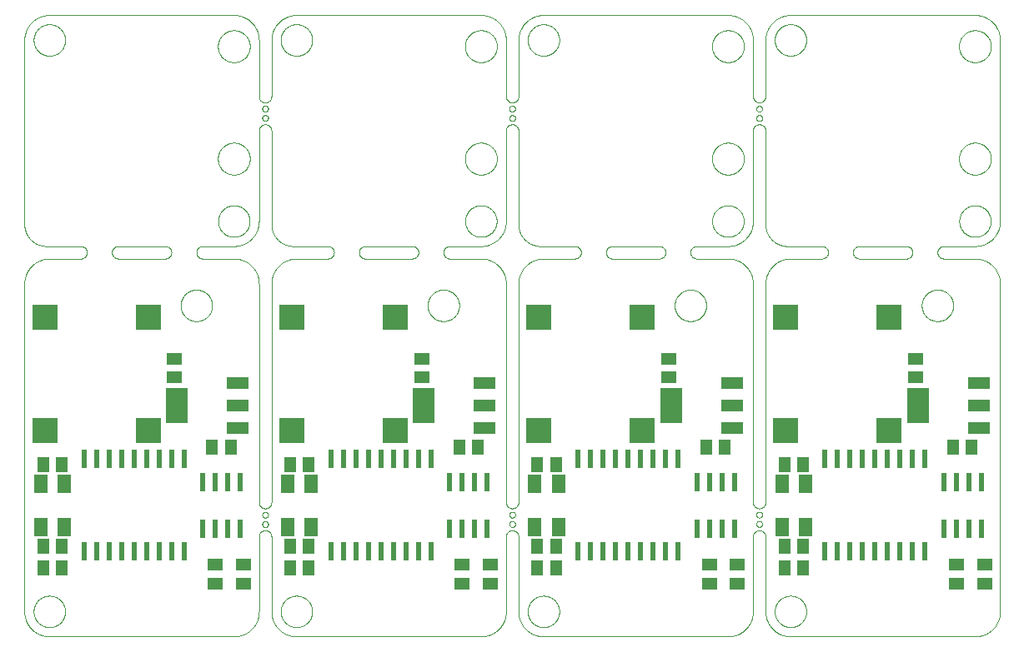
<source format=gtp>
G75*
%MOIN*%
%OFA0B0*%
%FSLAX25Y25*%
%IPPOS*%
%LPD*%
%AMOC8*
5,1,8,0,0,1.08239X$1,22.5*
%
%ADD10C,0.00000*%
%ADD11R,0.05118X0.05906*%
%ADD12R,0.05906X0.05118*%
%ADD13R,0.08800X0.04800*%
%ADD14R,0.08661X0.14173*%
%ADD15R,0.05512X0.07480*%
%ADD16R,0.02200X0.07800*%
%ADD17R,0.09843X0.09843*%
D10*
X0046345Y0032550D02*
X0046345Y0163800D01*
X0046348Y0164042D01*
X0046357Y0164283D01*
X0046371Y0164524D01*
X0046392Y0164765D01*
X0046418Y0165005D01*
X0046450Y0165245D01*
X0046488Y0165484D01*
X0046531Y0165721D01*
X0046581Y0165958D01*
X0046636Y0166193D01*
X0046696Y0166427D01*
X0046763Y0166659D01*
X0046834Y0166890D01*
X0046912Y0167119D01*
X0046995Y0167346D01*
X0047083Y0167571D01*
X0047177Y0167794D01*
X0047276Y0168014D01*
X0047381Y0168232D01*
X0047490Y0168447D01*
X0047605Y0168660D01*
X0047725Y0168870D01*
X0047850Y0169076D01*
X0047980Y0169280D01*
X0048115Y0169481D01*
X0048255Y0169678D01*
X0048399Y0169872D01*
X0048548Y0170062D01*
X0048702Y0170248D01*
X0048860Y0170431D01*
X0049022Y0170610D01*
X0049189Y0170785D01*
X0049360Y0170956D01*
X0049535Y0171123D01*
X0049714Y0171285D01*
X0049897Y0171443D01*
X0050083Y0171597D01*
X0050273Y0171746D01*
X0050467Y0171890D01*
X0050664Y0172030D01*
X0050865Y0172165D01*
X0051069Y0172295D01*
X0051275Y0172420D01*
X0051485Y0172540D01*
X0051698Y0172655D01*
X0051913Y0172764D01*
X0052131Y0172869D01*
X0052351Y0172968D01*
X0052574Y0173062D01*
X0052799Y0173150D01*
X0053026Y0173233D01*
X0053255Y0173311D01*
X0053486Y0173382D01*
X0053718Y0173449D01*
X0053952Y0173509D01*
X0054187Y0173564D01*
X0054424Y0173614D01*
X0054661Y0173657D01*
X0054900Y0173695D01*
X0055140Y0173727D01*
X0055380Y0173753D01*
X0055621Y0173774D01*
X0055862Y0173788D01*
X0056103Y0173797D01*
X0056345Y0173800D01*
X0068845Y0173800D01*
X0071345Y0176300D02*
X0071343Y0176398D01*
X0071337Y0176496D01*
X0071328Y0176594D01*
X0071314Y0176691D01*
X0071297Y0176788D01*
X0071276Y0176884D01*
X0071251Y0176979D01*
X0071223Y0177073D01*
X0071190Y0177165D01*
X0071155Y0177257D01*
X0071115Y0177347D01*
X0071073Y0177435D01*
X0071026Y0177522D01*
X0070977Y0177606D01*
X0070924Y0177689D01*
X0070868Y0177769D01*
X0070808Y0177848D01*
X0070746Y0177924D01*
X0070681Y0177997D01*
X0070613Y0178068D01*
X0070542Y0178136D01*
X0070469Y0178201D01*
X0070393Y0178263D01*
X0070314Y0178323D01*
X0070234Y0178379D01*
X0070151Y0178432D01*
X0070067Y0178481D01*
X0069980Y0178528D01*
X0069892Y0178570D01*
X0069802Y0178610D01*
X0069710Y0178645D01*
X0069618Y0178678D01*
X0069524Y0178706D01*
X0069429Y0178731D01*
X0069333Y0178752D01*
X0069236Y0178769D01*
X0069139Y0178783D01*
X0069041Y0178792D01*
X0068943Y0178798D01*
X0068845Y0178800D01*
X0055095Y0178800D01*
X0054884Y0178803D01*
X0054672Y0178810D01*
X0054461Y0178823D01*
X0054251Y0178841D01*
X0054040Y0178864D01*
X0053831Y0178892D01*
X0053622Y0178925D01*
X0053414Y0178963D01*
X0053207Y0179006D01*
X0053001Y0179054D01*
X0052796Y0179107D01*
X0052593Y0179165D01*
X0052391Y0179228D01*
X0052191Y0179296D01*
X0051992Y0179369D01*
X0051795Y0179446D01*
X0051601Y0179528D01*
X0051408Y0179615D01*
X0051217Y0179706D01*
X0051029Y0179802D01*
X0050843Y0179903D01*
X0050659Y0180008D01*
X0050478Y0180117D01*
X0050300Y0180231D01*
X0050124Y0180349D01*
X0049952Y0180471D01*
X0049782Y0180597D01*
X0049616Y0180728D01*
X0049453Y0180862D01*
X0049293Y0181001D01*
X0049136Y0181143D01*
X0048983Y0181289D01*
X0048834Y0181438D01*
X0048688Y0181591D01*
X0048546Y0181748D01*
X0048407Y0181908D01*
X0048273Y0182071D01*
X0048142Y0182237D01*
X0048016Y0182407D01*
X0047894Y0182579D01*
X0047776Y0182755D01*
X0047662Y0182933D01*
X0047553Y0183114D01*
X0047448Y0183298D01*
X0047347Y0183484D01*
X0047251Y0183672D01*
X0047160Y0183863D01*
X0047073Y0184056D01*
X0046991Y0184250D01*
X0046914Y0184447D01*
X0046841Y0184646D01*
X0046773Y0184846D01*
X0046710Y0185048D01*
X0046652Y0185251D01*
X0046599Y0185456D01*
X0046551Y0185662D01*
X0046508Y0185869D01*
X0046470Y0186077D01*
X0046437Y0186286D01*
X0046409Y0186495D01*
X0046386Y0186706D01*
X0046368Y0186916D01*
X0046355Y0187127D01*
X0046348Y0187339D01*
X0046345Y0187550D01*
X0046345Y0261300D01*
X0046348Y0261542D01*
X0046357Y0261783D01*
X0046371Y0262024D01*
X0046392Y0262265D01*
X0046418Y0262505D01*
X0046450Y0262745D01*
X0046488Y0262984D01*
X0046531Y0263221D01*
X0046581Y0263458D01*
X0046636Y0263693D01*
X0046696Y0263927D01*
X0046763Y0264159D01*
X0046834Y0264390D01*
X0046912Y0264619D01*
X0046995Y0264846D01*
X0047083Y0265071D01*
X0047177Y0265294D01*
X0047276Y0265514D01*
X0047381Y0265732D01*
X0047490Y0265947D01*
X0047605Y0266160D01*
X0047725Y0266370D01*
X0047850Y0266576D01*
X0047980Y0266780D01*
X0048115Y0266981D01*
X0048255Y0267178D01*
X0048399Y0267372D01*
X0048548Y0267562D01*
X0048702Y0267748D01*
X0048860Y0267931D01*
X0049022Y0268110D01*
X0049189Y0268285D01*
X0049360Y0268456D01*
X0049535Y0268623D01*
X0049714Y0268785D01*
X0049897Y0268943D01*
X0050083Y0269097D01*
X0050273Y0269246D01*
X0050467Y0269390D01*
X0050664Y0269530D01*
X0050865Y0269665D01*
X0051069Y0269795D01*
X0051275Y0269920D01*
X0051485Y0270040D01*
X0051698Y0270155D01*
X0051913Y0270264D01*
X0052131Y0270369D01*
X0052351Y0270468D01*
X0052574Y0270562D01*
X0052799Y0270650D01*
X0053026Y0270733D01*
X0053255Y0270811D01*
X0053486Y0270882D01*
X0053718Y0270949D01*
X0053952Y0271009D01*
X0054187Y0271064D01*
X0054424Y0271114D01*
X0054661Y0271157D01*
X0054900Y0271195D01*
X0055140Y0271227D01*
X0055380Y0271253D01*
X0055621Y0271274D01*
X0055862Y0271288D01*
X0056103Y0271297D01*
X0056345Y0271300D01*
X0130095Y0271300D01*
X0130337Y0271297D01*
X0130578Y0271288D01*
X0130819Y0271274D01*
X0131060Y0271253D01*
X0131300Y0271227D01*
X0131540Y0271195D01*
X0131779Y0271157D01*
X0132016Y0271114D01*
X0132253Y0271064D01*
X0132488Y0271009D01*
X0132722Y0270949D01*
X0132954Y0270882D01*
X0133185Y0270811D01*
X0133414Y0270733D01*
X0133641Y0270650D01*
X0133866Y0270562D01*
X0134089Y0270468D01*
X0134309Y0270369D01*
X0134527Y0270264D01*
X0134742Y0270155D01*
X0134955Y0270040D01*
X0135165Y0269920D01*
X0135371Y0269795D01*
X0135575Y0269665D01*
X0135776Y0269530D01*
X0135973Y0269390D01*
X0136167Y0269246D01*
X0136357Y0269097D01*
X0136543Y0268943D01*
X0136726Y0268785D01*
X0136905Y0268623D01*
X0137080Y0268456D01*
X0137251Y0268285D01*
X0137418Y0268110D01*
X0137580Y0267931D01*
X0137738Y0267748D01*
X0137892Y0267562D01*
X0138041Y0267372D01*
X0138185Y0267178D01*
X0138325Y0266981D01*
X0138460Y0266780D01*
X0138590Y0266576D01*
X0138715Y0266370D01*
X0138835Y0266160D01*
X0138950Y0265947D01*
X0139059Y0265732D01*
X0139164Y0265514D01*
X0139263Y0265294D01*
X0139357Y0265071D01*
X0139445Y0264846D01*
X0139528Y0264619D01*
X0139606Y0264390D01*
X0139677Y0264159D01*
X0139744Y0263927D01*
X0139804Y0263693D01*
X0139859Y0263458D01*
X0139909Y0263221D01*
X0139952Y0262984D01*
X0139990Y0262745D01*
X0140022Y0262505D01*
X0140048Y0262265D01*
X0140069Y0262024D01*
X0140083Y0261783D01*
X0140092Y0261542D01*
X0140095Y0261300D01*
X0140095Y0238800D01*
X0142595Y0236300D02*
X0142693Y0236302D01*
X0142791Y0236308D01*
X0142889Y0236317D01*
X0142986Y0236331D01*
X0143083Y0236348D01*
X0143179Y0236369D01*
X0143274Y0236394D01*
X0143368Y0236422D01*
X0143460Y0236455D01*
X0143552Y0236490D01*
X0143642Y0236530D01*
X0143730Y0236572D01*
X0143817Y0236619D01*
X0143901Y0236668D01*
X0143984Y0236721D01*
X0144064Y0236777D01*
X0144143Y0236837D01*
X0144219Y0236899D01*
X0144292Y0236964D01*
X0144363Y0237032D01*
X0144431Y0237103D01*
X0144496Y0237176D01*
X0144558Y0237252D01*
X0144618Y0237331D01*
X0144674Y0237411D01*
X0144727Y0237494D01*
X0144776Y0237578D01*
X0144823Y0237665D01*
X0144865Y0237753D01*
X0144905Y0237843D01*
X0144940Y0237935D01*
X0144973Y0238027D01*
X0145001Y0238121D01*
X0145026Y0238216D01*
X0145047Y0238312D01*
X0145064Y0238409D01*
X0145078Y0238506D01*
X0145087Y0238604D01*
X0145093Y0238702D01*
X0145095Y0238800D01*
X0145095Y0261300D01*
X0145098Y0261542D01*
X0145107Y0261783D01*
X0145121Y0262024D01*
X0145142Y0262265D01*
X0145168Y0262505D01*
X0145200Y0262745D01*
X0145238Y0262984D01*
X0145281Y0263221D01*
X0145331Y0263458D01*
X0145386Y0263693D01*
X0145446Y0263927D01*
X0145513Y0264159D01*
X0145584Y0264390D01*
X0145662Y0264619D01*
X0145745Y0264846D01*
X0145833Y0265071D01*
X0145927Y0265294D01*
X0146026Y0265514D01*
X0146131Y0265732D01*
X0146240Y0265947D01*
X0146355Y0266160D01*
X0146475Y0266370D01*
X0146600Y0266576D01*
X0146730Y0266780D01*
X0146865Y0266981D01*
X0147005Y0267178D01*
X0147149Y0267372D01*
X0147298Y0267562D01*
X0147452Y0267748D01*
X0147610Y0267931D01*
X0147772Y0268110D01*
X0147939Y0268285D01*
X0148110Y0268456D01*
X0148285Y0268623D01*
X0148464Y0268785D01*
X0148647Y0268943D01*
X0148833Y0269097D01*
X0149023Y0269246D01*
X0149217Y0269390D01*
X0149414Y0269530D01*
X0149615Y0269665D01*
X0149819Y0269795D01*
X0150025Y0269920D01*
X0150235Y0270040D01*
X0150448Y0270155D01*
X0150663Y0270264D01*
X0150881Y0270369D01*
X0151101Y0270468D01*
X0151324Y0270562D01*
X0151549Y0270650D01*
X0151776Y0270733D01*
X0152005Y0270811D01*
X0152236Y0270882D01*
X0152468Y0270949D01*
X0152702Y0271009D01*
X0152937Y0271064D01*
X0153174Y0271114D01*
X0153411Y0271157D01*
X0153650Y0271195D01*
X0153890Y0271227D01*
X0154130Y0271253D01*
X0154371Y0271274D01*
X0154612Y0271288D01*
X0154853Y0271297D01*
X0155095Y0271300D01*
X0228845Y0271300D01*
X0229087Y0271297D01*
X0229328Y0271288D01*
X0229569Y0271274D01*
X0229810Y0271253D01*
X0230050Y0271227D01*
X0230290Y0271195D01*
X0230529Y0271157D01*
X0230766Y0271114D01*
X0231003Y0271064D01*
X0231238Y0271009D01*
X0231472Y0270949D01*
X0231704Y0270882D01*
X0231935Y0270811D01*
X0232164Y0270733D01*
X0232391Y0270650D01*
X0232616Y0270562D01*
X0232839Y0270468D01*
X0233059Y0270369D01*
X0233277Y0270264D01*
X0233492Y0270155D01*
X0233705Y0270040D01*
X0233915Y0269920D01*
X0234121Y0269795D01*
X0234325Y0269665D01*
X0234526Y0269530D01*
X0234723Y0269390D01*
X0234917Y0269246D01*
X0235107Y0269097D01*
X0235293Y0268943D01*
X0235476Y0268785D01*
X0235655Y0268623D01*
X0235830Y0268456D01*
X0236001Y0268285D01*
X0236168Y0268110D01*
X0236330Y0267931D01*
X0236488Y0267748D01*
X0236642Y0267562D01*
X0236791Y0267372D01*
X0236935Y0267178D01*
X0237075Y0266981D01*
X0237210Y0266780D01*
X0237340Y0266576D01*
X0237465Y0266370D01*
X0237585Y0266160D01*
X0237700Y0265947D01*
X0237809Y0265732D01*
X0237914Y0265514D01*
X0238013Y0265294D01*
X0238107Y0265071D01*
X0238195Y0264846D01*
X0238278Y0264619D01*
X0238356Y0264390D01*
X0238427Y0264159D01*
X0238494Y0263927D01*
X0238554Y0263693D01*
X0238609Y0263458D01*
X0238659Y0263221D01*
X0238702Y0262984D01*
X0238740Y0262745D01*
X0238772Y0262505D01*
X0238798Y0262265D01*
X0238819Y0262024D01*
X0238833Y0261783D01*
X0238842Y0261542D01*
X0238845Y0261300D01*
X0238845Y0238800D01*
X0241345Y0236300D02*
X0241443Y0236302D01*
X0241541Y0236308D01*
X0241639Y0236317D01*
X0241736Y0236331D01*
X0241833Y0236348D01*
X0241929Y0236369D01*
X0242024Y0236394D01*
X0242118Y0236422D01*
X0242210Y0236455D01*
X0242302Y0236490D01*
X0242392Y0236530D01*
X0242480Y0236572D01*
X0242567Y0236619D01*
X0242651Y0236668D01*
X0242734Y0236721D01*
X0242814Y0236777D01*
X0242893Y0236837D01*
X0242969Y0236899D01*
X0243042Y0236964D01*
X0243113Y0237032D01*
X0243181Y0237103D01*
X0243246Y0237176D01*
X0243308Y0237252D01*
X0243368Y0237331D01*
X0243424Y0237411D01*
X0243477Y0237494D01*
X0243526Y0237578D01*
X0243573Y0237665D01*
X0243615Y0237753D01*
X0243655Y0237843D01*
X0243690Y0237935D01*
X0243723Y0238027D01*
X0243751Y0238121D01*
X0243776Y0238216D01*
X0243797Y0238312D01*
X0243814Y0238409D01*
X0243828Y0238506D01*
X0243837Y0238604D01*
X0243843Y0238702D01*
X0243845Y0238800D01*
X0243845Y0261300D01*
X0243848Y0261542D01*
X0243857Y0261783D01*
X0243871Y0262024D01*
X0243892Y0262265D01*
X0243918Y0262505D01*
X0243950Y0262745D01*
X0243988Y0262984D01*
X0244031Y0263221D01*
X0244081Y0263458D01*
X0244136Y0263693D01*
X0244196Y0263927D01*
X0244263Y0264159D01*
X0244334Y0264390D01*
X0244412Y0264619D01*
X0244495Y0264846D01*
X0244583Y0265071D01*
X0244677Y0265294D01*
X0244776Y0265514D01*
X0244881Y0265732D01*
X0244990Y0265947D01*
X0245105Y0266160D01*
X0245225Y0266370D01*
X0245350Y0266576D01*
X0245480Y0266780D01*
X0245615Y0266981D01*
X0245755Y0267178D01*
X0245899Y0267372D01*
X0246048Y0267562D01*
X0246202Y0267748D01*
X0246360Y0267931D01*
X0246522Y0268110D01*
X0246689Y0268285D01*
X0246860Y0268456D01*
X0247035Y0268623D01*
X0247214Y0268785D01*
X0247397Y0268943D01*
X0247583Y0269097D01*
X0247773Y0269246D01*
X0247967Y0269390D01*
X0248164Y0269530D01*
X0248365Y0269665D01*
X0248569Y0269795D01*
X0248775Y0269920D01*
X0248985Y0270040D01*
X0249198Y0270155D01*
X0249413Y0270264D01*
X0249631Y0270369D01*
X0249851Y0270468D01*
X0250074Y0270562D01*
X0250299Y0270650D01*
X0250526Y0270733D01*
X0250755Y0270811D01*
X0250986Y0270882D01*
X0251218Y0270949D01*
X0251452Y0271009D01*
X0251687Y0271064D01*
X0251924Y0271114D01*
X0252161Y0271157D01*
X0252400Y0271195D01*
X0252640Y0271227D01*
X0252880Y0271253D01*
X0253121Y0271274D01*
X0253362Y0271288D01*
X0253603Y0271297D01*
X0253845Y0271300D01*
X0327595Y0271300D01*
X0327837Y0271297D01*
X0328078Y0271288D01*
X0328319Y0271274D01*
X0328560Y0271253D01*
X0328800Y0271227D01*
X0329040Y0271195D01*
X0329279Y0271157D01*
X0329516Y0271114D01*
X0329753Y0271064D01*
X0329988Y0271009D01*
X0330222Y0270949D01*
X0330454Y0270882D01*
X0330685Y0270811D01*
X0330914Y0270733D01*
X0331141Y0270650D01*
X0331366Y0270562D01*
X0331589Y0270468D01*
X0331809Y0270369D01*
X0332027Y0270264D01*
X0332242Y0270155D01*
X0332455Y0270040D01*
X0332665Y0269920D01*
X0332871Y0269795D01*
X0333075Y0269665D01*
X0333276Y0269530D01*
X0333473Y0269390D01*
X0333667Y0269246D01*
X0333857Y0269097D01*
X0334043Y0268943D01*
X0334226Y0268785D01*
X0334405Y0268623D01*
X0334580Y0268456D01*
X0334751Y0268285D01*
X0334918Y0268110D01*
X0335080Y0267931D01*
X0335238Y0267748D01*
X0335392Y0267562D01*
X0335541Y0267372D01*
X0335685Y0267178D01*
X0335825Y0266981D01*
X0335960Y0266780D01*
X0336090Y0266576D01*
X0336215Y0266370D01*
X0336335Y0266160D01*
X0336450Y0265947D01*
X0336559Y0265732D01*
X0336664Y0265514D01*
X0336763Y0265294D01*
X0336857Y0265071D01*
X0336945Y0264846D01*
X0337028Y0264619D01*
X0337106Y0264390D01*
X0337177Y0264159D01*
X0337244Y0263927D01*
X0337304Y0263693D01*
X0337359Y0263458D01*
X0337409Y0263221D01*
X0337452Y0262984D01*
X0337490Y0262745D01*
X0337522Y0262505D01*
X0337548Y0262265D01*
X0337569Y0262024D01*
X0337583Y0261783D01*
X0337592Y0261542D01*
X0337595Y0261300D01*
X0337595Y0238800D01*
X0340095Y0236300D02*
X0340193Y0236302D01*
X0340291Y0236308D01*
X0340389Y0236317D01*
X0340486Y0236331D01*
X0340583Y0236348D01*
X0340679Y0236369D01*
X0340774Y0236394D01*
X0340868Y0236422D01*
X0340960Y0236455D01*
X0341052Y0236490D01*
X0341142Y0236530D01*
X0341230Y0236572D01*
X0341317Y0236619D01*
X0341401Y0236668D01*
X0341484Y0236721D01*
X0341564Y0236777D01*
X0341643Y0236837D01*
X0341719Y0236899D01*
X0341792Y0236964D01*
X0341863Y0237032D01*
X0341931Y0237103D01*
X0341996Y0237176D01*
X0342058Y0237252D01*
X0342118Y0237331D01*
X0342174Y0237411D01*
X0342227Y0237494D01*
X0342276Y0237578D01*
X0342323Y0237665D01*
X0342365Y0237753D01*
X0342405Y0237843D01*
X0342440Y0237935D01*
X0342473Y0238027D01*
X0342501Y0238121D01*
X0342526Y0238216D01*
X0342547Y0238312D01*
X0342564Y0238409D01*
X0342578Y0238506D01*
X0342587Y0238604D01*
X0342593Y0238702D01*
X0342595Y0238800D01*
X0342595Y0261300D01*
X0342598Y0261542D01*
X0342607Y0261783D01*
X0342621Y0262024D01*
X0342642Y0262265D01*
X0342668Y0262505D01*
X0342700Y0262745D01*
X0342738Y0262984D01*
X0342781Y0263221D01*
X0342831Y0263458D01*
X0342886Y0263693D01*
X0342946Y0263927D01*
X0343013Y0264159D01*
X0343084Y0264390D01*
X0343162Y0264619D01*
X0343245Y0264846D01*
X0343333Y0265071D01*
X0343427Y0265294D01*
X0343526Y0265514D01*
X0343631Y0265732D01*
X0343740Y0265947D01*
X0343855Y0266160D01*
X0343975Y0266370D01*
X0344100Y0266576D01*
X0344230Y0266780D01*
X0344365Y0266981D01*
X0344505Y0267178D01*
X0344649Y0267372D01*
X0344798Y0267562D01*
X0344952Y0267748D01*
X0345110Y0267931D01*
X0345272Y0268110D01*
X0345439Y0268285D01*
X0345610Y0268456D01*
X0345785Y0268623D01*
X0345964Y0268785D01*
X0346147Y0268943D01*
X0346333Y0269097D01*
X0346523Y0269246D01*
X0346717Y0269390D01*
X0346914Y0269530D01*
X0347115Y0269665D01*
X0347319Y0269795D01*
X0347525Y0269920D01*
X0347735Y0270040D01*
X0347948Y0270155D01*
X0348163Y0270264D01*
X0348381Y0270369D01*
X0348601Y0270468D01*
X0348824Y0270562D01*
X0349049Y0270650D01*
X0349276Y0270733D01*
X0349505Y0270811D01*
X0349736Y0270882D01*
X0349968Y0270949D01*
X0350202Y0271009D01*
X0350437Y0271064D01*
X0350674Y0271114D01*
X0350911Y0271157D01*
X0351150Y0271195D01*
X0351390Y0271227D01*
X0351630Y0271253D01*
X0351871Y0271274D01*
X0352112Y0271288D01*
X0352353Y0271297D01*
X0352595Y0271300D01*
X0426345Y0271300D01*
X0426587Y0271297D01*
X0426828Y0271288D01*
X0427069Y0271274D01*
X0427310Y0271253D01*
X0427550Y0271227D01*
X0427790Y0271195D01*
X0428029Y0271157D01*
X0428266Y0271114D01*
X0428503Y0271064D01*
X0428738Y0271009D01*
X0428972Y0270949D01*
X0429204Y0270882D01*
X0429435Y0270811D01*
X0429664Y0270733D01*
X0429891Y0270650D01*
X0430116Y0270562D01*
X0430339Y0270468D01*
X0430559Y0270369D01*
X0430777Y0270264D01*
X0430992Y0270155D01*
X0431205Y0270040D01*
X0431415Y0269920D01*
X0431621Y0269795D01*
X0431825Y0269665D01*
X0432026Y0269530D01*
X0432223Y0269390D01*
X0432417Y0269246D01*
X0432607Y0269097D01*
X0432793Y0268943D01*
X0432976Y0268785D01*
X0433155Y0268623D01*
X0433330Y0268456D01*
X0433501Y0268285D01*
X0433668Y0268110D01*
X0433830Y0267931D01*
X0433988Y0267748D01*
X0434142Y0267562D01*
X0434291Y0267372D01*
X0434435Y0267178D01*
X0434575Y0266981D01*
X0434710Y0266780D01*
X0434840Y0266576D01*
X0434965Y0266370D01*
X0435085Y0266160D01*
X0435200Y0265947D01*
X0435309Y0265732D01*
X0435414Y0265514D01*
X0435513Y0265294D01*
X0435607Y0265071D01*
X0435695Y0264846D01*
X0435778Y0264619D01*
X0435856Y0264390D01*
X0435927Y0264159D01*
X0435994Y0263927D01*
X0436054Y0263693D01*
X0436109Y0263458D01*
X0436159Y0263221D01*
X0436202Y0262984D01*
X0436240Y0262745D01*
X0436272Y0262505D01*
X0436298Y0262265D01*
X0436319Y0262024D01*
X0436333Y0261783D01*
X0436342Y0261542D01*
X0436345Y0261300D01*
X0436345Y0188800D01*
X0436342Y0188558D01*
X0436333Y0188317D01*
X0436319Y0188076D01*
X0436298Y0187835D01*
X0436272Y0187595D01*
X0436240Y0187355D01*
X0436202Y0187116D01*
X0436159Y0186879D01*
X0436109Y0186642D01*
X0436054Y0186407D01*
X0435994Y0186173D01*
X0435927Y0185941D01*
X0435856Y0185710D01*
X0435778Y0185481D01*
X0435695Y0185254D01*
X0435607Y0185029D01*
X0435513Y0184806D01*
X0435414Y0184586D01*
X0435309Y0184368D01*
X0435200Y0184153D01*
X0435085Y0183940D01*
X0434965Y0183730D01*
X0434840Y0183524D01*
X0434710Y0183320D01*
X0434575Y0183119D01*
X0434435Y0182922D01*
X0434291Y0182728D01*
X0434142Y0182538D01*
X0433988Y0182352D01*
X0433830Y0182169D01*
X0433668Y0181990D01*
X0433501Y0181815D01*
X0433330Y0181644D01*
X0433155Y0181477D01*
X0432976Y0181315D01*
X0432793Y0181157D01*
X0432607Y0181003D01*
X0432417Y0180854D01*
X0432223Y0180710D01*
X0432026Y0180570D01*
X0431825Y0180435D01*
X0431621Y0180305D01*
X0431415Y0180180D01*
X0431205Y0180060D01*
X0430992Y0179945D01*
X0430777Y0179836D01*
X0430559Y0179731D01*
X0430339Y0179632D01*
X0430116Y0179538D01*
X0429891Y0179450D01*
X0429664Y0179367D01*
X0429435Y0179289D01*
X0429204Y0179218D01*
X0428972Y0179151D01*
X0428738Y0179091D01*
X0428503Y0179036D01*
X0428266Y0178986D01*
X0428029Y0178943D01*
X0427790Y0178905D01*
X0427550Y0178873D01*
X0427310Y0178847D01*
X0427069Y0178826D01*
X0426828Y0178812D01*
X0426587Y0178803D01*
X0426345Y0178800D01*
X0413845Y0178800D01*
X0413747Y0178798D01*
X0413649Y0178792D01*
X0413551Y0178783D01*
X0413454Y0178769D01*
X0413357Y0178752D01*
X0413261Y0178731D01*
X0413166Y0178706D01*
X0413072Y0178678D01*
X0412980Y0178645D01*
X0412888Y0178610D01*
X0412798Y0178570D01*
X0412710Y0178528D01*
X0412623Y0178481D01*
X0412539Y0178432D01*
X0412456Y0178379D01*
X0412376Y0178323D01*
X0412297Y0178263D01*
X0412221Y0178201D01*
X0412148Y0178136D01*
X0412077Y0178068D01*
X0412009Y0177997D01*
X0411944Y0177924D01*
X0411882Y0177848D01*
X0411822Y0177769D01*
X0411766Y0177689D01*
X0411713Y0177606D01*
X0411664Y0177522D01*
X0411617Y0177435D01*
X0411575Y0177347D01*
X0411535Y0177257D01*
X0411500Y0177165D01*
X0411467Y0177073D01*
X0411439Y0176979D01*
X0411414Y0176884D01*
X0411393Y0176788D01*
X0411376Y0176691D01*
X0411362Y0176594D01*
X0411353Y0176496D01*
X0411347Y0176398D01*
X0411345Y0176300D01*
X0411347Y0176202D01*
X0411353Y0176104D01*
X0411362Y0176006D01*
X0411376Y0175909D01*
X0411393Y0175812D01*
X0411414Y0175716D01*
X0411439Y0175621D01*
X0411467Y0175527D01*
X0411500Y0175435D01*
X0411535Y0175343D01*
X0411575Y0175253D01*
X0411617Y0175165D01*
X0411664Y0175078D01*
X0411713Y0174994D01*
X0411766Y0174911D01*
X0411822Y0174831D01*
X0411882Y0174752D01*
X0411944Y0174676D01*
X0412009Y0174603D01*
X0412077Y0174532D01*
X0412148Y0174464D01*
X0412221Y0174399D01*
X0412297Y0174337D01*
X0412376Y0174277D01*
X0412456Y0174221D01*
X0412539Y0174168D01*
X0412623Y0174119D01*
X0412710Y0174072D01*
X0412798Y0174030D01*
X0412888Y0173990D01*
X0412980Y0173955D01*
X0413072Y0173922D01*
X0413166Y0173894D01*
X0413261Y0173869D01*
X0413357Y0173848D01*
X0413454Y0173831D01*
X0413551Y0173817D01*
X0413649Y0173808D01*
X0413747Y0173802D01*
X0413845Y0173800D01*
X0426345Y0173800D01*
X0426587Y0173797D01*
X0426828Y0173788D01*
X0427069Y0173774D01*
X0427310Y0173753D01*
X0427550Y0173727D01*
X0427790Y0173695D01*
X0428029Y0173657D01*
X0428266Y0173614D01*
X0428503Y0173564D01*
X0428738Y0173509D01*
X0428972Y0173449D01*
X0429204Y0173382D01*
X0429435Y0173311D01*
X0429664Y0173233D01*
X0429891Y0173150D01*
X0430116Y0173062D01*
X0430339Y0172968D01*
X0430559Y0172869D01*
X0430777Y0172764D01*
X0430992Y0172655D01*
X0431205Y0172540D01*
X0431415Y0172420D01*
X0431621Y0172295D01*
X0431825Y0172165D01*
X0432026Y0172030D01*
X0432223Y0171890D01*
X0432417Y0171746D01*
X0432607Y0171597D01*
X0432793Y0171443D01*
X0432976Y0171285D01*
X0433155Y0171123D01*
X0433330Y0170956D01*
X0433501Y0170785D01*
X0433668Y0170610D01*
X0433830Y0170431D01*
X0433988Y0170248D01*
X0434142Y0170062D01*
X0434291Y0169872D01*
X0434435Y0169678D01*
X0434575Y0169481D01*
X0434710Y0169280D01*
X0434840Y0169076D01*
X0434965Y0168870D01*
X0435085Y0168660D01*
X0435200Y0168447D01*
X0435309Y0168232D01*
X0435414Y0168014D01*
X0435513Y0167794D01*
X0435607Y0167571D01*
X0435695Y0167346D01*
X0435778Y0167119D01*
X0435856Y0166890D01*
X0435927Y0166659D01*
X0435994Y0166427D01*
X0436054Y0166193D01*
X0436109Y0165958D01*
X0436159Y0165721D01*
X0436202Y0165484D01*
X0436240Y0165245D01*
X0436272Y0165005D01*
X0436298Y0164765D01*
X0436319Y0164524D01*
X0436333Y0164283D01*
X0436342Y0164042D01*
X0436345Y0163800D01*
X0436345Y0032550D01*
X0436342Y0032308D01*
X0436333Y0032067D01*
X0436319Y0031826D01*
X0436298Y0031585D01*
X0436272Y0031345D01*
X0436240Y0031105D01*
X0436202Y0030866D01*
X0436159Y0030629D01*
X0436109Y0030392D01*
X0436054Y0030157D01*
X0435994Y0029923D01*
X0435927Y0029691D01*
X0435856Y0029460D01*
X0435778Y0029231D01*
X0435695Y0029004D01*
X0435607Y0028779D01*
X0435513Y0028556D01*
X0435414Y0028336D01*
X0435309Y0028118D01*
X0435200Y0027903D01*
X0435085Y0027690D01*
X0434965Y0027480D01*
X0434840Y0027274D01*
X0434710Y0027070D01*
X0434575Y0026869D01*
X0434435Y0026672D01*
X0434291Y0026478D01*
X0434142Y0026288D01*
X0433988Y0026102D01*
X0433830Y0025919D01*
X0433668Y0025740D01*
X0433501Y0025565D01*
X0433330Y0025394D01*
X0433155Y0025227D01*
X0432976Y0025065D01*
X0432793Y0024907D01*
X0432607Y0024753D01*
X0432417Y0024604D01*
X0432223Y0024460D01*
X0432026Y0024320D01*
X0431825Y0024185D01*
X0431621Y0024055D01*
X0431415Y0023930D01*
X0431205Y0023810D01*
X0430992Y0023695D01*
X0430777Y0023586D01*
X0430559Y0023481D01*
X0430339Y0023382D01*
X0430116Y0023288D01*
X0429891Y0023200D01*
X0429664Y0023117D01*
X0429435Y0023039D01*
X0429204Y0022968D01*
X0428972Y0022901D01*
X0428738Y0022841D01*
X0428503Y0022786D01*
X0428266Y0022736D01*
X0428029Y0022693D01*
X0427790Y0022655D01*
X0427550Y0022623D01*
X0427310Y0022597D01*
X0427069Y0022576D01*
X0426828Y0022562D01*
X0426587Y0022553D01*
X0426345Y0022550D01*
X0352595Y0022550D01*
X0352353Y0022553D01*
X0352112Y0022562D01*
X0351871Y0022576D01*
X0351630Y0022597D01*
X0351390Y0022623D01*
X0351150Y0022655D01*
X0350911Y0022693D01*
X0350674Y0022736D01*
X0350437Y0022786D01*
X0350202Y0022841D01*
X0349968Y0022901D01*
X0349736Y0022968D01*
X0349505Y0023039D01*
X0349276Y0023117D01*
X0349049Y0023200D01*
X0348824Y0023288D01*
X0348601Y0023382D01*
X0348381Y0023481D01*
X0348163Y0023586D01*
X0347948Y0023695D01*
X0347735Y0023810D01*
X0347525Y0023930D01*
X0347319Y0024055D01*
X0347115Y0024185D01*
X0346914Y0024320D01*
X0346717Y0024460D01*
X0346523Y0024604D01*
X0346333Y0024753D01*
X0346147Y0024907D01*
X0345964Y0025065D01*
X0345785Y0025227D01*
X0345610Y0025394D01*
X0345439Y0025565D01*
X0345272Y0025740D01*
X0345110Y0025919D01*
X0344952Y0026102D01*
X0344798Y0026288D01*
X0344649Y0026478D01*
X0344505Y0026672D01*
X0344365Y0026869D01*
X0344230Y0027070D01*
X0344100Y0027274D01*
X0343975Y0027480D01*
X0343855Y0027690D01*
X0343740Y0027903D01*
X0343631Y0028118D01*
X0343526Y0028336D01*
X0343427Y0028556D01*
X0343333Y0028779D01*
X0343245Y0029004D01*
X0343162Y0029231D01*
X0343084Y0029460D01*
X0343013Y0029691D01*
X0342946Y0029923D01*
X0342886Y0030157D01*
X0342831Y0030392D01*
X0342781Y0030629D01*
X0342738Y0030866D01*
X0342700Y0031105D01*
X0342668Y0031345D01*
X0342642Y0031585D01*
X0342621Y0031826D01*
X0342607Y0032067D01*
X0342598Y0032308D01*
X0342595Y0032550D01*
X0342595Y0062550D01*
X0342593Y0062648D01*
X0342587Y0062746D01*
X0342578Y0062844D01*
X0342564Y0062941D01*
X0342547Y0063038D01*
X0342526Y0063134D01*
X0342501Y0063229D01*
X0342473Y0063323D01*
X0342440Y0063415D01*
X0342405Y0063507D01*
X0342365Y0063597D01*
X0342323Y0063685D01*
X0342276Y0063772D01*
X0342227Y0063856D01*
X0342174Y0063939D01*
X0342118Y0064019D01*
X0342058Y0064098D01*
X0341996Y0064174D01*
X0341931Y0064247D01*
X0341863Y0064318D01*
X0341792Y0064386D01*
X0341719Y0064451D01*
X0341643Y0064513D01*
X0341564Y0064573D01*
X0341484Y0064629D01*
X0341401Y0064682D01*
X0341317Y0064731D01*
X0341230Y0064778D01*
X0341142Y0064820D01*
X0341052Y0064860D01*
X0340960Y0064895D01*
X0340868Y0064928D01*
X0340774Y0064956D01*
X0340679Y0064981D01*
X0340583Y0065002D01*
X0340486Y0065019D01*
X0340389Y0065033D01*
X0340291Y0065042D01*
X0340193Y0065048D01*
X0340095Y0065050D01*
X0339997Y0065048D01*
X0339899Y0065042D01*
X0339801Y0065033D01*
X0339704Y0065019D01*
X0339607Y0065002D01*
X0339511Y0064981D01*
X0339416Y0064956D01*
X0339322Y0064928D01*
X0339230Y0064895D01*
X0339138Y0064860D01*
X0339048Y0064820D01*
X0338960Y0064778D01*
X0338873Y0064731D01*
X0338789Y0064682D01*
X0338706Y0064629D01*
X0338626Y0064573D01*
X0338547Y0064513D01*
X0338471Y0064451D01*
X0338398Y0064386D01*
X0338327Y0064318D01*
X0338259Y0064247D01*
X0338194Y0064174D01*
X0338132Y0064098D01*
X0338072Y0064019D01*
X0338016Y0063939D01*
X0337963Y0063856D01*
X0337914Y0063772D01*
X0337867Y0063685D01*
X0337825Y0063597D01*
X0337785Y0063507D01*
X0337750Y0063415D01*
X0337717Y0063323D01*
X0337689Y0063229D01*
X0337664Y0063134D01*
X0337643Y0063038D01*
X0337626Y0062941D01*
X0337612Y0062844D01*
X0337603Y0062746D01*
X0337597Y0062648D01*
X0337595Y0062550D01*
X0337595Y0032550D01*
X0337592Y0032308D01*
X0337583Y0032067D01*
X0337569Y0031826D01*
X0337548Y0031585D01*
X0337522Y0031345D01*
X0337490Y0031105D01*
X0337452Y0030866D01*
X0337409Y0030629D01*
X0337359Y0030392D01*
X0337304Y0030157D01*
X0337244Y0029923D01*
X0337177Y0029691D01*
X0337106Y0029460D01*
X0337028Y0029231D01*
X0336945Y0029004D01*
X0336857Y0028779D01*
X0336763Y0028556D01*
X0336664Y0028336D01*
X0336559Y0028118D01*
X0336450Y0027903D01*
X0336335Y0027690D01*
X0336215Y0027480D01*
X0336090Y0027274D01*
X0335960Y0027070D01*
X0335825Y0026869D01*
X0335685Y0026672D01*
X0335541Y0026478D01*
X0335392Y0026288D01*
X0335238Y0026102D01*
X0335080Y0025919D01*
X0334918Y0025740D01*
X0334751Y0025565D01*
X0334580Y0025394D01*
X0334405Y0025227D01*
X0334226Y0025065D01*
X0334043Y0024907D01*
X0333857Y0024753D01*
X0333667Y0024604D01*
X0333473Y0024460D01*
X0333276Y0024320D01*
X0333075Y0024185D01*
X0332871Y0024055D01*
X0332665Y0023930D01*
X0332455Y0023810D01*
X0332242Y0023695D01*
X0332027Y0023586D01*
X0331809Y0023481D01*
X0331589Y0023382D01*
X0331366Y0023288D01*
X0331141Y0023200D01*
X0330914Y0023117D01*
X0330685Y0023039D01*
X0330454Y0022968D01*
X0330222Y0022901D01*
X0329988Y0022841D01*
X0329753Y0022786D01*
X0329516Y0022736D01*
X0329279Y0022693D01*
X0329040Y0022655D01*
X0328800Y0022623D01*
X0328560Y0022597D01*
X0328319Y0022576D01*
X0328078Y0022562D01*
X0327837Y0022553D01*
X0327595Y0022550D01*
X0253845Y0022550D01*
X0253603Y0022553D01*
X0253362Y0022562D01*
X0253121Y0022576D01*
X0252880Y0022597D01*
X0252640Y0022623D01*
X0252400Y0022655D01*
X0252161Y0022693D01*
X0251924Y0022736D01*
X0251687Y0022786D01*
X0251452Y0022841D01*
X0251218Y0022901D01*
X0250986Y0022968D01*
X0250755Y0023039D01*
X0250526Y0023117D01*
X0250299Y0023200D01*
X0250074Y0023288D01*
X0249851Y0023382D01*
X0249631Y0023481D01*
X0249413Y0023586D01*
X0249198Y0023695D01*
X0248985Y0023810D01*
X0248775Y0023930D01*
X0248569Y0024055D01*
X0248365Y0024185D01*
X0248164Y0024320D01*
X0247967Y0024460D01*
X0247773Y0024604D01*
X0247583Y0024753D01*
X0247397Y0024907D01*
X0247214Y0025065D01*
X0247035Y0025227D01*
X0246860Y0025394D01*
X0246689Y0025565D01*
X0246522Y0025740D01*
X0246360Y0025919D01*
X0246202Y0026102D01*
X0246048Y0026288D01*
X0245899Y0026478D01*
X0245755Y0026672D01*
X0245615Y0026869D01*
X0245480Y0027070D01*
X0245350Y0027274D01*
X0245225Y0027480D01*
X0245105Y0027690D01*
X0244990Y0027903D01*
X0244881Y0028118D01*
X0244776Y0028336D01*
X0244677Y0028556D01*
X0244583Y0028779D01*
X0244495Y0029004D01*
X0244412Y0029231D01*
X0244334Y0029460D01*
X0244263Y0029691D01*
X0244196Y0029923D01*
X0244136Y0030157D01*
X0244081Y0030392D01*
X0244031Y0030629D01*
X0243988Y0030866D01*
X0243950Y0031105D01*
X0243918Y0031345D01*
X0243892Y0031585D01*
X0243871Y0031826D01*
X0243857Y0032067D01*
X0243848Y0032308D01*
X0243845Y0032550D01*
X0243845Y0062550D01*
X0243843Y0062648D01*
X0243837Y0062746D01*
X0243828Y0062844D01*
X0243814Y0062941D01*
X0243797Y0063038D01*
X0243776Y0063134D01*
X0243751Y0063229D01*
X0243723Y0063323D01*
X0243690Y0063415D01*
X0243655Y0063507D01*
X0243615Y0063597D01*
X0243573Y0063685D01*
X0243526Y0063772D01*
X0243477Y0063856D01*
X0243424Y0063939D01*
X0243368Y0064019D01*
X0243308Y0064098D01*
X0243246Y0064174D01*
X0243181Y0064247D01*
X0243113Y0064318D01*
X0243042Y0064386D01*
X0242969Y0064451D01*
X0242893Y0064513D01*
X0242814Y0064573D01*
X0242734Y0064629D01*
X0242651Y0064682D01*
X0242567Y0064731D01*
X0242480Y0064778D01*
X0242392Y0064820D01*
X0242302Y0064860D01*
X0242210Y0064895D01*
X0242118Y0064928D01*
X0242024Y0064956D01*
X0241929Y0064981D01*
X0241833Y0065002D01*
X0241736Y0065019D01*
X0241639Y0065033D01*
X0241541Y0065042D01*
X0241443Y0065048D01*
X0241345Y0065050D01*
X0241247Y0065048D01*
X0241149Y0065042D01*
X0241051Y0065033D01*
X0240954Y0065019D01*
X0240857Y0065002D01*
X0240761Y0064981D01*
X0240666Y0064956D01*
X0240572Y0064928D01*
X0240480Y0064895D01*
X0240388Y0064860D01*
X0240298Y0064820D01*
X0240210Y0064778D01*
X0240123Y0064731D01*
X0240039Y0064682D01*
X0239956Y0064629D01*
X0239876Y0064573D01*
X0239797Y0064513D01*
X0239721Y0064451D01*
X0239648Y0064386D01*
X0239577Y0064318D01*
X0239509Y0064247D01*
X0239444Y0064174D01*
X0239382Y0064098D01*
X0239322Y0064019D01*
X0239266Y0063939D01*
X0239213Y0063856D01*
X0239164Y0063772D01*
X0239117Y0063685D01*
X0239075Y0063597D01*
X0239035Y0063507D01*
X0239000Y0063415D01*
X0238967Y0063323D01*
X0238939Y0063229D01*
X0238914Y0063134D01*
X0238893Y0063038D01*
X0238876Y0062941D01*
X0238862Y0062844D01*
X0238853Y0062746D01*
X0238847Y0062648D01*
X0238845Y0062550D01*
X0238845Y0032550D01*
X0238842Y0032308D01*
X0238833Y0032067D01*
X0238819Y0031826D01*
X0238798Y0031585D01*
X0238772Y0031345D01*
X0238740Y0031105D01*
X0238702Y0030866D01*
X0238659Y0030629D01*
X0238609Y0030392D01*
X0238554Y0030157D01*
X0238494Y0029923D01*
X0238427Y0029691D01*
X0238356Y0029460D01*
X0238278Y0029231D01*
X0238195Y0029004D01*
X0238107Y0028779D01*
X0238013Y0028556D01*
X0237914Y0028336D01*
X0237809Y0028118D01*
X0237700Y0027903D01*
X0237585Y0027690D01*
X0237465Y0027480D01*
X0237340Y0027274D01*
X0237210Y0027070D01*
X0237075Y0026869D01*
X0236935Y0026672D01*
X0236791Y0026478D01*
X0236642Y0026288D01*
X0236488Y0026102D01*
X0236330Y0025919D01*
X0236168Y0025740D01*
X0236001Y0025565D01*
X0235830Y0025394D01*
X0235655Y0025227D01*
X0235476Y0025065D01*
X0235293Y0024907D01*
X0235107Y0024753D01*
X0234917Y0024604D01*
X0234723Y0024460D01*
X0234526Y0024320D01*
X0234325Y0024185D01*
X0234121Y0024055D01*
X0233915Y0023930D01*
X0233705Y0023810D01*
X0233492Y0023695D01*
X0233277Y0023586D01*
X0233059Y0023481D01*
X0232839Y0023382D01*
X0232616Y0023288D01*
X0232391Y0023200D01*
X0232164Y0023117D01*
X0231935Y0023039D01*
X0231704Y0022968D01*
X0231472Y0022901D01*
X0231238Y0022841D01*
X0231003Y0022786D01*
X0230766Y0022736D01*
X0230529Y0022693D01*
X0230290Y0022655D01*
X0230050Y0022623D01*
X0229810Y0022597D01*
X0229569Y0022576D01*
X0229328Y0022562D01*
X0229087Y0022553D01*
X0228845Y0022550D01*
X0155095Y0022550D01*
X0154853Y0022553D01*
X0154612Y0022562D01*
X0154371Y0022576D01*
X0154130Y0022597D01*
X0153890Y0022623D01*
X0153650Y0022655D01*
X0153411Y0022693D01*
X0153174Y0022736D01*
X0152937Y0022786D01*
X0152702Y0022841D01*
X0152468Y0022901D01*
X0152236Y0022968D01*
X0152005Y0023039D01*
X0151776Y0023117D01*
X0151549Y0023200D01*
X0151324Y0023288D01*
X0151101Y0023382D01*
X0150881Y0023481D01*
X0150663Y0023586D01*
X0150448Y0023695D01*
X0150235Y0023810D01*
X0150025Y0023930D01*
X0149819Y0024055D01*
X0149615Y0024185D01*
X0149414Y0024320D01*
X0149217Y0024460D01*
X0149023Y0024604D01*
X0148833Y0024753D01*
X0148647Y0024907D01*
X0148464Y0025065D01*
X0148285Y0025227D01*
X0148110Y0025394D01*
X0147939Y0025565D01*
X0147772Y0025740D01*
X0147610Y0025919D01*
X0147452Y0026102D01*
X0147298Y0026288D01*
X0147149Y0026478D01*
X0147005Y0026672D01*
X0146865Y0026869D01*
X0146730Y0027070D01*
X0146600Y0027274D01*
X0146475Y0027480D01*
X0146355Y0027690D01*
X0146240Y0027903D01*
X0146131Y0028118D01*
X0146026Y0028336D01*
X0145927Y0028556D01*
X0145833Y0028779D01*
X0145745Y0029004D01*
X0145662Y0029231D01*
X0145584Y0029460D01*
X0145513Y0029691D01*
X0145446Y0029923D01*
X0145386Y0030157D01*
X0145331Y0030392D01*
X0145281Y0030629D01*
X0145238Y0030866D01*
X0145200Y0031105D01*
X0145168Y0031345D01*
X0145142Y0031585D01*
X0145121Y0031826D01*
X0145107Y0032067D01*
X0145098Y0032308D01*
X0145095Y0032550D01*
X0145095Y0062550D01*
X0145093Y0062648D01*
X0145087Y0062746D01*
X0145078Y0062844D01*
X0145064Y0062941D01*
X0145047Y0063038D01*
X0145026Y0063134D01*
X0145001Y0063229D01*
X0144973Y0063323D01*
X0144940Y0063415D01*
X0144905Y0063507D01*
X0144865Y0063597D01*
X0144823Y0063685D01*
X0144776Y0063772D01*
X0144727Y0063856D01*
X0144674Y0063939D01*
X0144618Y0064019D01*
X0144558Y0064098D01*
X0144496Y0064174D01*
X0144431Y0064247D01*
X0144363Y0064318D01*
X0144292Y0064386D01*
X0144219Y0064451D01*
X0144143Y0064513D01*
X0144064Y0064573D01*
X0143984Y0064629D01*
X0143901Y0064682D01*
X0143817Y0064731D01*
X0143730Y0064778D01*
X0143642Y0064820D01*
X0143552Y0064860D01*
X0143460Y0064895D01*
X0143368Y0064928D01*
X0143274Y0064956D01*
X0143179Y0064981D01*
X0143083Y0065002D01*
X0142986Y0065019D01*
X0142889Y0065033D01*
X0142791Y0065042D01*
X0142693Y0065048D01*
X0142595Y0065050D01*
X0142497Y0065048D01*
X0142399Y0065042D01*
X0142301Y0065033D01*
X0142204Y0065019D01*
X0142107Y0065002D01*
X0142011Y0064981D01*
X0141916Y0064956D01*
X0141822Y0064928D01*
X0141730Y0064895D01*
X0141638Y0064860D01*
X0141548Y0064820D01*
X0141460Y0064778D01*
X0141373Y0064731D01*
X0141289Y0064682D01*
X0141206Y0064629D01*
X0141126Y0064573D01*
X0141047Y0064513D01*
X0140971Y0064451D01*
X0140898Y0064386D01*
X0140827Y0064318D01*
X0140759Y0064247D01*
X0140694Y0064174D01*
X0140632Y0064098D01*
X0140572Y0064019D01*
X0140516Y0063939D01*
X0140463Y0063856D01*
X0140414Y0063772D01*
X0140367Y0063685D01*
X0140325Y0063597D01*
X0140285Y0063507D01*
X0140250Y0063415D01*
X0140217Y0063323D01*
X0140189Y0063229D01*
X0140164Y0063134D01*
X0140143Y0063038D01*
X0140126Y0062941D01*
X0140112Y0062844D01*
X0140103Y0062746D01*
X0140097Y0062648D01*
X0140095Y0062550D01*
X0140095Y0032550D01*
X0140092Y0032308D01*
X0140083Y0032067D01*
X0140069Y0031826D01*
X0140048Y0031585D01*
X0140022Y0031345D01*
X0139990Y0031105D01*
X0139952Y0030866D01*
X0139909Y0030629D01*
X0139859Y0030392D01*
X0139804Y0030157D01*
X0139744Y0029923D01*
X0139677Y0029691D01*
X0139606Y0029460D01*
X0139528Y0029231D01*
X0139445Y0029004D01*
X0139357Y0028779D01*
X0139263Y0028556D01*
X0139164Y0028336D01*
X0139059Y0028118D01*
X0138950Y0027903D01*
X0138835Y0027690D01*
X0138715Y0027480D01*
X0138590Y0027274D01*
X0138460Y0027070D01*
X0138325Y0026869D01*
X0138185Y0026672D01*
X0138041Y0026478D01*
X0137892Y0026288D01*
X0137738Y0026102D01*
X0137580Y0025919D01*
X0137418Y0025740D01*
X0137251Y0025565D01*
X0137080Y0025394D01*
X0136905Y0025227D01*
X0136726Y0025065D01*
X0136543Y0024907D01*
X0136357Y0024753D01*
X0136167Y0024604D01*
X0135973Y0024460D01*
X0135776Y0024320D01*
X0135575Y0024185D01*
X0135371Y0024055D01*
X0135165Y0023930D01*
X0134955Y0023810D01*
X0134742Y0023695D01*
X0134527Y0023586D01*
X0134309Y0023481D01*
X0134089Y0023382D01*
X0133866Y0023288D01*
X0133641Y0023200D01*
X0133414Y0023117D01*
X0133185Y0023039D01*
X0132954Y0022968D01*
X0132722Y0022901D01*
X0132488Y0022841D01*
X0132253Y0022786D01*
X0132016Y0022736D01*
X0131779Y0022693D01*
X0131540Y0022655D01*
X0131300Y0022623D01*
X0131060Y0022597D01*
X0130819Y0022576D01*
X0130578Y0022562D01*
X0130337Y0022553D01*
X0130095Y0022550D01*
X0056345Y0022550D01*
X0056103Y0022553D01*
X0055862Y0022562D01*
X0055621Y0022576D01*
X0055380Y0022597D01*
X0055140Y0022623D01*
X0054900Y0022655D01*
X0054661Y0022693D01*
X0054424Y0022736D01*
X0054187Y0022786D01*
X0053952Y0022841D01*
X0053718Y0022901D01*
X0053486Y0022968D01*
X0053255Y0023039D01*
X0053026Y0023117D01*
X0052799Y0023200D01*
X0052574Y0023288D01*
X0052351Y0023382D01*
X0052131Y0023481D01*
X0051913Y0023586D01*
X0051698Y0023695D01*
X0051485Y0023810D01*
X0051275Y0023930D01*
X0051069Y0024055D01*
X0050865Y0024185D01*
X0050664Y0024320D01*
X0050467Y0024460D01*
X0050273Y0024604D01*
X0050083Y0024753D01*
X0049897Y0024907D01*
X0049714Y0025065D01*
X0049535Y0025227D01*
X0049360Y0025394D01*
X0049189Y0025565D01*
X0049022Y0025740D01*
X0048860Y0025919D01*
X0048702Y0026102D01*
X0048548Y0026288D01*
X0048399Y0026478D01*
X0048255Y0026672D01*
X0048115Y0026869D01*
X0047980Y0027070D01*
X0047850Y0027274D01*
X0047725Y0027480D01*
X0047605Y0027690D01*
X0047490Y0027903D01*
X0047381Y0028118D01*
X0047276Y0028336D01*
X0047177Y0028556D01*
X0047083Y0028779D01*
X0046995Y0029004D01*
X0046912Y0029231D01*
X0046834Y0029460D01*
X0046763Y0029691D01*
X0046696Y0029923D01*
X0046636Y0030157D01*
X0046581Y0030392D01*
X0046531Y0030629D01*
X0046488Y0030866D01*
X0046450Y0031105D01*
X0046418Y0031345D01*
X0046392Y0031585D01*
X0046371Y0031826D01*
X0046357Y0032067D01*
X0046348Y0032308D01*
X0046345Y0032550D01*
X0050046Y0032550D02*
X0050048Y0032708D01*
X0050054Y0032866D01*
X0050064Y0033024D01*
X0050078Y0033182D01*
X0050096Y0033339D01*
X0050117Y0033496D01*
X0050143Y0033652D01*
X0050173Y0033808D01*
X0050206Y0033963D01*
X0050244Y0034116D01*
X0050285Y0034269D01*
X0050330Y0034421D01*
X0050379Y0034572D01*
X0050432Y0034721D01*
X0050488Y0034869D01*
X0050548Y0035015D01*
X0050612Y0035160D01*
X0050680Y0035303D01*
X0050751Y0035445D01*
X0050825Y0035585D01*
X0050903Y0035722D01*
X0050985Y0035858D01*
X0051069Y0035992D01*
X0051158Y0036123D01*
X0051249Y0036252D01*
X0051344Y0036379D01*
X0051441Y0036504D01*
X0051542Y0036626D01*
X0051646Y0036745D01*
X0051753Y0036862D01*
X0051863Y0036976D01*
X0051976Y0037087D01*
X0052091Y0037196D01*
X0052209Y0037301D01*
X0052330Y0037403D01*
X0052453Y0037503D01*
X0052579Y0037599D01*
X0052707Y0037692D01*
X0052837Y0037782D01*
X0052970Y0037868D01*
X0053105Y0037952D01*
X0053241Y0038031D01*
X0053380Y0038108D01*
X0053521Y0038180D01*
X0053663Y0038250D01*
X0053807Y0038315D01*
X0053953Y0038377D01*
X0054100Y0038435D01*
X0054249Y0038490D01*
X0054399Y0038541D01*
X0054550Y0038588D01*
X0054702Y0038631D01*
X0054855Y0038670D01*
X0055010Y0038706D01*
X0055165Y0038737D01*
X0055321Y0038765D01*
X0055477Y0038789D01*
X0055634Y0038809D01*
X0055792Y0038825D01*
X0055949Y0038837D01*
X0056108Y0038845D01*
X0056266Y0038849D01*
X0056424Y0038849D01*
X0056582Y0038845D01*
X0056741Y0038837D01*
X0056898Y0038825D01*
X0057056Y0038809D01*
X0057213Y0038789D01*
X0057369Y0038765D01*
X0057525Y0038737D01*
X0057680Y0038706D01*
X0057835Y0038670D01*
X0057988Y0038631D01*
X0058140Y0038588D01*
X0058291Y0038541D01*
X0058441Y0038490D01*
X0058590Y0038435D01*
X0058737Y0038377D01*
X0058883Y0038315D01*
X0059027Y0038250D01*
X0059169Y0038180D01*
X0059310Y0038108D01*
X0059449Y0038031D01*
X0059585Y0037952D01*
X0059720Y0037868D01*
X0059853Y0037782D01*
X0059983Y0037692D01*
X0060111Y0037599D01*
X0060237Y0037503D01*
X0060360Y0037403D01*
X0060481Y0037301D01*
X0060599Y0037196D01*
X0060714Y0037087D01*
X0060827Y0036976D01*
X0060937Y0036862D01*
X0061044Y0036745D01*
X0061148Y0036626D01*
X0061249Y0036504D01*
X0061346Y0036379D01*
X0061441Y0036252D01*
X0061532Y0036123D01*
X0061621Y0035992D01*
X0061705Y0035858D01*
X0061787Y0035722D01*
X0061865Y0035585D01*
X0061939Y0035445D01*
X0062010Y0035303D01*
X0062078Y0035160D01*
X0062142Y0035015D01*
X0062202Y0034869D01*
X0062258Y0034721D01*
X0062311Y0034572D01*
X0062360Y0034421D01*
X0062405Y0034269D01*
X0062446Y0034116D01*
X0062484Y0033963D01*
X0062517Y0033808D01*
X0062547Y0033652D01*
X0062573Y0033496D01*
X0062594Y0033339D01*
X0062612Y0033182D01*
X0062626Y0033024D01*
X0062636Y0032866D01*
X0062642Y0032708D01*
X0062644Y0032550D01*
X0062642Y0032392D01*
X0062636Y0032234D01*
X0062626Y0032076D01*
X0062612Y0031918D01*
X0062594Y0031761D01*
X0062573Y0031604D01*
X0062547Y0031448D01*
X0062517Y0031292D01*
X0062484Y0031137D01*
X0062446Y0030984D01*
X0062405Y0030831D01*
X0062360Y0030679D01*
X0062311Y0030528D01*
X0062258Y0030379D01*
X0062202Y0030231D01*
X0062142Y0030085D01*
X0062078Y0029940D01*
X0062010Y0029797D01*
X0061939Y0029655D01*
X0061865Y0029515D01*
X0061787Y0029378D01*
X0061705Y0029242D01*
X0061621Y0029108D01*
X0061532Y0028977D01*
X0061441Y0028848D01*
X0061346Y0028721D01*
X0061249Y0028596D01*
X0061148Y0028474D01*
X0061044Y0028355D01*
X0060937Y0028238D01*
X0060827Y0028124D01*
X0060714Y0028013D01*
X0060599Y0027904D01*
X0060481Y0027799D01*
X0060360Y0027697D01*
X0060237Y0027597D01*
X0060111Y0027501D01*
X0059983Y0027408D01*
X0059853Y0027318D01*
X0059720Y0027232D01*
X0059585Y0027148D01*
X0059449Y0027069D01*
X0059310Y0026992D01*
X0059169Y0026920D01*
X0059027Y0026850D01*
X0058883Y0026785D01*
X0058737Y0026723D01*
X0058590Y0026665D01*
X0058441Y0026610D01*
X0058291Y0026559D01*
X0058140Y0026512D01*
X0057988Y0026469D01*
X0057835Y0026430D01*
X0057680Y0026394D01*
X0057525Y0026363D01*
X0057369Y0026335D01*
X0057213Y0026311D01*
X0057056Y0026291D01*
X0056898Y0026275D01*
X0056741Y0026263D01*
X0056582Y0026255D01*
X0056424Y0026251D01*
X0056266Y0026251D01*
X0056108Y0026255D01*
X0055949Y0026263D01*
X0055792Y0026275D01*
X0055634Y0026291D01*
X0055477Y0026311D01*
X0055321Y0026335D01*
X0055165Y0026363D01*
X0055010Y0026394D01*
X0054855Y0026430D01*
X0054702Y0026469D01*
X0054550Y0026512D01*
X0054399Y0026559D01*
X0054249Y0026610D01*
X0054100Y0026665D01*
X0053953Y0026723D01*
X0053807Y0026785D01*
X0053663Y0026850D01*
X0053521Y0026920D01*
X0053380Y0026992D01*
X0053241Y0027069D01*
X0053105Y0027148D01*
X0052970Y0027232D01*
X0052837Y0027318D01*
X0052707Y0027408D01*
X0052579Y0027501D01*
X0052453Y0027597D01*
X0052330Y0027697D01*
X0052209Y0027799D01*
X0052091Y0027904D01*
X0051976Y0028013D01*
X0051863Y0028124D01*
X0051753Y0028238D01*
X0051646Y0028355D01*
X0051542Y0028474D01*
X0051441Y0028596D01*
X0051344Y0028721D01*
X0051249Y0028848D01*
X0051158Y0028977D01*
X0051069Y0029108D01*
X0050985Y0029242D01*
X0050903Y0029378D01*
X0050825Y0029515D01*
X0050751Y0029655D01*
X0050680Y0029797D01*
X0050612Y0029940D01*
X0050548Y0030085D01*
X0050488Y0030231D01*
X0050432Y0030379D01*
X0050379Y0030528D01*
X0050330Y0030679D01*
X0050285Y0030831D01*
X0050244Y0030984D01*
X0050206Y0031137D01*
X0050173Y0031292D01*
X0050143Y0031448D01*
X0050117Y0031604D01*
X0050096Y0031761D01*
X0050078Y0031918D01*
X0050064Y0032076D01*
X0050054Y0032234D01*
X0050048Y0032392D01*
X0050046Y0032550D01*
X0140095Y0076300D02*
X0140095Y0163800D01*
X0145095Y0163800D02*
X0145095Y0076300D01*
X0145093Y0076202D01*
X0145087Y0076104D01*
X0145078Y0076006D01*
X0145064Y0075909D01*
X0145047Y0075812D01*
X0145026Y0075716D01*
X0145001Y0075621D01*
X0144973Y0075527D01*
X0144940Y0075435D01*
X0144905Y0075343D01*
X0144865Y0075253D01*
X0144823Y0075165D01*
X0144776Y0075078D01*
X0144727Y0074994D01*
X0144674Y0074911D01*
X0144618Y0074831D01*
X0144558Y0074752D01*
X0144496Y0074676D01*
X0144431Y0074603D01*
X0144363Y0074532D01*
X0144292Y0074464D01*
X0144219Y0074399D01*
X0144143Y0074337D01*
X0144064Y0074277D01*
X0143984Y0074221D01*
X0143901Y0074168D01*
X0143817Y0074119D01*
X0143730Y0074072D01*
X0143642Y0074030D01*
X0143552Y0073990D01*
X0143460Y0073955D01*
X0143368Y0073922D01*
X0143274Y0073894D01*
X0143179Y0073869D01*
X0143083Y0073848D01*
X0142986Y0073831D01*
X0142889Y0073817D01*
X0142791Y0073808D01*
X0142693Y0073802D01*
X0142595Y0073800D01*
X0141414Y0071300D02*
X0141416Y0071369D01*
X0141422Y0071437D01*
X0141432Y0071505D01*
X0141446Y0071572D01*
X0141464Y0071639D01*
X0141485Y0071704D01*
X0141511Y0071768D01*
X0141540Y0071830D01*
X0141572Y0071890D01*
X0141608Y0071949D01*
X0141648Y0072005D01*
X0141690Y0072059D01*
X0141736Y0072110D01*
X0141785Y0072159D01*
X0141836Y0072205D01*
X0141890Y0072247D01*
X0141946Y0072287D01*
X0142004Y0072323D01*
X0142065Y0072355D01*
X0142127Y0072384D01*
X0142191Y0072410D01*
X0142256Y0072431D01*
X0142323Y0072449D01*
X0142390Y0072463D01*
X0142458Y0072473D01*
X0142526Y0072479D01*
X0142595Y0072481D01*
X0142664Y0072479D01*
X0142732Y0072473D01*
X0142800Y0072463D01*
X0142867Y0072449D01*
X0142934Y0072431D01*
X0142999Y0072410D01*
X0143063Y0072384D01*
X0143125Y0072355D01*
X0143185Y0072323D01*
X0143244Y0072287D01*
X0143300Y0072247D01*
X0143354Y0072205D01*
X0143405Y0072159D01*
X0143454Y0072110D01*
X0143500Y0072059D01*
X0143542Y0072005D01*
X0143582Y0071949D01*
X0143618Y0071890D01*
X0143650Y0071830D01*
X0143679Y0071768D01*
X0143705Y0071704D01*
X0143726Y0071639D01*
X0143744Y0071572D01*
X0143758Y0071505D01*
X0143768Y0071437D01*
X0143774Y0071369D01*
X0143776Y0071300D01*
X0143774Y0071231D01*
X0143768Y0071163D01*
X0143758Y0071095D01*
X0143744Y0071028D01*
X0143726Y0070961D01*
X0143705Y0070896D01*
X0143679Y0070832D01*
X0143650Y0070770D01*
X0143618Y0070709D01*
X0143582Y0070651D01*
X0143542Y0070595D01*
X0143500Y0070541D01*
X0143454Y0070490D01*
X0143405Y0070441D01*
X0143354Y0070395D01*
X0143300Y0070353D01*
X0143244Y0070313D01*
X0143186Y0070277D01*
X0143125Y0070245D01*
X0143063Y0070216D01*
X0142999Y0070190D01*
X0142934Y0070169D01*
X0142867Y0070151D01*
X0142800Y0070137D01*
X0142732Y0070127D01*
X0142664Y0070121D01*
X0142595Y0070119D01*
X0142526Y0070121D01*
X0142458Y0070127D01*
X0142390Y0070137D01*
X0142323Y0070151D01*
X0142256Y0070169D01*
X0142191Y0070190D01*
X0142127Y0070216D01*
X0142065Y0070245D01*
X0142004Y0070277D01*
X0141946Y0070313D01*
X0141890Y0070353D01*
X0141836Y0070395D01*
X0141785Y0070441D01*
X0141736Y0070490D01*
X0141690Y0070541D01*
X0141648Y0070595D01*
X0141608Y0070651D01*
X0141572Y0070709D01*
X0141540Y0070770D01*
X0141511Y0070832D01*
X0141485Y0070896D01*
X0141464Y0070961D01*
X0141446Y0071028D01*
X0141432Y0071095D01*
X0141422Y0071163D01*
X0141416Y0071231D01*
X0141414Y0071300D01*
X0141414Y0067550D02*
X0141416Y0067619D01*
X0141422Y0067687D01*
X0141432Y0067755D01*
X0141446Y0067822D01*
X0141464Y0067889D01*
X0141485Y0067954D01*
X0141511Y0068018D01*
X0141540Y0068080D01*
X0141572Y0068140D01*
X0141608Y0068199D01*
X0141648Y0068255D01*
X0141690Y0068309D01*
X0141736Y0068360D01*
X0141785Y0068409D01*
X0141836Y0068455D01*
X0141890Y0068497D01*
X0141946Y0068537D01*
X0142004Y0068573D01*
X0142065Y0068605D01*
X0142127Y0068634D01*
X0142191Y0068660D01*
X0142256Y0068681D01*
X0142323Y0068699D01*
X0142390Y0068713D01*
X0142458Y0068723D01*
X0142526Y0068729D01*
X0142595Y0068731D01*
X0142664Y0068729D01*
X0142732Y0068723D01*
X0142800Y0068713D01*
X0142867Y0068699D01*
X0142934Y0068681D01*
X0142999Y0068660D01*
X0143063Y0068634D01*
X0143125Y0068605D01*
X0143185Y0068573D01*
X0143244Y0068537D01*
X0143300Y0068497D01*
X0143354Y0068455D01*
X0143405Y0068409D01*
X0143454Y0068360D01*
X0143500Y0068309D01*
X0143542Y0068255D01*
X0143582Y0068199D01*
X0143618Y0068140D01*
X0143650Y0068080D01*
X0143679Y0068018D01*
X0143705Y0067954D01*
X0143726Y0067889D01*
X0143744Y0067822D01*
X0143758Y0067755D01*
X0143768Y0067687D01*
X0143774Y0067619D01*
X0143776Y0067550D01*
X0143774Y0067481D01*
X0143768Y0067413D01*
X0143758Y0067345D01*
X0143744Y0067278D01*
X0143726Y0067211D01*
X0143705Y0067146D01*
X0143679Y0067082D01*
X0143650Y0067020D01*
X0143618Y0066959D01*
X0143582Y0066901D01*
X0143542Y0066845D01*
X0143500Y0066791D01*
X0143454Y0066740D01*
X0143405Y0066691D01*
X0143354Y0066645D01*
X0143300Y0066603D01*
X0143244Y0066563D01*
X0143186Y0066527D01*
X0143125Y0066495D01*
X0143063Y0066466D01*
X0142999Y0066440D01*
X0142934Y0066419D01*
X0142867Y0066401D01*
X0142800Y0066387D01*
X0142732Y0066377D01*
X0142664Y0066371D01*
X0142595Y0066369D01*
X0142526Y0066371D01*
X0142458Y0066377D01*
X0142390Y0066387D01*
X0142323Y0066401D01*
X0142256Y0066419D01*
X0142191Y0066440D01*
X0142127Y0066466D01*
X0142065Y0066495D01*
X0142004Y0066527D01*
X0141946Y0066563D01*
X0141890Y0066603D01*
X0141836Y0066645D01*
X0141785Y0066691D01*
X0141736Y0066740D01*
X0141690Y0066791D01*
X0141648Y0066845D01*
X0141608Y0066901D01*
X0141572Y0066959D01*
X0141540Y0067020D01*
X0141511Y0067082D01*
X0141485Y0067146D01*
X0141464Y0067211D01*
X0141446Y0067278D01*
X0141432Y0067345D01*
X0141422Y0067413D01*
X0141416Y0067481D01*
X0141414Y0067550D01*
X0142595Y0073800D02*
X0142497Y0073802D01*
X0142399Y0073808D01*
X0142301Y0073817D01*
X0142204Y0073831D01*
X0142107Y0073848D01*
X0142011Y0073869D01*
X0141916Y0073894D01*
X0141822Y0073922D01*
X0141730Y0073955D01*
X0141638Y0073990D01*
X0141548Y0074030D01*
X0141460Y0074072D01*
X0141373Y0074119D01*
X0141289Y0074168D01*
X0141206Y0074221D01*
X0141126Y0074277D01*
X0141047Y0074337D01*
X0140971Y0074399D01*
X0140898Y0074464D01*
X0140827Y0074532D01*
X0140759Y0074603D01*
X0140694Y0074676D01*
X0140632Y0074752D01*
X0140572Y0074831D01*
X0140516Y0074911D01*
X0140463Y0074994D01*
X0140414Y0075078D01*
X0140367Y0075165D01*
X0140325Y0075253D01*
X0140285Y0075343D01*
X0140250Y0075435D01*
X0140217Y0075527D01*
X0140189Y0075621D01*
X0140164Y0075716D01*
X0140143Y0075812D01*
X0140126Y0075909D01*
X0140112Y0076006D01*
X0140103Y0076104D01*
X0140097Y0076202D01*
X0140095Y0076300D01*
X0148796Y0032550D02*
X0148798Y0032708D01*
X0148804Y0032866D01*
X0148814Y0033024D01*
X0148828Y0033182D01*
X0148846Y0033339D01*
X0148867Y0033496D01*
X0148893Y0033652D01*
X0148923Y0033808D01*
X0148956Y0033963D01*
X0148994Y0034116D01*
X0149035Y0034269D01*
X0149080Y0034421D01*
X0149129Y0034572D01*
X0149182Y0034721D01*
X0149238Y0034869D01*
X0149298Y0035015D01*
X0149362Y0035160D01*
X0149430Y0035303D01*
X0149501Y0035445D01*
X0149575Y0035585D01*
X0149653Y0035722D01*
X0149735Y0035858D01*
X0149819Y0035992D01*
X0149908Y0036123D01*
X0149999Y0036252D01*
X0150094Y0036379D01*
X0150191Y0036504D01*
X0150292Y0036626D01*
X0150396Y0036745D01*
X0150503Y0036862D01*
X0150613Y0036976D01*
X0150726Y0037087D01*
X0150841Y0037196D01*
X0150959Y0037301D01*
X0151080Y0037403D01*
X0151203Y0037503D01*
X0151329Y0037599D01*
X0151457Y0037692D01*
X0151587Y0037782D01*
X0151720Y0037868D01*
X0151855Y0037952D01*
X0151991Y0038031D01*
X0152130Y0038108D01*
X0152271Y0038180D01*
X0152413Y0038250D01*
X0152557Y0038315D01*
X0152703Y0038377D01*
X0152850Y0038435D01*
X0152999Y0038490D01*
X0153149Y0038541D01*
X0153300Y0038588D01*
X0153452Y0038631D01*
X0153605Y0038670D01*
X0153760Y0038706D01*
X0153915Y0038737D01*
X0154071Y0038765D01*
X0154227Y0038789D01*
X0154384Y0038809D01*
X0154542Y0038825D01*
X0154699Y0038837D01*
X0154858Y0038845D01*
X0155016Y0038849D01*
X0155174Y0038849D01*
X0155332Y0038845D01*
X0155491Y0038837D01*
X0155648Y0038825D01*
X0155806Y0038809D01*
X0155963Y0038789D01*
X0156119Y0038765D01*
X0156275Y0038737D01*
X0156430Y0038706D01*
X0156585Y0038670D01*
X0156738Y0038631D01*
X0156890Y0038588D01*
X0157041Y0038541D01*
X0157191Y0038490D01*
X0157340Y0038435D01*
X0157487Y0038377D01*
X0157633Y0038315D01*
X0157777Y0038250D01*
X0157919Y0038180D01*
X0158060Y0038108D01*
X0158199Y0038031D01*
X0158335Y0037952D01*
X0158470Y0037868D01*
X0158603Y0037782D01*
X0158733Y0037692D01*
X0158861Y0037599D01*
X0158987Y0037503D01*
X0159110Y0037403D01*
X0159231Y0037301D01*
X0159349Y0037196D01*
X0159464Y0037087D01*
X0159577Y0036976D01*
X0159687Y0036862D01*
X0159794Y0036745D01*
X0159898Y0036626D01*
X0159999Y0036504D01*
X0160096Y0036379D01*
X0160191Y0036252D01*
X0160282Y0036123D01*
X0160371Y0035992D01*
X0160455Y0035858D01*
X0160537Y0035722D01*
X0160615Y0035585D01*
X0160689Y0035445D01*
X0160760Y0035303D01*
X0160828Y0035160D01*
X0160892Y0035015D01*
X0160952Y0034869D01*
X0161008Y0034721D01*
X0161061Y0034572D01*
X0161110Y0034421D01*
X0161155Y0034269D01*
X0161196Y0034116D01*
X0161234Y0033963D01*
X0161267Y0033808D01*
X0161297Y0033652D01*
X0161323Y0033496D01*
X0161344Y0033339D01*
X0161362Y0033182D01*
X0161376Y0033024D01*
X0161386Y0032866D01*
X0161392Y0032708D01*
X0161394Y0032550D01*
X0161392Y0032392D01*
X0161386Y0032234D01*
X0161376Y0032076D01*
X0161362Y0031918D01*
X0161344Y0031761D01*
X0161323Y0031604D01*
X0161297Y0031448D01*
X0161267Y0031292D01*
X0161234Y0031137D01*
X0161196Y0030984D01*
X0161155Y0030831D01*
X0161110Y0030679D01*
X0161061Y0030528D01*
X0161008Y0030379D01*
X0160952Y0030231D01*
X0160892Y0030085D01*
X0160828Y0029940D01*
X0160760Y0029797D01*
X0160689Y0029655D01*
X0160615Y0029515D01*
X0160537Y0029378D01*
X0160455Y0029242D01*
X0160371Y0029108D01*
X0160282Y0028977D01*
X0160191Y0028848D01*
X0160096Y0028721D01*
X0159999Y0028596D01*
X0159898Y0028474D01*
X0159794Y0028355D01*
X0159687Y0028238D01*
X0159577Y0028124D01*
X0159464Y0028013D01*
X0159349Y0027904D01*
X0159231Y0027799D01*
X0159110Y0027697D01*
X0158987Y0027597D01*
X0158861Y0027501D01*
X0158733Y0027408D01*
X0158603Y0027318D01*
X0158470Y0027232D01*
X0158335Y0027148D01*
X0158199Y0027069D01*
X0158060Y0026992D01*
X0157919Y0026920D01*
X0157777Y0026850D01*
X0157633Y0026785D01*
X0157487Y0026723D01*
X0157340Y0026665D01*
X0157191Y0026610D01*
X0157041Y0026559D01*
X0156890Y0026512D01*
X0156738Y0026469D01*
X0156585Y0026430D01*
X0156430Y0026394D01*
X0156275Y0026363D01*
X0156119Y0026335D01*
X0155963Y0026311D01*
X0155806Y0026291D01*
X0155648Y0026275D01*
X0155491Y0026263D01*
X0155332Y0026255D01*
X0155174Y0026251D01*
X0155016Y0026251D01*
X0154858Y0026255D01*
X0154699Y0026263D01*
X0154542Y0026275D01*
X0154384Y0026291D01*
X0154227Y0026311D01*
X0154071Y0026335D01*
X0153915Y0026363D01*
X0153760Y0026394D01*
X0153605Y0026430D01*
X0153452Y0026469D01*
X0153300Y0026512D01*
X0153149Y0026559D01*
X0152999Y0026610D01*
X0152850Y0026665D01*
X0152703Y0026723D01*
X0152557Y0026785D01*
X0152413Y0026850D01*
X0152271Y0026920D01*
X0152130Y0026992D01*
X0151991Y0027069D01*
X0151855Y0027148D01*
X0151720Y0027232D01*
X0151587Y0027318D01*
X0151457Y0027408D01*
X0151329Y0027501D01*
X0151203Y0027597D01*
X0151080Y0027697D01*
X0150959Y0027799D01*
X0150841Y0027904D01*
X0150726Y0028013D01*
X0150613Y0028124D01*
X0150503Y0028238D01*
X0150396Y0028355D01*
X0150292Y0028474D01*
X0150191Y0028596D01*
X0150094Y0028721D01*
X0149999Y0028848D01*
X0149908Y0028977D01*
X0149819Y0029108D01*
X0149735Y0029242D01*
X0149653Y0029378D01*
X0149575Y0029515D01*
X0149501Y0029655D01*
X0149430Y0029797D01*
X0149362Y0029940D01*
X0149298Y0030085D01*
X0149238Y0030231D01*
X0149182Y0030379D01*
X0149129Y0030528D01*
X0149080Y0030679D01*
X0149035Y0030831D01*
X0148994Y0030984D01*
X0148956Y0031137D01*
X0148923Y0031292D01*
X0148893Y0031448D01*
X0148867Y0031604D01*
X0148846Y0031761D01*
X0148828Y0031918D01*
X0148814Y0032076D01*
X0148804Y0032234D01*
X0148798Y0032392D01*
X0148796Y0032550D01*
X0240164Y0067550D02*
X0240166Y0067619D01*
X0240172Y0067687D01*
X0240182Y0067755D01*
X0240196Y0067822D01*
X0240214Y0067889D01*
X0240235Y0067954D01*
X0240261Y0068018D01*
X0240290Y0068080D01*
X0240322Y0068140D01*
X0240358Y0068199D01*
X0240398Y0068255D01*
X0240440Y0068309D01*
X0240486Y0068360D01*
X0240535Y0068409D01*
X0240586Y0068455D01*
X0240640Y0068497D01*
X0240696Y0068537D01*
X0240754Y0068573D01*
X0240815Y0068605D01*
X0240877Y0068634D01*
X0240941Y0068660D01*
X0241006Y0068681D01*
X0241073Y0068699D01*
X0241140Y0068713D01*
X0241208Y0068723D01*
X0241276Y0068729D01*
X0241345Y0068731D01*
X0241414Y0068729D01*
X0241482Y0068723D01*
X0241550Y0068713D01*
X0241617Y0068699D01*
X0241684Y0068681D01*
X0241749Y0068660D01*
X0241813Y0068634D01*
X0241875Y0068605D01*
X0241935Y0068573D01*
X0241994Y0068537D01*
X0242050Y0068497D01*
X0242104Y0068455D01*
X0242155Y0068409D01*
X0242204Y0068360D01*
X0242250Y0068309D01*
X0242292Y0068255D01*
X0242332Y0068199D01*
X0242368Y0068140D01*
X0242400Y0068080D01*
X0242429Y0068018D01*
X0242455Y0067954D01*
X0242476Y0067889D01*
X0242494Y0067822D01*
X0242508Y0067755D01*
X0242518Y0067687D01*
X0242524Y0067619D01*
X0242526Y0067550D01*
X0242524Y0067481D01*
X0242518Y0067413D01*
X0242508Y0067345D01*
X0242494Y0067278D01*
X0242476Y0067211D01*
X0242455Y0067146D01*
X0242429Y0067082D01*
X0242400Y0067020D01*
X0242368Y0066959D01*
X0242332Y0066901D01*
X0242292Y0066845D01*
X0242250Y0066791D01*
X0242204Y0066740D01*
X0242155Y0066691D01*
X0242104Y0066645D01*
X0242050Y0066603D01*
X0241994Y0066563D01*
X0241936Y0066527D01*
X0241875Y0066495D01*
X0241813Y0066466D01*
X0241749Y0066440D01*
X0241684Y0066419D01*
X0241617Y0066401D01*
X0241550Y0066387D01*
X0241482Y0066377D01*
X0241414Y0066371D01*
X0241345Y0066369D01*
X0241276Y0066371D01*
X0241208Y0066377D01*
X0241140Y0066387D01*
X0241073Y0066401D01*
X0241006Y0066419D01*
X0240941Y0066440D01*
X0240877Y0066466D01*
X0240815Y0066495D01*
X0240754Y0066527D01*
X0240696Y0066563D01*
X0240640Y0066603D01*
X0240586Y0066645D01*
X0240535Y0066691D01*
X0240486Y0066740D01*
X0240440Y0066791D01*
X0240398Y0066845D01*
X0240358Y0066901D01*
X0240322Y0066959D01*
X0240290Y0067020D01*
X0240261Y0067082D01*
X0240235Y0067146D01*
X0240214Y0067211D01*
X0240196Y0067278D01*
X0240182Y0067345D01*
X0240172Y0067413D01*
X0240166Y0067481D01*
X0240164Y0067550D01*
X0240164Y0071300D02*
X0240166Y0071369D01*
X0240172Y0071437D01*
X0240182Y0071505D01*
X0240196Y0071572D01*
X0240214Y0071639D01*
X0240235Y0071704D01*
X0240261Y0071768D01*
X0240290Y0071830D01*
X0240322Y0071890D01*
X0240358Y0071949D01*
X0240398Y0072005D01*
X0240440Y0072059D01*
X0240486Y0072110D01*
X0240535Y0072159D01*
X0240586Y0072205D01*
X0240640Y0072247D01*
X0240696Y0072287D01*
X0240754Y0072323D01*
X0240815Y0072355D01*
X0240877Y0072384D01*
X0240941Y0072410D01*
X0241006Y0072431D01*
X0241073Y0072449D01*
X0241140Y0072463D01*
X0241208Y0072473D01*
X0241276Y0072479D01*
X0241345Y0072481D01*
X0241414Y0072479D01*
X0241482Y0072473D01*
X0241550Y0072463D01*
X0241617Y0072449D01*
X0241684Y0072431D01*
X0241749Y0072410D01*
X0241813Y0072384D01*
X0241875Y0072355D01*
X0241935Y0072323D01*
X0241994Y0072287D01*
X0242050Y0072247D01*
X0242104Y0072205D01*
X0242155Y0072159D01*
X0242204Y0072110D01*
X0242250Y0072059D01*
X0242292Y0072005D01*
X0242332Y0071949D01*
X0242368Y0071890D01*
X0242400Y0071830D01*
X0242429Y0071768D01*
X0242455Y0071704D01*
X0242476Y0071639D01*
X0242494Y0071572D01*
X0242508Y0071505D01*
X0242518Y0071437D01*
X0242524Y0071369D01*
X0242526Y0071300D01*
X0242524Y0071231D01*
X0242518Y0071163D01*
X0242508Y0071095D01*
X0242494Y0071028D01*
X0242476Y0070961D01*
X0242455Y0070896D01*
X0242429Y0070832D01*
X0242400Y0070770D01*
X0242368Y0070709D01*
X0242332Y0070651D01*
X0242292Y0070595D01*
X0242250Y0070541D01*
X0242204Y0070490D01*
X0242155Y0070441D01*
X0242104Y0070395D01*
X0242050Y0070353D01*
X0241994Y0070313D01*
X0241936Y0070277D01*
X0241875Y0070245D01*
X0241813Y0070216D01*
X0241749Y0070190D01*
X0241684Y0070169D01*
X0241617Y0070151D01*
X0241550Y0070137D01*
X0241482Y0070127D01*
X0241414Y0070121D01*
X0241345Y0070119D01*
X0241276Y0070121D01*
X0241208Y0070127D01*
X0241140Y0070137D01*
X0241073Y0070151D01*
X0241006Y0070169D01*
X0240941Y0070190D01*
X0240877Y0070216D01*
X0240815Y0070245D01*
X0240754Y0070277D01*
X0240696Y0070313D01*
X0240640Y0070353D01*
X0240586Y0070395D01*
X0240535Y0070441D01*
X0240486Y0070490D01*
X0240440Y0070541D01*
X0240398Y0070595D01*
X0240358Y0070651D01*
X0240322Y0070709D01*
X0240290Y0070770D01*
X0240261Y0070832D01*
X0240235Y0070896D01*
X0240214Y0070961D01*
X0240196Y0071028D01*
X0240182Y0071095D01*
X0240172Y0071163D01*
X0240166Y0071231D01*
X0240164Y0071300D01*
X0241345Y0073800D02*
X0241443Y0073802D01*
X0241541Y0073808D01*
X0241639Y0073817D01*
X0241736Y0073831D01*
X0241833Y0073848D01*
X0241929Y0073869D01*
X0242024Y0073894D01*
X0242118Y0073922D01*
X0242210Y0073955D01*
X0242302Y0073990D01*
X0242392Y0074030D01*
X0242480Y0074072D01*
X0242567Y0074119D01*
X0242651Y0074168D01*
X0242734Y0074221D01*
X0242814Y0074277D01*
X0242893Y0074337D01*
X0242969Y0074399D01*
X0243042Y0074464D01*
X0243113Y0074532D01*
X0243181Y0074603D01*
X0243246Y0074676D01*
X0243308Y0074752D01*
X0243368Y0074831D01*
X0243424Y0074911D01*
X0243477Y0074994D01*
X0243526Y0075078D01*
X0243573Y0075165D01*
X0243615Y0075253D01*
X0243655Y0075343D01*
X0243690Y0075435D01*
X0243723Y0075527D01*
X0243751Y0075621D01*
X0243776Y0075716D01*
X0243797Y0075812D01*
X0243814Y0075909D01*
X0243828Y0076006D01*
X0243837Y0076104D01*
X0243843Y0076202D01*
X0243845Y0076300D01*
X0243845Y0163800D01*
X0238845Y0163800D02*
X0238845Y0076300D01*
X0238847Y0076202D01*
X0238853Y0076104D01*
X0238862Y0076006D01*
X0238876Y0075909D01*
X0238893Y0075812D01*
X0238914Y0075716D01*
X0238939Y0075621D01*
X0238967Y0075527D01*
X0239000Y0075435D01*
X0239035Y0075343D01*
X0239075Y0075253D01*
X0239117Y0075165D01*
X0239164Y0075078D01*
X0239213Y0074994D01*
X0239266Y0074911D01*
X0239322Y0074831D01*
X0239382Y0074752D01*
X0239444Y0074676D01*
X0239509Y0074603D01*
X0239577Y0074532D01*
X0239648Y0074464D01*
X0239721Y0074399D01*
X0239797Y0074337D01*
X0239876Y0074277D01*
X0239956Y0074221D01*
X0240039Y0074168D01*
X0240123Y0074119D01*
X0240210Y0074072D01*
X0240298Y0074030D01*
X0240388Y0073990D01*
X0240480Y0073955D01*
X0240572Y0073922D01*
X0240666Y0073894D01*
X0240761Y0073869D01*
X0240857Y0073848D01*
X0240954Y0073831D01*
X0241051Y0073817D01*
X0241149Y0073808D01*
X0241247Y0073802D01*
X0241345Y0073800D01*
X0247546Y0032550D02*
X0247548Y0032708D01*
X0247554Y0032866D01*
X0247564Y0033024D01*
X0247578Y0033182D01*
X0247596Y0033339D01*
X0247617Y0033496D01*
X0247643Y0033652D01*
X0247673Y0033808D01*
X0247706Y0033963D01*
X0247744Y0034116D01*
X0247785Y0034269D01*
X0247830Y0034421D01*
X0247879Y0034572D01*
X0247932Y0034721D01*
X0247988Y0034869D01*
X0248048Y0035015D01*
X0248112Y0035160D01*
X0248180Y0035303D01*
X0248251Y0035445D01*
X0248325Y0035585D01*
X0248403Y0035722D01*
X0248485Y0035858D01*
X0248569Y0035992D01*
X0248658Y0036123D01*
X0248749Y0036252D01*
X0248844Y0036379D01*
X0248941Y0036504D01*
X0249042Y0036626D01*
X0249146Y0036745D01*
X0249253Y0036862D01*
X0249363Y0036976D01*
X0249476Y0037087D01*
X0249591Y0037196D01*
X0249709Y0037301D01*
X0249830Y0037403D01*
X0249953Y0037503D01*
X0250079Y0037599D01*
X0250207Y0037692D01*
X0250337Y0037782D01*
X0250470Y0037868D01*
X0250605Y0037952D01*
X0250741Y0038031D01*
X0250880Y0038108D01*
X0251021Y0038180D01*
X0251163Y0038250D01*
X0251307Y0038315D01*
X0251453Y0038377D01*
X0251600Y0038435D01*
X0251749Y0038490D01*
X0251899Y0038541D01*
X0252050Y0038588D01*
X0252202Y0038631D01*
X0252355Y0038670D01*
X0252510Y0038706D01*
X0252665Y0038737D01*
X0252821Y0038765D01*
X0252977Y0038789D01*
X0253134Y0038809D01*
X0253292Y0038825D01*
X0253449Y0038837D01*
X0253608Y0038845D01*
X0253766Y0038849D01*
X0253924Y0038849D01*
X0254082Y0038845D01*
X0254241Y0038837D01*
X0254398Y0038825D01*
X0254556Y0038809D01*
X0254713Y0038789D01*
X0254869Y0038765D01*
X0255025Y0038737D01*
X0255180Y0038706D01*
X0255335Y0038670D01*
X0255488Y0038631D01*
X0255640Y0038588D01*
X0255791Y0038541D01*
X0255941Y0038490D01*
X0256090Y0038435D01*
X0256237Y0038377D01*
X0256383Y0038315D01*
X0256527Y0038250D01*
X0256669Y0038180D01*
X0256810Y0038108D01*
X0256949Y0038031D01*
X0257085Y0037952D01*
X0257220Y0037868D01*
X0257353Y0037782D01*
X0257483Y0037692D01*
X0257611Y0037599D01*
X0257737Y0037503D01*
X0257860Y0037403D01*
X0257981Y0037301D01*
X0258099Y0037196D01*
X0258214Y0037087D01*
X0258327Y0036976D01*
X0258437Y0036862D01*
X0258544Y0036745D01*
X0258648Y0036626D01*
X0258749Y0036504D01*
X0258846Y0036379D01*
X0258941Y0036252D01*
X0259032Y0036123D01*
X0259121Y0035992D01*
X0259205Y0035858D01*
X0259287Y0035722D01*
X0259365Y0035585D01*
X0259439Y0035445D01*
X0259510Y0035303D01*
X0259578Y0035160D01*
X0259642Y0035015D01*
X0259702Y0034869D01*
X0259758Y0034721D01*
X0259811Y0034572D01*
X0259860Y0034421D01*
X0259905Y0034269D01*
X0259946Y0034116D01*
X0259984Y0033963D01*
X0260017Y0033808D01*
X0260047Y0033652D01*
X0260073Y0033496D01*
X0260094Y0033339D01*
X0260112Y0033182D01*
X0260126Y0033024D01*
X0260136Y0032866D01*
X0260142Y0032708D01*
X0260144Y0032550D01*
X0260142Y0032392D01*
X0260136Y0032234D01*
X0260126Y0032076D01*
X0260112Y0031918D01*
X0260094Y0031761D01*
X0260073Y0031604D01*
X0260047Y0031448D01*
X0260017Y0031292D01*
X0259984Y0031137D01*
X0259946Y0030984D01*
X0259905Y0030831D01*
X0259860Y0030679D01*
X0259811Y0030528D01*
X0259758Y0030379D01*
X0259702Y0030231D01*
X0259642Y0030085D01*
X0259578Y0029940D01*
X0259510Y0029797D01*
X0259439Y0029655D01*
X0259365Y0029515D01*
X0259287Y0029378D01*
X0259205Y0029242D01*
X0259121Y0029108D01*
X0259032Y0028977D01*
X0258941Y0028848D01*
X0258846Y0028721D01*
X0258749Y0028596D01*
X0258648Y0028474D01*
X0258544Y0028355D01*
X0258437Y0028238D01*
X0258327Y0028124D01*
X0258214Y0028013D01*
X0258099Y0027904D01*
X0257981Y0027799D01*
X0257860Y0027697D01*
X0257737Y0027597D01*
X0257611Y0027501D01*
X0257483Y0027408D01*
X0257353Y0027318D01*
X0257220Y0027232D01*
X0257085Y0027148D01*
X0256949Y0027069D01*
X0256810Y0026992D01*
X0256669Y0026920D01*
X0256527Y0026850D01*
X0256383Y0026785D01*
X0256237Y0026723D01*
X0256090Y0026665D01*
X0255941Y0026610D01*
X0255791Y0026559D01*
X0255640Y0026512D01*
X0255488Y0026469D01*
X0255335Y0026430D01*
X0255180Y0026394D01*
X0255025Y0026363D01*
X0254869Y0026335D01*
X0254713Y0026311D01*
X0254556Y0026291D01*
X0254398Y0026275D01*
X0254241Y0026263D01*
X0254082Y0026255D01*
X0253924Y0026251D01*
X0253766Y0026251D01*
X0253608Y0026255D01*
X0253449Y0026263D01*
X0253292Y0026275D01*
X0253134Y0026291D01*
X0252977Y0026311D01*
X0252821Y0026335D01*
X0252665Y0026363D01*
X0252510Y0026394D01*
X0252355Y0026430D01*
X0252202Y0026469D01*
X0252050Y0026512D01*
X0251899Y0026559D01*
X0251749Y0026610D01*
X0251600Y0026665D01*
X0251453Y0026723D01*
X0251307Y0026785D01*
X0251163Y0026850D01*
X0251021Y0026920D01*
X0250880Y0026992D01*
X0250741Y0027069D01*
X0250605Y0027148D01*
X0250470Y0027232D01*
X0250337Y0027318D01*
X0250207Y0027408D01*
X0250079Y0027501D01*
X0249953Y0027597D01*
X0249830Y0027697D01*
X0249709Y0027799D01*
X0249591Y0027904D01*
X0249476Y0028013D01*
X0249363Y0028124D01*
X0249253Y0028238D01*
X0249146Y0028355D01*
X0249042Y0028474D01*
X0248941Y0028596D01*
X0248844Y0028721D01*
X0248749Y0028848D01*
X0248658Y0028977D01*
X0248569Y0029108D01*
X0248485Y0029242D01*
X0248403Y0029378D01*
X0248325Y0029515D01*
X0248251Y0029655D01*
X0248180Y0029797D01*
X0248112Y0029940D01*
X0248048Y0030085D01*
X0247988Y0030231D01*
X0247932Y0030379D01*
X0247879Y0030528D01*
X0247830Y0030679D01*
X0247785Y0030831D01*
X0247744Y0030984D01*
X0247706Y0031137D01*
X0247673Y0031292D01*
X0247643Y0031448D01*
X0247617Y0031604D01*
X0247596Y0031761D01*
X0247578Y0031918D01*
X0247564Y0032076D01*
X0247554Y0032234D01*
X0247548Y0032392D01*
X0247546Y0032550D01*
X0337595Y0076300D02*
X0337595Y0163800D01*
X0342595Y0163800D02*
X0342595Y0076300D01*
X0342593Y0076202D01*
X0342587Y0076104D01*
X0342578Y0076006D01*
X0342564Y0075909D01*
X0342547Y0075812D01*
X0342526Y0075716D01*
X0342501Y0075621D01*
X0342473Y0075527D01*
X0342440Y0075435D01*
X0342405Y0075343D01*
X0342365Y0075253D01*
X0342323Y0075165D01*
X0342276Y0075078D01*
X0342227Y0074994D01*
X0342174Y0074911D01*
X0342118Y0074831D01*
X0342058Y0074752D01*
X0341996Y0074676D01*
X0341931Y0074603D01*
X0341863Y0074532D01*
X0341792Y0074464D01*
X0341719Y0074399D01*
X0341643Y0074337D01*
X0341564Y0074277D01*
X0341484Y0074221D01*
X0341401Y0074168D01*
X0341317Y0074119D01*
X0341230Y0074072D01*
X0341142Y0074030D01*
X0341052Y0073990D01*
X0340960Y0073955D01*
X0340868Y0073922D01*
X0340774Y0073894D01*
X0340679Y0073869D01*
X0340583Y0073848D01*
X0340486Y0073831D01*
X0340389Y0073817D01*
X0340291Y0073808D01*
X0340193Y0073802D01*
X0340095Y0073800D01*
X0338914Y0071300D02*
X0338916Y0071369D01*
X0338922Y0071437D01*
X0338932Y0071505D01*
X0338946Y0071572D01*
X0338964Y0071639D01*
X0338985Y0071704D01*
X0339011Y0071768D01*
X0339040Y0071830D01*
X0339072Y0071890D01*
X0339108Y0071949D01*
X0339148Y0072005D01*
X0339190Y0072059D01*
X0339236Y0072110D01*
X0339285Y0072159D01*
X0339336Y0072205D01*
X0339390Y0072247D01*
X0339446Y0072287D01*
X0339504Y0072323D01*
X0339565Y0072355D01*
X0339627Y0072384D01*
X0339691Y0072410D01*
X0339756Y0072431D01*
X0339823Y0072449D01*
X0339890Y0072463D01*
X0339958Y0072473D01*
X0340026Y0072479D01*
X0340095Y0072481D01*
X0340164Y0072479D01*
X0340232Y0072473D01*
X0340300Y0072463D01*
X0340367Y0072449D01*
X0340434Y0072431D01*
X0340499Y0072410D01*
X0340563Y0072384D01*
X0340625Y0072355D01*
X0340685Y0072323D01*
X0340744Y0072287D01*
X0340800Y0072247D01*
X0340854Y0072205D01*
X0340905Y0072159D01*
X0340954Y0072110D01*
X0341000Y0072059D01*
X0341042Y0072005D01*
X0341082Y0071949D01*
X0341118Y0071890D01*
X0341150Y0071830D01*
X0341179Y0071768D01*
X0341205Y0071704D01*
X0341226Y0071639D01*
X0341244Y0071572D01*
X0341258Y0071505D01*
X0341268Y0071437D01*
X0341274Y0071369D01*
X0341276Y0071300D01*
X0341274Y0071231D01*
X0341268Y0071163D01*
X0341258Y0071095D01*
X0341244Y0071028D01*
X0341226Y0070961D01*
X0341205Y0070896D01*
X0341179Y0070832D01*
X0341150Y0070770D01*
X0341118Y0070709D01*
X0341082Y0070651D01*
X0341042Y0070595D01*
X0341000Y0070541D01*
X0340954Y0070490D01*
X0340905Y0070441D01*
X0340854Y0070395D01*
X0340800Y0070353D01*
X0340744Y0070313D01*
X0340686Y0070277D01*
X0340625Y0070245D01*
X0340563Y0070216D01*
X0340499Y0070190D01*
X0340434Y0070169D01*
X0340367Y0070151D01*
X0340300Y0070137D01*
X0340232Y0070127D01*
X0340164Y0070121D01*
X0340095Y0070119D01*
X0340026Y0070121D01*
X0339958Y0070127D01*
X0339890Y0070137D01*
X0339823Y0070151D01*
X0339756Y0070169D01*
X0339691Y0070190D01*
X0339627Y0070216D01*
X0339565Y0070245D01*
X0339504Y0070277D01*
X0339446Y0070313D01*
X0339390Y0070353D01*
X0339336Y0070395D01*
X0339285Y0070441D01*
X0339236Y0070490D01*
X0339190Y0070541D01*
X0339148Y0070595D01*
X0339108Y0070651D01*
X0339072Y0070709D01*
X0339040Y0070770D01*
X0339011Y0070832D01*
X0338985Y0070896D01*
X0338964Y0070961D01*
X0338946Y0071028D01*
X0338932Y0071095D01*
X0338922Y0071163D01*
X0338916Y0071231D01*
X0338914Y0071300D01*
X0338914Y0067550D02*
X0338916Y0067619D01*
X0338922Y0067687D01*
X0338932Y0067755D01*
X0338946Y0067822D01*
X0338964Y0067889D01*
X0338985Y0067954D01*
X0339011Y0068018D01*
X0339040Y0068080D01*
X0339072Y0068140D01*
X0339108Y0068199D01*
X0339148Y0068255D01*
X0339190Y0068309D01*
X0339236Y0068360D01*
X0339285Y0068409D01*
X0339336Y0068455D01*
X0339390Y0068497D01*
X0339446Y0068537D01*
X0339504Y0068573D01*
X0339565Y0068605D01*
X0339627Y0068634D01*
X0339691Y0068660D01*
X0339756Y0068681D01*
X0339823Y0068699D01*
X0339890Y0068713D01*
X0339958Y0068723D01*
X0340026Y0068729D01*
X0340095Y0068731D01*
X0340164Y0068729D01*
X0340232Y0068723D01*
X0340300Y0068713D01*
X0340367Y0068699D01*
X0340434Y0068681D01*
X0340499Y0068660D01*
X0340563Y0068634D01*
X0340625Y0068605D01*
X0340685Y0068573D01*
X0340744Y0068537D01*
X0340800Y0068497D01*
X0340854Y0068455D01*
X0340905Y0068409D01*
X0340954Y0068360D01*
X0341000Y0068309D01*
X0341042Y0068255D01*
X0341082Y0068199D01*
X0341118Y0068140D01*
X0341150Y0068080D01*
X0341179Y0068018D01*
X0341205Y0067954D01*
X0341226Y0067889D01*
X0341244Y0067822D01*
X0341258Y0067755D01*
X0341268Y0067687D01*
X0341274Y0067619D01*
X0341276Y0067550D01*
X0341274Y0067481D01*
X0341268Y0067413D01*
X0341258Y0067345D01*
X0341244Y0067278D01*
X0341226Y0067211D01*
X0341205Y0067146D01*
X0341179Y0067082D01*
X0341150Y0067020D01*
X0341118Y0066959D01*
X0341082Y0066901D01*
X0341042Y0066845D01*
X0341000Y0066791D01*
X0340954Y0066740D01*
X0340905Y0066691D01*
X0340854Y0066645D01*
X0340800Y0066603D01*
X0340744Y0066563D01*
X0340686Y0066527D01*
X0340625Y0066495D01*
X0340563Y0066466D01*
X0340499Y0066440D01*
X0340434Y0066419D01*
X0340367Y0066401D01*
X0340300Y0066387D01*
X0340232Y0066377D01*
X0340164Y0066371D01*
X0340095Y0066369D01*
X0340026Y0066371D01*
X0339958Y0066377D01*
X0339890Y0066387D01*
X0339823Y0066401D01*
X0339756Y0066419D01*
X0339691Y0066440D01*
X0339627Y0066466D01*
X0339565Y0066495D01*
X0339504Y0066527D01*
X0339446Y0066563D01*
X0339390Y0066603D01*
X0339336Y0066645D01*
X0339285Y0066691D01*
X0339236Y0066740D01*
X0339190Y0066791D01*
X0339148Y0066845D01*
X0339108Y0066901D01*
X0339072Y0066959D01*
X0339040Y0067020D01*
X0339011Y0067082D01*
X0338985Y0067146D01*
X0338964Y0067211D01*
X0338946Y0067278D01*
X0338932Y0067345D01*
X0338922Y0067413D01*
X0338916Y0067481D01*
X0338914Y0067550D01*
X0340095Y0073800D02*
X0339997Y0073802D01*
X0339899Y0073808D01*
X0339801Y0073817D01*
X0339704Y0073831D01*
X0339607Y0073848D01*
X0339511Y0073869D01*
X0339416Y0073894D01*
X0339322Y0073922D01*
X0339230Y0073955D01*
X0339138Y0073990D01*
X0339048Y0074030D01*
X0338960Y0074072D01*
X0338873Y0074119D01*
X0338789Y0074168D01*
X0338706Y0074221D01*
X0338626Y0074277D01*
X0338547Y0074337D01*
X0338471Y0074399D01*
X0338398Y0074464D01*
X0338327Y0074532D01*
X0338259Y0074603D01*
X0338194Y0074676D01*
X0338132Y0074752D01*
X0338072Y0074831D01*
X0338016Y0074911D01*
X0337963Y0074994D01*
X0337914Y0075078D01*
X0337867Y0075165D01*
X0337825Y0075253D01*
X0337785Y0075343D01*
X0337750Y0075435D01*
X0337717Y0075527D01*
X0337689Y0075621D01*
X0337664Y0075716D01*
X0337643Y0075812D01*
X0337626Y0075909D01*
X0337612Y0076006D01*
X0337603Y0076104D01*
X0337597Y0076202D01*
X0337595Y0076300D01*
X0346296Y0032550D02*
X0346298Y0032708D01*
X0346304Y0032866D01*
X0346314Y0033024D01*
X0346328Y0033182D01*
X0346346Y0033339D01*
X0346367Y0033496D01*
X0346393Y0033652D01*
X0346423Y0033808D01*
X0346456Y0033963D01*
X0346494Y0034116D01*
X0346535Y0034269D01*
X0346580Y0034421D01*
X0346629Y0034572D01*
X0346682Y0034721D01*
X0346738Y0034869D01*
X0346798Y0035015D01*
X0346862Y0035160D01*
X0346930Y0035303D01*
X0347001Y0035445D01*
X0347075Y0035585D01*
X0347153Y0035722D01*
X0347235Y0035858D01*
X0347319Y0035992D01*
X0347408Y0036123D01*
X0347499Y0036252D01*
X0347594Y0036379D01*
X0347691Y0036504D01*
X0347792Y0036626D01*
X0347896Y0036745D01*
X0348003Y0036862D01*
X0348113Y0036976D01*
X0348226Y0037087D01*
X0348341Y0037196D01*
X0348459Y0037301D01*
X0348580Y0037403D01*
X0348703Y0037503D01*
X0348829Y0037599D01*
X0348957Y0037692D01*
X0349087Y0037782D01*
X0349220Y0037868D01*
X0349355Y0037952D01*
X0349491Y0038031D01*
X0349630Y0038108D01*
X0349771Y0038180D01*
X0349913Y0038250D01*
X0350057Y0038315D01*
X0350203Y0038377D01*
X0350350Y0038435D01*
X0350499Y0038490D01*
X0350649Y0038541D01*
X0350800Y0038588D01*
X0350952Y0038631D01*
X0351105Y0038670D01*
X0351260Y0038706D01*
X0351415Y0038737D01*
X0351571Y0038765D01*
X0351727Y0038789D01*
X0351884Y0038809D01*
X0352042Y0038825D01*
X0352199Y0038837D01*
X0352358Y0038845D01*
X0352516Y0038849D01*
X0352674Y0038849D01*
X0352832Y0038845D01*
X0352991Y0038837D01*
X0353148Y0038825D01*
X0353306Y0038809D01*
X0353463Y0038789D01*
X0353619Y0038765D01*
X0353775Y0038737D01*
X0353930Y0038706D01*
X0354085Y0038670D01*
X0354238Y0038631D01*
X0354390Y0038588D01*
X0354541Y0038541D01*
X0354691Y0038490D01*
X0354840Y0038435D01*
X0354987Y0038377D01*
X0355133Y0038315D01*
X0355277Y0038250D01*
X0355419Y0038180D01*
X0355560Y0038108D01*
X0355699Y0038031D01*
X0355835Y0037952D01*
X0355970Y0037868D01*
X0356103Y0037782D01*
X0356233Y0037692D01*
X0356361Y0037599D01*
X0356487Y0037503D01*
X0356610Y0037403D01*
X0356731Y0037301D01*
X0356849Y0037196D01*
X0356964Y0037087D01*
X0357077Y0036976D01*
X0357187Y0036862D01*
X0357294Y0036745D01*
X0357398Y0036626D01*
X0357499Y0036504D01*
X0357596Y0036379D01*
X0357691Y0036252D01*
X0357782Y0036123D01*
X0357871Y0035992D01*
X0357955Y0035858D01*
X0358037Y0035722D01*
X0358115Y0035585D01*
X0358189Y0035445D01*
X0358260Y0035303D01*
X0358328Y0035160D01*
X0358392Y0035015D01*
X0358452Y0034869D01*
X0358508Y0034721D01*
X0358561Y0034572D01*
X0358610Y0034421D01*
X0358655Y0034269D01*
X0358696Y0034116D01*
X0358734Y0033963D01*
X0358767Y0033808D01*
X0358797Y0033652D01*
X0358823Y0033496D01*
X0358844Y0033339D01*
X0358862Y0033182D01*
X0358876Y0033024D01*
X0358886Y0032866D01*
X0358892Y0032708D01*
X0358894Y0032550D01*
X0358892Y0032392D01*
X0358886Y0032234D01*
X0358876Y0032076D01*
X0358862Y0031918D01*
X0358844Y0031761D01*
X0358823Y0031604D01*
X0358797Y0031448D01*
X0358767Y0031292D01*
X0358734Y0031137D01*
X0358696Y0030984D01*
X0358655Y0030831D01*
X0358610Y0030679D01*
X0358561Y0030528D01*
X0358508Y0030379D01*
X0358452Y0030231D01*
X0358392Y0030085D01*
X0358328Y0029940D01*
X0358260Y0029797D01*
X0358189Y0029655D01*
X0358115Y0029515D01*
X0358037Y0029378D01*
X0357955Y0029242D01*
X0357871Y0029108D01*
X0357782Y0028977D01*
X0357691Y0028848D01*
X0357596Y0028721D01*
X0357499Y0028596D01*
X0357398Y0028474D01*
X0357294Y0028355D01*
X0357187Y0028238D01*
X0357077Y0028124D01*
X0356964Y0028013D01*
X0356849Y0027904D01*
X0356731Y0027799D01*
X0356610Y0027697D01*
X0356487Y0027597D01*
X0356361Y0027501D01*
X0356233Y0027408D01*
X0356103Y0027318D01*
X0355970Y0027232D01*
X0355835Y0027148D01*
X0355699Y0027069D01*
X0355560Y0026992D01*
X0355419Y0026920D01*
X0355277Y0026850D01*
X0355133Y0026785D01*
X0354987Y0026723D01*
X0354840Y0026665D01*
X0354691Y0026610D01*
X0354541Y0026559D01*
X0354390Y0026512D01*
X0354238Y0026469D01*
X0354085Y0026430D01*
X0353930Y0026394D01*
X0353775Y0026363D01*
X0353619Y0026335D01*
X0353463Y0026311D01*
X0353306Y0026291D01*
X0353148Y0026275D01*
X0352991Y0026263D01*
X0352832Y0026255D01*
X0352674Y0026251D01*
X0352516Y0026251D01*
X0352358Y0026255D01*
X0352199Y0026263D01*
X0352042Y0026275D01*
X0351884Y0026291D01*
X0351727Y0026311D01*
X0351571Y0026335D01*
X0351415Y0026363D01*
X0351260Y0026394D01*
X0351105Y0026430D01*
X0350952Y0026469D01*
X0350800Y0026512D01*
X0350649Y0026559D01*
X0350499Y0026610D01*
X0350350Y0026665D01*
X0350203Y0026723D01*
X0350057Y0026785D01*
X0349913Y0026850D01*
X0349771Y0026920D01*
X0349630Y0026992D01*
X0349491Y0027069D01*
X0349355Y0027148D01*
X0349220Y0027232D01*
X0349087Y0027318D01*
X0348957Y0027408D01*
X0348829Y0027501D01*
X0348703Y0027597D01*
X0348580Y0027697D01*
X0348459Y0027799D01*
X0348341Y0027904D01*
X0348226Y0028013D01*
X0348113Y0028124D01*
X0348003Y0028238D01*
X0347896Y0028355D01*
X0347792Y0028474D01*
X0347691Y0028596D01*
X0347594Y0028721D01*
X0347499Y0028848D01*
X0347408Y0028977D01*
X0347319Y0029108D01*
X0347235Y0029242D01*
X0347153Y0029378D01*
X0347075Y0029515D01*
X0347001Y0029655D01*
X0346930Y0029797D01*
X0346862Y0029940D01*
X0346798Y0030085D01*
X0346738Y0030231D01*
X0346682Y0030379D01*
X0346629Y0030528D01*
X0346580Y0030679D01*
X0346535Y0030831D01*
X0346494Y0030984D01*
X0346456Y0031137D01*
X0346423Y0031292D01*
X0346393Y0031448D01*
X0346367Y0031604D01*
X0346346Y0031761D01*
X0346328Y0031918D01*
X0346314Y0032076D01*
X0346304Y0032234D01*
X0346298Y0032392D01*
X0346296Y0032550D01*
X0306296Y0155050D02*
X0306298Y0155208D01*
X0306304Y0155366D01*
X0306314Y0155524D01*
X0306328Y0155682D01*
X0306346Y0155839D01*
X0306367Y0155996D01*
X0306393Y0156152D01*
X0306423Y0156308D01*
X0306456Y0156463D01*
X0306494Y0156616D01*
X0306535Y0156769D01*
X0306580Y0156921D01*
X0306629Y0157072D01*
X0306682Y0157221D01*
X0306738Y0157369D01*
X0306798Y0157515D01*
X0306862Y0157660D01*
X0306930Y0157803D01*
X0307001Y0157945D01*
X0307075Y0158085D01*
X0307153Y0158222D01*
X0307235Y0158358D01*
X0307319Y0158492D01*
X0307408Y0158623D01*
X0307499Y0158752D01*
X0307594Y0158879D01*
X0307691Y0159004D01*
X0307792Y0159126D01*
X0307896Y0159245D01*
X0308003Y0159362D01*
X0308113Y0159476D01*
X0308226Y0159587D01*
X0308341Y0159696D01*
X0308459Y0159801D01*
X0308580Y0159903D01*
X0308703Y0160003D01*
X0308829Y0160099D01*
X0308957Y0160192D01*
X0309087Y0160282D01*
X0309220Y0160368D01*
X0309355Y0160452D01*
X0309491Y0160531D01*
X0309630Y0160608D01*
X0309771Y0160680D01*
X0309913Y0160750D01*
X0310057Y0160815D01*
X0310203Y0160877D01*
X0310350Y0160935D01*
X0310499Y0160990D01*
X0310649Y0161041D01*
X0310800Y0161088D01*
X0310952Y0161131D01*
X0311105Y0161170D01*
X0311260Y0161206D01*
X0311415Y0161237D01*
X0311571Y0161265D01*
X0311727Y0161289D01*
X0311884Y0161309D01*
X0312042Y0161325D01*
X0312199Y0161337D01*
X0312358Y0161345D01*
X0312516Y0161349D01*
X0312674Y0161349D01*
X0312832Y0161345D01*
X0312991Y0161337D01*
X0313148Y0161325D01*
X0313306Y0161309D01*
X0313463Y0161289D01*
X0313619Y0161265D01*
X0313775Y0161237D01*
X0313930Y0161206D01*
X0314085Y0161170D01*
X0314238Y0161131D01*
X0314390Y0161088D01*
X0314541Y0161041D01*
X0314691Y0160990D01*
X0314840Y0160935D01*
X0314987Y0160877D01*
X0315133Y0160815D01*
X0315277Y0160750D01*
X0315419Y0160680D01*
X0315560Y0160608D01*
X0315699Y0160531D01*
X0315835Y0160452D01*
X0315970Y0160368D01*
X0316103Y0160282D01*
X0316233Y0160192D01*
X0316361Y0160099D01*
X0316487Y0160003D01*
X0316610Y0159903D01*
X0316731Y0159801D01*
X0316849Y0159696D01*
X0316964Y0159587D01*
X0317077Y0159476D01*
X0317187Y0159362D01*
X0317294Y0159245D01*
X0317398Y0159126D01*
X0317499Y0159004D01*
X0317596Y0158879D01*
X0317691Y0158752D01*
X0317782Y0158623D01*
X0317871Y0158492D01*
X0317955Y0158358D01*
X0318037Y0158222D01*
X0318115Y0158085D01*
X0318189Y0157945D01*
X0318260Y0157803D01*
X0318328Y0157660D01*
X0318392Y0157515D01*
X0318452Y0157369D01*
X0318508Y0157221D01*
X0318561Y0157072D01*
X0318610Y0156921D01*
X0318655Y0156769D01*
X0318696Y0156616D01*
X0318734Y0156463D01*
X0318767Y0156308D01*
X0318797Y0156152D01*
X0318823Y0155996D01*
X0318844Y0155839D01*
X0318862Y0155682D01*
X0318876Y0155524D01*
X0318886Y0155366D01*
X0318892Y0155208D01*
X0318894Y0155050D01*
X0318892Y0154892D01*
X0318886Y0154734D01*
X0318876Y0154576D01*
X0318862Y0154418D01*
X0318844Y0154261D01*
X0318823Y0154104D01*
X0318797Y0153948D01*
X0318767Y0153792D01*
X0318734Y0153637D01*
X0318696Y0153484D01*
X0318655Y0153331D01*
X0318610Y0153179D01*
X0318561Y0153028D01*
X0318508Y0152879D01*
X0318452Y0152731D01*
X0318392Y0152585D01*
X0318328Y0152440D01*
X0318260Y0152297D01*
X0318189Y0152155D01*
X0318115Y0152015D01*
X0318037Y0151878D01*
X0317955Y0151742D01*
X0317871Y0151608D01*
X0317782Y0151477D01*
X0317691Y0151348D01*
X0317596Y0151221D01*
X0317499Y0151096D01*
X0317398Y0150974D01*
X0317294Y0150855D01*
X0317187Y0150738D01*
X0317077Y0150624D01*
X0316964Y0150513D01*
X0316849Y0150404D01*
X0316731Y0150299D01*
X0316610Y0150197D01*
X0316487Y0150097D01*
X0316361Y0150001D01*
X0316233Y0149908D01*
X0316103Y0149818D01*
X0315970Y0149732D01*
X0315835Y0149648D01*
X0315699Y0149569D01*
X0315560Y0149492D01*
X0315419Y0149420D01*
X0315277Y0149350D01*
X0315133Y0149285D01*
X0314987Y0149223D01*
X0314840Y0149165D01*
X0314691Y0149110D01*
X0314541Y0149059D01*
X0314390Y0149012D01*
X0314238Y0148969D01*
X0314085Y0148930D01*
X0313930Y0148894D01*
X0313775Y0148863D01*
X0313619Y0148835D01*
X0313463Y0148811D01*
X0313306Y0148791D01*
X0313148Y0148775D01*
X0312991Y0148763D01*
X0312832Y0148755D01*
X0312674Y0148751D01*
X0312516Y0148751D01*
X0312358Y0148755D01*
X0312199Y0148763D01*
X0312042Y0148775D01*
X0311884Y0148791D01*
X0311727Y0148811D01*
X0311571Y0148835D01*
X0311415Y0148863D01*
X0311260Y0148894D01*
X0311105Y0148930D01*
X0310952Y0148969D01*
X0310800Y0149012D01*
X0310649Y0149059D01*
X0310499Y0149110D01*
X0310350Y0149165D01*
X0310203Y0149223D01*
X0310057Y0149285D01*
X0309913Y0149350D01*
X0309771Y0149420D01*
X0309630Y0149492D01*
X0309491Y0149569D01*
X0309355Y0149648D01*
X0309220Y0149732D01*
X0309087Y0149818D01*
X0308957Y0149908D01*
X0308829Y0150001D01*
X0308703Y0150097D01*
X0308580Y0150197D01*
X0308459Y0150299D01*
X0308341Y0150404D01*
X0308226Y0150513D01*
X0308113Y0150624D01*
X0308003Y0150738D01*
X0307896Y0150855D01*
X0307792Y0150974D01*
X0307691Y0151096D01*
X0307594Y0151221D01*
X0307499Y0151348D01*
X0307408Y0151477D01*
X0307319Y0151608D01*
X0307235Y0151742D01*
X0307153Y0151878D01*
X0307075Y0152015D01*
X0307001Y0152155D01*
X0306930Y0152297D01*
X0306862Y0152440D01*
X0306798Y0152585D01*
X0306738Y0152731D01*
X0306682Y0152879D01*
X0306629Y0153028D01*
X0306580Y0153179D01*
X0306535Y0153331D01*
X0306494Y0153484D01*
X0306456Y0153637D01*
X0306423Y0153792D01*
X0306393Y0153948D01*
X0306367Y0154104D01*
X0306346Y0154261D01*
X0306328Y0154418D01*
X0306314Y0154576D01*
X0306304Y0154734D01*
X0306298Y0154892D01*
X0306296Y0155050D01*
X0327595Y0173800D02*
X0327837Y0173797D01*
X0328078Y0173788D01*
X0328319Y0173774D01*
X0328560Y0173753D01*
X0328800Y0173727D01*
X0329040Y0173695D01*
X0329279Y0173657D01*
X0329516Y0173614D01*
X0329753Y0173564D01*
X0329988Y0173509D01*
X0330222Y0173449D01*
X0330454Y0173382D01*
X0330685Y0173311D01*
X0330914Y0173233D01*
X0331141Y0173150D01*
X0331366Y0173062D01*
X0331589Y0172968D01*
X0331809Y0172869D01*
X0332027Y0172764D01*
X0332242Y0172655D01*
X0332455Y0172540D01*
X0332665Y0172420D01*
X0332871Y0172295D01*
X0333075Y0172165D01*
X0333276Y0172030D01*
X0333473Y0171890D01*
X0333667Y0171746D01*
X0333857Y0171597D01*
X0334043Y0171443D01*
X0334226Y0171285D01*
X0334405Y0171123D01*
X0334580Y0170956D01*
X0334751Y0170785D01*
X0334918Y0170610D01*
X0335080Y0170431D01*
X0335238Y0170248D01*
X0335392Y0170062D01*
X0335541Y0169872D01*
X0335685Y0169678D01*
X0335825Y0169481D01*
X0335960Y0169280D01*
X0336090Y0169076D01*
X0336215Y0168870D01*
X0336335Y0168660D01*
X0336450Y0168447D01*
X0336559Y0168232D01*
X0336664Y0168014D01*
X0336763Y0167794D01*
X0336857Y0167571D01*
X0336945Y0167346D01*
X0337028Y0167119D01*
X0337106Y0166890D01*
X0337177Y0166659D01*
X0337244Y0166427D01*
X0337304Y0166193D01*
X0337359Y0165958D01*
X0337409Y0165721D01*
X0337452Y0165484D01*
X0337490Y0165245D01*
X0337522Y0165005D01*
X0337548Y0164765D01*
X0337569Y0164524D01*
X0337583Y0164283D01*
X0337592Y0164042D01*
X0337595Y0163800D01*
X0327595Y0173800D02*
X0315095Y0173800D01*
X0312595Y0176300D02*
X0312597Y0176398D01*
X0312603Y0176496D01*
X0312612Y0176594D01*
X0312626Y0176691D01*
X0312643Y0176788D01*
X0312664Y0176884D01*
X0312689Y0176979D01*
X0312717Y0177073D01*
X0312750Y0177165D01*
X0312785Y0177257D01*
X0312825Y0177347D01*
X0312867Y0177435D01*
X0312914Y0177522D01*
X0312963Y0177606D01*
X0313016Y0177689D01*
X0313072Y0177769D01*
X0313132Y0177848D01*
X0313194Y0177924D01*
X0313259Y0177997D01*
X0313327Y0178068D01*
X0313398Y0178136D01*
X0313471Y0178201D01*
X0313547Y0178263D01*
X0313626Y0178323D01*
X0313706Y0178379D01*
X0313789Y0178432D01*
X0313873Y0178481D01*
X0313960Y0178528D01*
X0314048Y0178570D01*
X0314138Y0178610D01*
X0314230Y0178645D01*
X0314322Y0178678D01*
X0314416Y0178706D01*
X0314511Y0178731D01*
X0314607Y0178752D01*
X0314704Y0178769D01*
X0314801Y0178783D01*
X0314899Y0178792D01*
X0314997Y0178798D01*
X0315095Y0178800D01*
X0327595Y0178800D01*
X0327837Y0178803D01*
X0328078Y0178812D01*
X0328319Y0178826D01*
X0328560Y0178847D01*
X0328800Y0178873D01*
X0329040Y0178905D01*
X0329279Y0178943D01*
X0329516Y0178986D01*
X0329753Y0179036D01*
X0329988Y0179091D01*
X0330222Y0179151D01*
X0330454Y0179218D01*
X0330685Y0179289D01*
X0330914Y0179367D01*
X0331141Y0179450D01*
X0331366Y0179538D01*
X0331589Y0179632D01*
X0331809Y0179731D01*
X0332027Y0179836D01*
X0332242Y0179945D01*
X0332455Y0180060D01*
X0332665Y0180180D01*
X0332871Y0180305D01*
X0333075Y0180435D01*
X0333276Y0180570D01*
X0333473Y0180710D01*
X0333667Y0180854D01*
X0333857Y0181003D01*
X0334043Y0181157D01*
X0334226Y0181315D01*
X0334405Y0181477D01*
X0334580Y0181644D01*
X0334751Y0181815D01*
X0334918Y0181990D01*
X0335080Y0182169D01*
X0335238Y0182352D01*
X0335392Y0182538D01*
X0335541Y0182728D01*
X0335685Y0182922D01*
X0335825Y0183119D01*
X0335960Y0183320D01*
X0336090Y0183524D01*
X0336215Y0183730D01*
X0336335Y0183940D01*
X0336450Y0184153D01*
X0336559Y0184368D01*
X0336664Y0184586D01*
X0336763Y0184806D01*
X0336857Y0185029D01*
X0336945Y0185254D01*
X0337028Y0185481D01*
X0337106Y0185710D01*
X0337177Y0185941D01*
X0337244Y0186173D01*
X0337304Y0186407D01*
X0337359Y0186642D01*
X0337409Y0186879D01*
X0337452Y0187116D01*
X0337490Y0187355D01*
X0337522Y0187595D01*
X0337548Y0187835D01*
X0337569Y0188076D01*
X0337583Y0188317D01*
X0337592Y0188558D01*
X0337595Y0188800D01*
X0337595Y0225050D01*
X0340095Y0227550D02*
X0340193Y0227548D01*
X0340291Y0227542D01*
X0340389Y0227533D01*
X0340486Y0227519D01*
X0340583Y0227502D01*
X0340679Y0227481D01*
X0340774Y0227456D01*
X0340868Y0227428D01*
X0340960Y0227395D01*
X0341052Y0227360D01*
X0341142Y0227320D01*
X0341230Y0227278D01*
X0341317Y0227231D01*
X0341401Y0227182D01*
X0341484Y0227129D01*
X0341564Y0227073D01*
X0341643Y0227013D01*
X0341719Y0226951D01*
X0341792Y0226886D01*
X0341863Y0226818D01*
X0341931Y0226747D01*
X0341996Y0226674D01*
X0342058Y0226598D01*
X0342118Y0226519D01*
X0342174Y0226439D01*
X0342227Y0226356D01*
X0342276Y0226272D01*
X0342323Y0226185D01*
X0342365Y0226097D01*
X0342405Y0226007D01*
X0342440Y0225915D01*
X0342473Y0225823D01*
X0342501Y0225729D01*
X0342526Y0225634D01*
X0342547Y0225538D01*
X0342564Y0225441D01*
X0342578Y0225344D01*
X0342587Y0225246D01*
X0342593Y0225148D01*
X0342595Y0225050D01*
X0342595Y0187550D01*
X0342598Y0187339D01*
X0342605Y0187127D01*
X0342618Y0186916D01*
X0342636Y0186706D01*
X0342659Y0186495D01*
X0342687Y0186286D01*
X0342720Y0186077D01*
X0342758Y0185869D01*
X0342801Y0185662D01*
X0342849Y0185456D01*
X0342902Y0185251D01*
X0342960Y0185048D01*
X0343023Y0184846D01*
X0343091Y0184646D01*
X0343164Y0184447D01*
X0343241Y0184250D01*
X0343323Y0184056D01*
X0343410Y0183863D01*
X0343501Y0183672D01*
X0343597Y0183484D01*
X0343698Y0183298D01*
X0343803Y0183114D01*
X0343912Y0182933D01*
X0344026Y0182755D01*
X0344144Y0182579D01*
X0344266Y0182407D01*
X0344392Y0182237D01*
X0344523Y0182071D01*
X0344657Y0181908D01*
X0344796Y0181748D01*
X0344938Y0181591D01*
X0345084Y0181438D01*
X0345233Y0181289D01*
X0345386Y0181143D01*
X0345543Y0181001D01*
X0345703Y0180862D01*
X0345866Y0180728D01*
X0346032Y0180597D01*
X0346202Y0180471D01*
X0346374Y0180349D01*
X0346550Y0180231D01*
X0346728Y0180117D01*
X0346909Y0180008D01*
X0347093Y0179903D01*
X0347279Y0179802D01*
X0347467Y0179706D01*
X0347658Y0179615D01*
X0347851Y0179528D01*
X0348045Y0179446D01*
X0348242Y0179369D01*
X0348441Y0179296D01*
X0348641Y0179228D01*
X0348843Y0179165D01*
X0349046Y0179107D01*
X0349251Y0179054D01*
X0349457Y0179006D01*
X0349664Y0178963D01*
X0349872Y0178925D01*
X0350081Y0178892D01*
X0350290Y0178864D01*
X0350501Y0178841D01*
X0350711Y0178823D01*
X0350922Y0178810D01*
X0351134Y0178803D01*
X0351345Y0178800D01*
X0365095Y0178800D01*
X0365193Y0178798D01*
X0365291Y0178792D01*
X0365389Y0178783D01*
X0365486Y0178769D01*
X0365583Y0178752D01*
X0365679Y0178731D01*
X0365774Y0178706D01*
X0365868Y0178678D01*
X0365960Y0178645D01*
X0366052Y0178610D01*
X0366142Y0178570D01*
X0366230Y0178528D01*
X0366317Y0178481D01*
X0366401Y0178432D01*
X0366484Y0178379D01*
X0366564Y0178323D01*
X0366643Y0178263D01*
X0366719Y0178201D01*
X0366792Y0178136D01*
X0366863Y0178068D01*
X0366931Y0177997D01*
X0366996Y0177924D01*
X0367058Y0177848D01*
X0367118Y0177769D01*
X0367174Y0177689D01*
X0367227Y0177606D01*
X0367276Y0177522D01*
X0367323Y0177435D01*
X0367365Y0177347D01*
X0367405Y0177257D01*
X0367440Y0177165D01*
X0367473Y0177073D01*
X0367501Y0176979D01*
X0367526Y0176884D01*
X0367547Y0176788D01*
X0367564Y0176691D01*
X0367578Y0176594D01*
X0367587Y0176496D01*
X0367593Y0176398D01*
X0367595Y0176300D01*
X0367593Y0176202D01*
X0367587Y0176104D01*
X0367578Y0176006D01*
X0367564Y0175909D01*
X0367547Y0175812D01*
X0367526Y0175716D01*
X0367501Y0175621D01*
X0367473Y0175527D01*
X0367440Y0175435D01*
X0367405Y0175343D01*
X0367365Y0175253D01*
X0367323Y0175165D01*
X0367276Y0175078D01*
X0367227Y0174994D01*
X0367174Y0174911D01*
X0367118Y0174831D01*
X0367058Y0174752D01*
X0366996Y0174676D01*
X0366931Y0174603D01*
X0366863Y0174532D01*
X0366792Y0174464D01*
X0366719Y0174399D01*
X0366643Y0174337D01*
X0366564Y0174277D01*
X0366484Y0174221D01*
X0366401Y0174168D01*
X0366317Y0174119D01*
X0366230Y0174072D01*
X0366142Y0174030D01*
X0366052Y0173990D01*
X0365960Y0173955D01*
X0365868Y0173922D01*
X0365774Y0173894D01*
X0365679Y0173869D01*
X0365583Y0173848D01*
X0365486Y0173831D01*
X0365389Y0173817D01*
X0365291Y0173808D01*
X0365193Y0173802D01*
X0365095Y0173800D01*
X0352595Y0173800D01*
X0352353Y0173797D01*
X0352112Y0173788D01*
X0351871Y0173774D01*
X0351630Y0173753D01*
X0351390Y0173727D01*
X0351150Y0173695D01*
X0350911Y0173657D01*
X0350674Y0173614D01*
X0350437Y0173564D01*
X0350202Y0173509D01*
X0349968Y0173449D01*
X0349736Y0173382D01*
X0349505Y0173311D01*
X0349276Y0173233D01*
X0349049Y0173150D01*
X0348824Y0173062D01*
X0348601Y0172968D01*
X0348381Y0172869D01*
X0348163Y0172764D01*
X0347948Y0172655D01*
X0347735Y0172540D01*
X0347525Y0172420D01*
X0347319Y0172295D01*
X0347115Y0172165D01*
X0346914Y0172030D01*
X0346717Y0171890D01*
X0346523Y0171746D01*
X0346333Y0171597D01*
X0346147Y0171443D01*
X0345964Y0171285D01*
X0345785Y0171123D01*
X0345610Y0170956D01*
X0345439Y0170785D01*
X0345272Y0170610D01*
X0345110Y0170431D01*
X0344952Y0170248D01*
X0344798Y0170062D01*
X0344649Y0169872D01*
X0344505Y0169678D01*
X0344365Y0169481D01*
X0344230Y0169280D01*
X0344100Y0169076D01*
X0343975Y0168870D01*
X0343855Y0168660D01*
X0343740Y0168447D01*
X0343631Y0168232D01*
X0343526Y0168014D01*
X0343427Y0167794D01*
X0343333Y0167571D01*
X0343245Y0167346D01*
X0343162Y0167119D01*
X0343084Y0166890D01*
X0343013Y0166659D01*
X0342946Y0166427D01*
X0342886Y0166193D01*
X0342831Y0165958D01*
X0342781Y0165721D01*
X0342738Y0165484D01*
X0342700Y0165245D01*
X0342668Y0165005D01*
X0342642Y0164765D01*
X0342621Y0164524D01*
X0342607Y0164283D01*
X0342598Y0164042D01*
X0342595Y0163800D01*
X0315095Y0173800D02*
X0314997Y0173802D01*
X0314899Y0173808D01*
X0314801Y0173817D01*
X0314704Y0173831D01*
X0314607Y0173848D01*
X0314511Y0173869D01*
X0314416Y0173894D01*
X0314322Y0173922D01*
X0314230Y0173955D01*
X0314138Y0173990D01*
X0314048Y0174030D01*
X0313960Y0174072D01*
X0313873Y0174119D01*
X0313789Y0174168D01*
X0313706Y0174221D01*
X0313626Y0174277D01*
X0313547Y0174337D01*
X0313471Y0174399D01*
X0313398Y0174464D01*
X0313327Y0174532D01*
X0313259Y0174603D01*
X0313194Y0174676D01*
X0313132Y0174752D01*
X0313072Y0174831D01*
X0313016Y0174911D01*
X0312963Y0174994D01*
X0312914Y0175078D01*
X0312867Y0175165D01*
X0312825Y0175253D01*
X0312785Y0175343D01*
X0312750Y0175435D01*
X0312717Y0175527D01*
X0312689Y0175621D01*
X0312664Y0175716D01*
X0312643Y0175812D01*
X0312626Y0175909D01*
X0312612Y0176006D01*
X0312603Y0176104D01*
X0312597Y0176202D01*
X0312595Y0176300D01*
X0302595Y0176300D02*
X0302593Y0176398D01*
X0302587Y0176496D01*
X0302578Y0176594D01*
X0302564Y0176691D01*
X0302547Y0176788D01*
X0302526Y0176884D01*
X0302501Y0176979D01*
X0302473Y0177073D01*
X0302440Y0177165D01*
X0302405Y0177257D01*
X0302365Y0177347D01*
X0302323Y0177435D01*
X0302276Y0177522D01*
X0302227Y0177606D01*
X0302174Y0177689D01*
X0302118Y0177769D01*
X0302058Y0177848D01*
X0301996Y0177924D01*
X0301931Y0177997D01*
X0301863Y0178068D01*
X0301792Y0178136D01*
X0301719Y0178201D01*
X0301643Y0178263D01*
X0301564Y0178323D01*
X0301484Y0178379D01*
X0301401Y0178432D01*
X0301317Y0178481D01*
X0301230Y0178528D01*
X0301142Y0178570D01*
X0301052Y0178610D01*
X0300960Y0178645D01*
X0300868Y0178678D01*
X0300774Y0178706D01*
X0300679Y0178731D01*
X0300583Y0178752D01*
X0300486Y0178769D01*
X0300389Y0178783D01*
X0300291Y0178792D01*
X0300193Y0178798D01*
X0300095Y0178800D01*
X0281345Y0178800D01*
X0278845Y0176300D02*
X0278847Y0176202D01*
X0278853Y0176104D01*
X0278862Y0176006D01*
X0278876Y0175909D01*
X0278893Y0175812D01*
X0278914Y0175716D01*
X0278939Y0175621D01*
X0278967Y0175527D01*
X0279000Y0175435D01*
X0279035Y0175343D01*
X0279075Y0175253D01*
X0279117Y0175165D01*
X0279164Y0175078D01*
X0279213Y0174994D01*
X0279266Y0174911D01*
X0279322Y0174831D01*
X0279382Y0174752D01*
X0279444Y0174676D01*
X0279509Y0174603D01*
X0279577Y0174532D01*
X0279648Y0174464D01*
X0279721Y0174399D01*
X0279797Y0174337D01*
X0279876Y0174277D01*
X0279956Y0174221D01*
X0280039Y0174168D01*
X0280123Y0174119D01*
X0280210Y0174072D01*
X0280298Y0174030D01*
X0280388Y0173990D01*
X0280480Y0173955D01*
X0280572Y0173922D01*
X0280666Y0173894D01*
X0280761Y0173869D01*
X0280857Y0173848D01*
X0280954Y0173831D01*
X0281051Y0173817D01*
X0281149Y0173808D01*
X0281247Y0173802D01*
X0281345Y0173800D01*
X0300095Y0173800D01*
X0300193Y0173802D01*
X0300291Y0173808D01*
X0300389Y0173817D01*
X0300486Y0173831D01*
X0300583Y0173848D01*
X0300679Y0173869D01*
X0300774Y0173894D01*
X0300868Y0173922D01*
X0300960Y0173955D01*
X0301052Y0173990D01*
X0301142Y0174030D01*
X0301230Y0174072D01*
X0301317Y0174119D01*
X0301401Y0174168D01*
X0301484Y0174221D01*
X0301564Y0174277D01*
X0301643Y0174337D01*
X0301719Y0174399D01*
X0301792Y0174464D01*
X0301863Y0174532D01*
X0301931Y0174603D01*
X0301996Y0174676D01*
X0302058Y0174752D01*
X0302118Y0174831D01*
X0302174Y0174911D01*
X0302227Y0174994D01*
X0302276Y0175078D01*
X0302323Y0175165D01*
X0302365Y0175253D01*
X0302405Y0175343D01*
X0302440Y0175435D01*
X0302473Y0175527D01*
X0302501Y0175621D01*
X0302526Y0175716D01*
X0302547Y0175812D01*
X0302564Y0175909D01*
X0302578Y0176006D01*
X0302587Y0176104D01*
X0302593Y0176202D01*
X0302595Y0176300D01*
X0281345Y0178800D02*
X0281247Y0178798D01*
X0281149Y0178792D01*
X0281051Y0178783D01*
X0280954Y0178769D01*
X0280857Y0178752D01*
X0280761Y0178731D01*
X0280666Y0178706D01*
X0280572Y0178678D01*
X0280480Y0178645D01*
X0280388Y0178610D01*
X0280298Y0178570D01*
X0280210Y0178528D01*
X0280123Y0178481D01*
X0280039Y0178432D01*
X0279956Y0178379D01*
X0279876Y0178323D01*
X0279797Y0178263D01*
X0279721Y0178201D01*
X0279648Y0178136D01*
X0279577Y0178068D01*
X0279509Y0177997D01*
X0279444Y0177924D01*
X0279382Y0177848D01*
X0279322Y0177769D01*
X0279266Y0177689D01*
X0279213Y0177606D01*
X0279164Y0177522D01*
X0279117Y0177435D01*
X0279075Y0177347D01*
X0279035Y0177257D01*
X0279000Y0177165D01*
X0278967Y0177073D01*
X0278939Y0176979D01*
X0278914Y0176884D01*
X0278893Y0176788D01*
X0278876Y0176691D01*
X0278862Y0176594D01*
X0278853Y0176496D01*
X0278847Y0176398D01*
X0278845Y0176300D01*
X0268845Y0176300D02*
X0268843Y0176398D01*
X0268837Y0176496D01*
X0268828Y0176594D01*
X0268814Y0176691D01*
X0268797Y0176788D01*
X0268776Y0176884D01*
X0268751Y0176979D01*
X0268723Y0177073D01*
X0268690Y0177165D01*
X0268655Y0177257D01*
X0268615Y0177347D01*
X0268573Y0177435D01*
X0268526Y0177522D01*
X0268477Y0177606D01*
X0268424Y0177689D01*
X0268368Y0177769D01*
X0268308Y0177848D01*
X0268246Y0177924D01*
X0268181Y0177997D01*
X0268113Y0178068D01*
X0268042Y0178136D01*
X0267969Y0178201D01*
X0267893Y0178263D01*
X0267814Y0178323D01*
X0267734Y0178379D01*
X0267651Y0178432D01*
X0267567Y0178481D01*
X0267480Y0178528D01*
X0267392Y0178570D01*
X0267302Y0178610D01*
X0267210Y0178645D01*
X0267118Y0178678D01*
X0267024Y0178706D01*
X0266929Y0178731D01*
X0266833Y0178752D01*
X0266736Y0178769D01*
X0266639Y0178783D01*
X0266541Y0178792D01*
X0266443Y0178798D01*
X0266345Y0178800D01*
X0252595Y0178800D01*
X0253845Y0173800D02*
X0266345Y0173800D01*
X0266443Y0173802D01*
X0266541Y0173808D01*
X0266639Y0173817D01*
X0266736Y0173831D01*
X0266833Y0173848D01*
X0266929Y0173869D01*
X0267024Y0173894D01*
X0267118Y0173922D01*
X0267210Y0173955D01*
X0267302Y0173990D01*
X0267392Y0174030D01*
X0267480Y0174072D01*
X0267567Y0174119D01*
X0267651Y0174168D01*
X0267734Y0174221D01*
X0267814Y0174277D01*
X0267893Y0174337D01*
X0267969Y0174399D01*
X0268042Y0174464D01*
X0268113Y0174532D01*
X0268181Y0174603D01*
X0268246Y0174676D01*
X0268308Y0174752D01*
X0268368Y0174831D01*
X0268424Y0174911D01*
X0268477Y0174994D01*
X0268526Y0175078D01*
X0268573Y0175165D01*
X0268615Y0175253D01*
X0268655Y0175343D01*
X0268690Y0175435D01*
X0268723Y0175527D01*
X0268751Y0175621D01*
X0268776Y0175716D01*
X0268797Y0175812D01*
X0268814Y0175909D01*
X0268828Y0176006D01*
X0268837Y0176104D01*
X0268843Y0176202D01*
X0268845Y0176300D01*
X0253845Y0173800D02*
X0253603Y0173797D01*
X0253362Y0173788D01*
X0253121Y0173774D01*
X0252880Y0173753D01*
X0252640Y0173727D01*
X0252400Y0173695D01*
X0252161Y0173657D01*
X0251924Y0173614D01*
X0251687Y0173564D01*
X0251452Y0173509D01*
X0251218Y0173449D01*
X0250986Y0173382D01*
X0250755Y0173311D01*
X0250526Y0173233D01*
X0250299Y0173150D01*
X0250074Y0173062D01*
X0249851Y0172968D01*
X0249631Y0172869D01*
X0249413Y0172764D01*
X0249198Y0172655D01*
X0248985Y0172540D01*
X0248775Y0172420D01*
X0248569Y0172295D01*
X0248365Y0172165D01*
X0248164Y0172030D01*
X0247967Y0171890D01*
X0247773Y0171746D01*
X0247583Y0171597D01*
X0247397Y0171443D01*
X0247214Y0171285D01*
X0247035Y0171123D01*
X0246860Y0170956D01*
X0246689Y0170785D01*
X0246522Y0170610D01*
X0246360Y0170431D01*
X0246202Y0170248D01*
X0246048Y0170062D01*
X0245899Y0169872D01*
X0245755Y0169678D01*
X0245615Y0169481D01*
X0245480Y0169280D01*
X0245350Y0169076D01*
X0245225Y0168870D01*
X0245105Y0168660D01*
X0244990Y0168447D01*
X0244881Y0168232D01*
X0244776Y0168014D01*
X0244677Y0167794D01*
X0244583Y0167571D01*
X0244495Y0167346D01*
X0244412Y0167119D01*
X0244334Y0166890D01*
X0244263Y0166659D01*
X0244196Y0166427D01*
X0244136Y0166193D01*
X0244081Y0165958D01*
X0244031Y0165721D01*
X0243988Y0165484D01*
X0243950Y0165245D01*
X0243918Y0165005D01*
X0243892Y0164765D01*
X0243871Y0164524D01*
X0243857Y0164283D01*
X0243848Y0164042D01*
X0243845Y0163800D01*
X0238845Y0163800D02*
X0238842Y0164042D01*
X0238833Y0164283D01*
X0238819Y0164524D01*
X0238798Y0164765D01*
X0238772Y0165005D01*
X0238740Y0165245D01*
X0238702Y0165484D01*
X0238659Y0165721D01*
X0238609Y0165958D01*
X0238554Y0166193D01*
X0238494Y0166427D01*
X0238427Y0166659D01*
X0238356Y0166890D01*
X0238278Y0167119D01*
X0238195Y0167346D01*
X0238107Y0167571D01*
X0238013Y0167794D01*
X0237914Y0168014D01*
X0237809Y0168232D01*
X0237700Y0168447D01*
X0237585Y0168660D01*
X0237465Y0168870D01*
X0237340Y0169076D01*
X0237210Y0169280D01*
X0237075Y0169481D01*
X0236935Y0169678D01*
X0236791Y0169872D01*
X0236642Y0170062D01*
X0236488Y0170248D01*
X0236330Y0170431D01*
X0236168Y0170610D01*
X0236001Y0170785D01*
X0235830Y0170956D01*
X0235655Y0171123D01*
X0235476Y0171285D01*
X0235293Y0171443D01*
X0235107Y0171597D01*
X0234917Y0171746D01*
X0234723Y0171890D01*
X0234526Y0172030D01*
X0234325Y0172165D01*
X0234121Y0172295D01*
X0233915Y0172420D01*
X0233705Y0172540D01*
X0233492Y0172655D01*
X0233277Y0172764D01*
X0233059Y0172869D01*
X0232839Y0172968D01*
X0232616Y0173062D01*
X0232391Y0173150D01*
X0232164Y0173233D01*
X0231935Y0173311D01*
X0231704Y0173382D01*
X0231472Y0173449D01*
X0231238Y0173509D01*
X0231003Y0173564D01*
X0230766Y0173614D01*
X0230529Y0173657D01*
X0230290Y0173695D01*
X0230050Y0173727D01*
X0229810Y0173753D01*
X0229569Y0173774D01*
X0229328Y0173788D01*
X0229087Y0173797D01*
X0228845Y0173800D01*
X0216345Y0173800D01*
X0213845Y0176300D02*
X0213847Y0176398D01*
X0213853Y0176496D01*
X0213862Y0176594D01*
X0213876Y0176691D01*
X0213893Y0176788D01*
X0213914Y0176884D01*
X0213939Y0176979D01*
X0213967Y0177073D01*
X0214000Y0177165D01*
X0214035Y0177257D01*
X0214075Y0177347D01*
X0214117Y0177435D01*
X0214164Y0177522D01*
X0214213Y0177606D01*
X0214266Y0177689D01*
X0214322Y0177769D01*
X0214382Y0177848D01*
X0214444Y0177924D01*
X0214509Y0177997D01*
X0214577Y0178068D01*
X0214648Y0178136D01*
X0214721Y0178201D01*
X0214797Y0178263D01*
X0214876Y0178323D01*
X0214956Y0178379D01*
X0215039Y0178432D01*
X0215123Y0178481D01*
X0215210Y0178528D01*
X0215298Y0178570D01*
X0215388Y0178610D01*
X0215480Y0178645D01*
X0215572Y0178678D01*
X0215666Y0178706D01*
X0215761Y0178731D01*
X0215857Y0178752D01*
X0215954Y0178769D01*
X0216051Y0178783D01*
X0216149Y0178792D01*
X0216247Y0178798D01*
X0216345Y0178800D01*
X0228845Y0178800D01*
X0216345Y0173800D02*
X0216247Y0173802D01*
X0216149Y0173808D01*
X0216051Y0173817D01*
X0215954Y0173831D01*
X0215857Y0173848D01*
X0215761Y0173869D01*
X0215666Y0173894D01*
X0215572Y0173922D01*
X0215480Y0173955D01*
X0215388Y0173990D01*
X0215298Y0174030D01*
X0215210Y0174072D01*
X0215123Y0174119D01*
X0215039Y0174168D01*
X0214956Y0174221D01*
X0214876Y0174277D01*
X0214797Y0174337D01*
X0214721Y0174399D01*
X0214648Y0174464D01*
X0214577Y0174532D01*
X0214509Y0174603D01*
X0214444Y0174676D01*
X0214382Y0174752D01*
X0214322Y0174831D01*
X0214266Y0174911D01*
X0214213Y0174994D01*
X0214164Y0175078D01*
X0214117Y0175165D01*
X0214075Y0175253D01*
X0214035Y0175343D01*
X0214000Y0175435D01*
X0213967Y0175527D01*
X0213939Y0175621D01*
X0213914Y0175716D01*
X0213893Y0175812D01*
X0213876Y0175909D01*
X0213862Y0176006D01*
X0213853Y0176104D01*
X0213847Y0176202D01*
X0213845Y0176300D01*
X0203845Y0176300D02*
X0203843Y0176398D01*
X0203837Y0176496D01*
X0203828Y0176594D01*
X0203814Y0176691D01*
X0203797Y0176788D01*
X0203776Y0176884D01*
X0203751Y0176979D01*
X0203723Y0177073D01*
X0203690Y0177165D01*
X0203655Y0177257D01*
X0203615Y0177347D01*
X0203573Y0177435D01*
X0203526Y0177522D01*
X0203477Y0177606D01*
X0203424Y0177689D01*
X0203368Y0177769D01*
X0203308Y0177848D01*
X0203246Y0177924D01*
X0203181Y0177997D01*
X0203113Y0178068D01*
X0203042Y0178136D01*
X0202969Y0178201D01*
X0202893Y0178263D01*
X0202814Y0178323D01*
X0202734Y0178379D01*
X0202651Y0178432D01*
X0202567Y0178481D01*
X0202480Y0178528D01*
X0202392Y0178570D01*
X0202302Y0178610D01*
X0202210Y0178645D01*
X0202118Y0178678D01*
X0202024Y0178706D01*
X0201929Y0178731D01*
X0201833Y0178752D01*
X0201736Y0178769D01*
X0201639Y0178783D01*
X0201541Y0178792D01*
X0201443Y0178798D01*
X0201345Y0178800D01*
X0182595Y0178800D01*
X0180095Y0176300D02*
X0180097Y0176202D01*
X0180103Y0176104D01*
X0180112Y0176006D01*
X0180126Y0175909D01*
X0180143Y0175812D01*
X0180164Y0175716D01*
X0180189Y0175621D01*
X0180217Y0175527D01*
X0180250Y0175435D01*
X0180285Y0175343D01*
X0180325Y0175253D01*
X0180367Y0175165D01*
X0180414Y0175078D01*
X0180463Y0174994D01*
X0180516Y0174911D01*
X0180572Y0174831D01*
X0180632Y0174752D01*
X0180694Y0174676D01*
X0180759Y0174603D01*
X0180827Y0174532D01*
X0180898Y0174464D01*
X0180971Y0174399D01*
X0181047Y0174337D01*
X0181126Y0174277D01*
X0181206Y0174221D01*
X0181289Y0174168D01*
X0181373Y0174119D01*
X0181460Y0174072D01*
X0181548Y0174030D01*
X0181638Y0173990D01*
X0181730Y0173955D01*
X0181822Y0173922D01*
X0181916Y0173894D01*
X0182011Y0173869D01*
X0182107Y0173848D01*
X0182204Y0173831D01*
X0182301Y0173817D01*
X0182399Y0173808D01*
X0182497Y0173802D01*
X0182595Y0173800D01*
X0201345Y0173800D01*
X0201443Y0173802D01*
X0201541Y0173808D01*
X0201639Y0173817D01*
X0201736Y0173831D01*
X0201833Y0173848D01*
X0201929Y0173869D01*
X0202024Y0173894D01*
X0202118Y0173922D01*
X0202210Y0173955D01*
X0202302Y0173990D01*
X0202392Y0174030D01*
X0202480Y0174072D01*
X0202567Y0174119D01*
X0202651Y0174168D01*
X0202734Y0174221D01*
X0202814Y0174277D01*
X0202893Y0174337D01*
X0202969Y0174399D01*
X0203042Y0174464D01*
X0203113Y0174532D01*
X0203181Y0174603D01*
X0203246Y0174676D01*
X0203308Y0174752D01*
X0203368Y0174831D01*
X0203424Y0174911D01*
X0203477Y0174994D01*
X0203526Y0175078D01*
X0203573Y0175165D01*
X0203615Y0175253D01*
X0203655Y0175343D01*
X0203690Y0175435D01*
X0203723Y0175527D01*
X0203751Y0175621D01*
X0203776Y0175716D01*
X0203797Y0175812D01*
X0203814Y0175909D01*
X0203828Y0176006D01*
X0203837Y0176104D01*
X0203843Y0176202D01*
X0203845Y0176300D01*
X0182595Y0178800D02*
X0182497Y0178798D01*
X0182399Y0178792D01*
X0182301Y0178783D01*
X0182204Y0178769D01*
X0182107Y0178752D01*
X0182011Y0178731D01*
X0181916Y0178706D01*
X0181822Y0178678D01*
X0181730Y0178645D01*
X0181638Y0178610D01*
X0181548Y0178570D01*
X0181460Y0178528D01*
X0181373Y0178481D01*
X0181289Y0178432D01*
X0181206Y0178379D01*
X0181126Y0178323D01*
X0181047Y0178263D01*
X0180971Y0178201D01*
X0180898Y0178136D01*
X0180827Y0178068D01*
X0180759Y0177997D01*
X0180694Y0177924D01*
X0180632Y0177848D01*
X0180572Y0177769D01*
X0180516Y0177689D01*
X0180463Y0177606D01*
X0180414Y0177522D01*
X0180367Y0177435D01*
X0180325Y0177347D01*
X0180285Y0177257D01*
X0180250Y0177165D01*
X0180217Y0177073D01*
X0180189Y0176979D01*
X0180164Y0176884D01*
X0180143Y0176788D01*
X0180126Y0176691D01*
X0180112Y0176594D01*
X0180103Y0176496D01*
X0180097Y0176398D01*
X0180095Y0176300D01*
X0170095Y0176300D02*
X0170093Y0176398D01*
X0170087Y0176496D01*
X0170078Y0176594D01*
X0170064Y0176691D01*
X0170047Y0176788D01*
X0170026Y0176884D01*
X0170001Y0176979D01*
X0169973Y0177073D01*
X0169940Y0177165D01*
X0169905Y0177257D01*
X0169865Y0177347D01*
X0169823Y0177435D01*
X0169776Y0177522D01*
X0169727Y0177606D01*
X0169674Y0177689D01*
X0169618Y0177769D01*
X0169558Y0177848D01*
X0169496Y0177924D01*
X0169431Y0177997D01*
X0169363Y0178068D01*
X0169292Y0178136D01*
X0169219Y0178201D01*
X0169143Y0178263D01*
X0169064Y0178323D01*
X0168984Y0178379D01*
X0168901Y0178432D01*
X0168817Y0178481D01*
X0168730Y0178528D01*
X0168642Y0178570D01*
X0168552Y0178610D01*
X0168460Y0178645D01*
X0168368Y0178678D01*
X0168274Y0178706D01*
X0168179Y0178731D01*
X0168083Y0178752D01*
X0167986Y0178769D01*
X0167889Y0178783D01*
X0167791Y0178792D01*
X0167693Y0178798D01*
X0167595Y0178800D01*
X0153845Y0178800D01*
X0155095Y0173800D02*
X0167595Y0173800D01*
X0167693Y0173802D01*
X0167791Y0173808D01*
X0167889Y0173817D01*
X0167986Y0173831D01*
X0168083Y0173848D01*
X0168179Y0173869D01*
X0168274Y0173894D01*
X0168368Y0173922D01*
X0168460Y0173955D01*
X0168552Y0173990D01*
X0168642Y0174030D01*
X0168730Y0174072D01*
X0168817Y0174119D01*
X0168901Y0174168D01*
X0168984Y0174221D01*
X0169064Y0174277D01*
X0169143Y0174337D01*
X0169219Y0174399D01*
X0169292Y0174464D01*
X0169363Y0174532D01*
X0169431Y0174603D01*
X0169496Y0174676D01*
X0169558Y0174752D01*
X0169618Y0174831D01*
X0169674Y0174911D01*
X0169727Y0174994D01*
X0169776Y0175078D01*
X0169823Y0175165D01*
X0169865Y0175253D01*
X0169905Y0175343D01*
X0169940Y0175435D01*
X0169973Y0175527D01*
X0170001Y0175621D01*
X0170026Y0175716D01*
X0170047Y0175812D01*
X0170064Y0175909D01*
X0170078Y0176006D01*
X0170087Y0176104D01*
X0170093Y0176202D01*
X0170095Y0176300D01*
X0155095Y0173800D02*
X0154853Y0173797D01*
X0154612Y0173788D01*
X0154371Y0173774D01*
X0154130Y0173753D01*
X0153890Y0173727D01*
X0153650Y0173695D01*
X0153411Y0173657D01*
X0153174Y0173614D01*
X0152937Y0173564D01*
X0152702Y0173509D01*
X0152468Y0173449D01*
X0152236Y0173382D01*
X0152005Y0173311D01*
X0151776Y0173233D01*
X0151549Y0173150D01*
X0151324Y0173062D01*
X0151101Y0172968D01*
X0150881Y0172869D01*
X0150663Y0172764D01*
X0150448Y0172655D01*
X0150235Y0172540D01*
X0150025Y0172420D01*
X0149819Y0172295D01*
X0149615Y0172165D01*
X0149414Y0172030D01*
X0149217Y0171890D01*
X0149023Y0171746D01*
X0148833Y0171597D01*
X0148647Y0171443D01*
X0148464Y0171285D01*
X0148285Y0171123D01*
X0148110Y0170956D01*
X0147939Y0170785D01*
X0147772Y0170610D01*
X0147610Y0170431D01*
X0147452Y0170248D01*
X0147298Y0170062D01*
X0147149Y0169872D01*
X0147005Y0169678D01*
X0146865Y0169481D01*
X0146730Y0169280D01*
X0146600Y0169076D01*
X0146475Y0168870D01*
X0146355Y0168660D01*
X0146240Y0168447D01*
X0146131Y0168232D01*
X0146026Y0168014D01*
X0145927Y0167794D01*
X0145833Y0167571D01*
X0145745Y0167346D01*
X0145662Y0167119D01*
X0145584Y0166890D01*
X0145513Y0166659D01*
X0145446Y0166427D01*
X0145386Y0166193D01*
X0145331Y0165958D01*
X0145281Y0165721D01*
X0145238Y0165484D01*
X0145200Y0165245D01*
X0145168Y0165005D01*
X0145142Y0164765D01*
X0145121Y0164524D01*
X0145107Y0164283D01*
X0145098Y0164042D01*
X0145095Y0163800D01*
X0140095Y0163800D02*
X0140092Y0164042D01*
X0140083Y0164283D01*
X0140069Y0164524D01*
X0140048Y0164765D01*
X0140022Y0165005D01*
X0139990Y0165245D01*
X0139952Y0165484D01*
X0139909Y0165721D01*
X0139859Y0165958D01*
X0139804Y0166193D01*
X0139744Y0166427D01*
X0139677Y0166659D01*
X0139606Y0166890D01*
X0139528Y0167119D01*
X0139445Y0167346D01*
X0139357Y0167571D01*
X0139263Y0167794D01*
X0139164Y0168014D01*
X0139059Y0168232D01*
X0138950Y0168447D01*
X0138835Y0168660D01*
X0138715Y0168870D01*
X0138590Y0169076D01*
X0138460Y0169280D01*
X0138325Y0169481D01*
X0138185Y0169678D01*
X0138041Y0169872D01*
X0137892Y0170062D01*
X0137738Y0170248D01*
X0137580Y0170431D01*
X0137418Y0170610D01*
X0137251Y0170785D01*
X0137080Y0170956D01*
X0136905Y0171123D01*
X0136726Y0171285D01*
X0136543Y0171443D01*
X0136357Y0171597D01*
X0136167Y0171746D01*
X0135973Y0171890D01*
X0135776Y0172030D01*
X0135575Y0172165D01*
X0135371Y0172295D01*
X0135165Y0172420D01*
X0134955Y0172540D01*
X0134742Y0172655D01*
X0134527Y0172764D01*
X0134309Y0172869D01*
X0134089Y0172968D01*
X0133866Y0173062D01*
X0133641Y0173150D01*
X0133414Y0173233D01*
X0133185Y0173311D01*
X0132954Y0173382D01*
X0132722Y0173449D01*
X0132488Y0173509D01*
X0132253Y0173564D01*
X0132016Y0173614D01*
X0131779Y0173657D01*
X0131540Y0173695D01*
X0131300Y0173727D01*
X0131060Y0173753D01*
X0130819Y0173774D01*
X0130578Y0173788D01*
X0130337Y0173797D01*
X0130095Y0173800D01*
X0117595Y0173800D01*
X0115095Y0176300D02*
X0115097Y0176398D01*
X0115103Y0176496D01*
X0115112Y0176594D01*
X0115126Y0176691D01*
X0115143Y0176788D01*
X0115164Y0176884D01*
X0115189Y0176979D01*
X0115217Y0177073D01*
X0115250Y0177165D01*
X0115285Y0177257D01*
X0115325Y0177347D01*
X0115367Y0177435D01*
X0115414Y0177522D01*
X0115463Y0177606D01*
X0115516Y0177689D01*
X0115572Y0177769D01*
X0115632Y0177848D01*
X0115694Y0177924D01*
X0115759Y0177997D01*
X0115827Y0178068D01*
X0115898Y0178136D01*
X0115971Y0178201D01*
X0116047Y0178263D01*
X0116126Y0178323D01*
X0116206Y0178379D01*
X0116289Y0178432D01*
X0116373Y0178481D01*
X0116460Y0178528D01*
X0116548Y0178570D01*
X0116638Y0178610D01*
X0116730Y0178645D01*
X0116822Y0178678D01*
X0116916Y0178706D01*
X0117011Y0178731D01*
X0117107Y0178752D01*
X0117204Y0178769D01*
X0117301Y0178783D01*
X0117399Y0178792D01*
X0117497Y0178798D01*
X0117595Y0178800D01*
X0130095Y0178800D01*
X0130337Y0178803D01*
X0130578Y0178812D01*
X0130819Y0178826D01*
X0131060Y0178847D01*
X0131300Y0178873D01*
X0131540Y0178905D01*
X0131779Y0178943D01*
X0132016Y0178986D01*
X0132253Y0179036D01*
X0132488Y0179091D01*
X0132722Y0179151D01*
X0132954Y0179218D01*
X0133185Y0179289D01*
X0133414Y0179367D01*
X0133641Y0179450D01*
X0133866Y0179538D01*
X0134089Y0179632D01*
X0134309Y0179731D01*
X0134527Y0179836D01*
X0134742Y0179945D01*
X0134955Y0180060D01*
X0135165Y0180180D01*
X0135371Y0180305D01*
X0135575Y0180435D01*
X0135776Y0180570D01*
X0135973Y0180710D01*
X0136167Y0180854D01*
X0136357Y0181003D01*
X0136543Y0181157D01*
X0136726Y0181315D01*
X0136905Y0181477D01*
X0137080Y0181644D01*
X0137251Y0181815D01*
X0137418Y0181990D01*
X0137580Y0182169D01*
X0137738Y0182352D01*
X0137892Y0182538D01*
X0138041Y0182728D01*
X0138185Y0182922D01*
X0138325Y0183119D01*
X0138460Y0183320D01*
X0138590Y0183524D01*
X0138715Y0183730D01*
X0138835Y0183940D01*
X0138950Y0184153D01*
X0139059Y0184368D01*
X0139164Y0184586D01*
X0139263Y0184806D01*
X0139357Y0185029D01*
X0139445Y0185254D01*
X0139528Y0185481D01*
X0139606Y0185710D01*
X0139677Y0185941D01*
X0139744Y0186173D01*
X0139804Y0186407D01*
X0139859Y0186642D01*
X0139909Y0186879D01*
X0139952Y0187116D01*
X0139990Y0187355D01*
X0140022Y0187595D01*
X0140048Y0187835D01*
X0140069Y0188076D01*
X0140083Y0188317D01*
X0140092Y0188558D01*
X0140095Y0188800D01*
X0140095Y0225050D01*
X0142595Y0227550D02*
X0142693Y0227548D01*
X0142791Y0227542D01*
X0142889Y0227533D01*
X0142986Y0227519D01*
X0143083Y0227502D01*
X0143179Y0227481D01*
X0143274Y0227456D01*
X0143368Y0227428D01*
X0143460Y0227395D01*
X0143552Y0227360D01*
X0143642Y0227320D01*
X0143730Y0227278D01*
X0143817Y0227231D01*
X0143901Y0227182D01*
X0143984Y0227129D01*
X0144064Y0227073D01*
X0144143Y0227013D01*
X0144219Y0226951D01*
X0144292Y0226886D01*
X0144363Y0226818D01*
X0144431Y0226747D01*
X0144496Y0226674D01*
X0144558Y0226598D01*
X0144618Y0226519D01*
X0144674Y0226439D01*
X0144727Y0226356D01*
X0144776Y0226272D01*
X0144823Y0226185D01*
X0144865Y0226097D01*
X0144905Y0226007D01*
X0144940Y0225915D01*
X0144973Y0225823D01*
X0145001Y0225729D01*
X0145026Y0225634D01*
X0145047Y0225538D01*
X0145064Y0225441D01*
X0145078Y0225344D01*
X0145087Y0225246D01*
X0145093Y0225148D01*
X0145095Y0225050D01*
X0145095Y0187550D01*
X0145098Y0187339D01*
X0145105Y0187127D01*
X0145118Y0186916D01*
X0145136Y0186706D01*
X0145159Y0186495D01*
X0145187Y0186286D01*
X0145220Y0186077D01*
X0145258Y0185869D01*
X0145301Y0185662D01*
X0145349Y0185456D01*
X0145402Y0185251D01*
X0145460Y0185048D01*
X0145523Y0184846D01*
X0145591Y0184646D01*
X0145664Y0184447D01*
X0145741Y0184250D01*
X0145823Y0184056D01*
X0145910Y0183863D01*
X0146001Y0183672D01*
X0146097Y0183484D01*
X0146198Y0183298D01*
X0146303Y0183114D01*
X0146412Y0182933D01*
X0146526Y0182755D01*
X0146644Y0182579D01*
X0146766Y0182407D01*
X0146892Y0182237D01*
X0147023Y0182071D01*
X0147157Y0181908D01*
X0147296Y0181748D01*
X0147438Y0181591D01*
X0147584Y0181438D01*
X0147733Y0181289D01*
X0147886Y0181143D01*
X0148043Y0181001D01*
X0148203Y0180862D01*
X0148366Y0180728D01*
X0148532Y0180597D01*
X0148702Y0180471D01*
X0148874Y0180349D01*
X0149050Y0180231D01*
X0149228Y0180117D01*
X0149409Y0180008D01*
X0149593Y0179903D01*
X0149779Y0179802D01*
X0149967Y0179706D01*
X0150158Y0179615D01*
X0150351Y0179528D01*
X0150545Y0179446D01*
X0150742Y0179369D01*
X0150941Y0179296D01*
X0151141Y0179228D01*
X0151343Y0179165D01*
X0151546Y0179107D01*
X0151751Y0179054D01*
X0151957Y0179006D01*
X0152164Y0178963D01*
X0152372Y0178925D01*
X0152581Y0178892D01*
X0152790Y0178864D01*
X0153001Y0178841D01*
X0153211Y0178823D01*
X0153422Y0178810D01*
X0153634Y0178803D01*
X0153845Y0178800D01*
X0123796Y0188800D02*
X0123798Y0188958D01*
X0123804Y0189116D01*
X0123814Y0189274D01*
X0123828Y0189432D01*
X0123846Y0189589D01*
X0123867Y0189746D01*
X0123893Y0189902D01*
X0123923Y0190058D01*
X0123956Y0190213D01*
X0123994Y0190366D01*
X0124035Y0190519D01*
X0124080Y0190671D01*
X0124129Y0190822D01*
X0124182Y0190971D01*
X0124238Y0191119D01*
X0124298Y0191265D01*
X0124362Y0191410D01*
X0124430Y0191553D01*
X0124501Y0191695D01*
X0124575Y0191835D01*
X0124653Y0191972D01*
X0124735Y0192108D01*
X0124819Y0192242D01*
X0124908Y0192373D01*
X0124999Y0192502D01*
X0125094Y0192629D01*
X0125191Y0192754D01*
X0125292Y0192876D01*
X0125396Y0192995D01*
X0125503Y0193112D01*
X0125613Y0193226D01*
X0125726Y0193337D01*
X0125841Y0193446D01*
X0125959Y0193551D01*
X0126080Y0193653D01*
X0126203Y0193753D01*
X0126329Y0193849D01*
X0126457Y0193942D01*
X0126587Y0194032D01*
X0126720Y0194118D01*
X0126855Y0194202D01*
X0126991Y0194281D01*
X0127130Y0194358D01*
X0127271Y0194430D01*
X0127413Y0194500D01*
X0127557Y0194565D01*
X0127703Y0194627D01*
X0127850Y0194685D01*
X0127999Y0194740D01*
X0128149Y0194791D01*
X0128300Y0194838D01*
X0128452Y0194881D01*
X0128605Y0194920D01*
X0128760Y0194956D01*
X0128915Y0194987D01*
X0129071Y0195015D01*
X0129227Y0195039D01*
X0129384Y0195059D01*
X0129542Y0195075D01*
X0129699Y0195087D01*
X0129858Y0195095D01*
X0130016Y0195099D01*
X0130174Y0195099D01*
X0130332Y0195095D01*
X0130491Y0195087D01*
X0130648Y0195075D01*
X0130806Y0195059D01*
X0130963Y0195039D01*
X0131119Y0195015D01*
X0131275Y0194987D01*
X0131430Y0194956D01*
X0131585Y0194920D01*
X0131738Y0194881D01*
X0131890Y0194838D01*
X0132041Y0194791D01*
X0132191Y0194740D01*
X0132340Y0194685D01*
X0132487Y0194627D01*
X0132633Y0194565D01*
X0132777Y0194500D01*
X0132919Y0194430D01*
X0133060Y0194358D01*
X0133199Y0194281D01*
X0133335Y0194202D01*
X0133470Y0194118D01*
X0133603Y0194032D01*
X0133733Y0193942D01*
X0133861Y0193849D01*
X0133987Y0193753D01*
X0134110Y0193653D01*
X0134231Y0193551D01*
X0134349Y0193446D01*
X0134464Y0193337D01*
X0134577Y0193226D01*
X0134687Y0193112D01*
X0134794Y0192995D01*
X0134898Y0192876D01*
X0134999Y0192754D01*
X0135096Y0192629D01*
X0135191Y0192502D01*
X0135282Y0192373D01*
X0135371Y0192242D01*
X0135455Y0192108D01*
X0135537Y0191972D01*
X0135615Y0191835D01*
X0135689Y0191695D01*
X0135760Y0191553D01*
X0135828Y0191410D01*
X0135892Y0191265D01*
X0135952Y0191119D01*
X0136008Y0190971D01*
X0136061Y0190822D01*
X0136110Y0190671D01*
X0136155Y0190519D01*
X0136196Y0190366D01*
X0136234Y0190213D01*
X0136267Y0190058D01*
X0136297Y0189902D01*
X0136323Y0189746D01*
X0136344Y0189589D01*
X0136362Y0189432D01*
X0136376Y0189274D01*
X0136386Y0189116D01*
X0136392Y0188958D01*
X0136394Y0188800D01*
X0136392Y0188642D01*
X0136386Y0188484D01*
X0136376Y0188326D01*
X0136362Y0188168D01*
X0136344Y0188011D01*
X0136323Y0187854D01*
X0136297Y0187698D01*
X0136267Y0187542D01*
X0136234Y0187387D01*
X0136196Y0187234D01*
X0136155Y0187081D01*
X0136110Y0186929D01*
X0136061Y0186778D01*
X0136008Y0186629D01*
X0135952Y0186481D01*
X0135892Y0186335D01*
X0135828Y0186190D01*
X0135760Y0186047D01*
X0135689Y0185905D01*
X0135615Y0185765D01*
X0135537Y0185628D01*
X0135455Y0185492D01*
X0135371Y0185358D01*
X0135282Y0185227D01*
X0135191Y0185098D01*
X0135096Y0184971D01*
X0134999Y0184846D01*
X0134898Y0184724D01*
X0134794Y0184605D01*
X0134687Y0184488D01*
X0134577Y0184374D01*
X0134464Y0184263D01*
X0134349Y0184154D01*
X0134231Y0184049D01*
X0134110Y0183947D01*
X0133987Y0183847D01*
X0133861Y0183751D01*
X0133733Y0183658D01*
X0133603Y0183568D01*
X0133470Y0183482D01*
X0133335Y0183398D01*
X0133199Y0183319D01*
X0133060Y0183242D01*
X0132919Y0183170D01*
X0132777Y0183100D01*
X0132633Y0183035D01*
X0132487Y0182973D01*
X0132340Y0182915D01*
X0132191Y0182860D01*
X0132041Y0182809D01*
X0131890Y0182762D01*
X0131738Y0182719D01*
X0131585Y0182680D01*
X0131430Y0182644D01*
X0131275Y0182613D01*
X0131119Y0182585D01*
X0130963Y0182561D01*
X0130806Y0182541D01*
X0130648Y0182525D01*
X0130491Y0182513D01*
X0130332Y0182505D01*
X0130174Y0182501D01*
X0130016Y0182501D01*
X0129858Y0182505D01*
X0129699Y0182513D01*
X0129542Y0182525D01*
X0129384Y0182541D01*
X0129227Y0182561D01*
X0129071Y0182585D01*
X0128915Y0182613D01*
X0128760Y0182644D01*
X0128605Y0182680D01*
X0128452Y0182719D01*
X0128300Y0182762D01*
X0128149Y0182809D01*
X0127999Y0182860D01*
X0127850Y0182915D01*
X0127703Y0182973D01*
X0127557Y0183035D01*
X0127413Y0183100D01*
X0127271Y0183170D01*
X0127130Y0183242D01*
X0126991Y0183319D01*
X0126855Y0183398D01*
X0126720Y0183482D01*
X0126587Y0183568D01*
X0126457Y0183658D01*
X0126329Y0183751D01*
X0126203Y0183847D01*
X0126080Y0183947D01*
X0125959Y0184049D01*
X0125841Y0184154D01*
X0125726Y0184263D01*
X0125613Y0184374D01*
X0125503Y0184488D01*
X0125396Y0184605D01*
X0125292Y0184724D01*
X0125191Y0184846D01*
X0125094Y0184971D01*
X0124999Y0185098D01*
X0124908Y0185227D01*
X0124819Y0185358D01*
X0124735Y0185492D01*
X0124653Y0185628D01*
X0124575Y0185765D01*
X0124501Y0185905D01*
X0124430Y0186047D01*
X0124362Y0186190D01*
X0124298Y0186335D01*
X0124238Y0186481D01*
X0124182Y0186629D01*
X0124129Y0186778D01*
X0124080Y0186929D01*
X0124035Y0187081D01*
X0123994Y0187234D01*
X0123956Y0187387D01*
X0123923Y0187542D01*
X0123893Y0187698D01*
X0123867Y0187854D01*
X0123846Y0188011D01*
X0123828Y0188168D01*
X0123814Y0188326D01*
X0123804Y0188484D01*
X0123798Y0188642D01*
X0123796Y0188800D01*
X0115095Y0176300D02*
X0115097Y0176202D01*
X0115103Y0176104D01*
X0115112Y0176006D01*
X0115126Y0175909D01*
X0115143Y0175812D01*
X0115164Y0175716D01*
X0115189Y0175621D01*
X0115217Y0175527D01*
X0115250Y0175435D01*
X0115285Y0175343D01*
X0115325Y0175253D01*
X0115367Y0175165D01*
X0115414Y0175078D01*
X0115463Y0174994D01*
X0115516Y0174911D01*
X0115572Y0174831D01*
X0115632Y0174752D01*
X0115694Y0174676D01*
X0115759Y0174603D01*
X0115827Y0174532D01*
X0115898Y0174464D01*
X0115971Y0174399D01*
X0116047Y0174337D01*
X0116126Y0174277D01*
X0116206Y0174221D01*
X0116289Y0174168D01*
X0116373Y0174119D01*
X0116460Y0174072D01*
X0116548Y0174030D01*
X0116638Y0173990D01*
X0116730Y0173955D01*
X0116822Y0173922D01*
X0116916Y0173894D01*
X0117011Y0173869D01*
X0117107Y0173848D01*
X0117204Y0173831D01*
X0117301Y0173817D01*
X0117399Y0173808D01*
X0117497Y0173802D01*
X0117595Y0173800D01*
X0102595Y0173800D02*
X0083845Y0173800D01*
X0083747Y0173802D01*
X0083649Y0173808D01*
X0083551Y0173817D01*
X0083454Y0173831D01*
X0083357Y0173848D01*
X0083261Y0173869D01*
X0083166Y0173894D01*
X0083072Y0173922D01*
X0082980Y0173955D01*
X0082888Y0173990D01*
X0082798Y0174030D01*
X0082710Y0174072D01*
X0082623Y0174119D01*
X0082539Y0174168D01*
X0082456Y0174221D01*
X0082376Y0174277D01*
X0082297Y0174337D01*
X0082221Y0174399D01*
X0082148Y0174464D01*
X0082077Y0174532D01*
X0082009Y0174603D01*
X0081944Y0174676D01*
X0081882Y0174752D01*
X0081822Y0174831D01*
X0081766Y0174911D01*
X0081713Y0174994D01*
X0081664Y0175078D01*
X0081617Y0175165D01*
X0081575Y0175253D01*
X0081535Y0175343D01*
X0081500Y0175435D01*
X0081467Y0175527D01*
X0081439Y0175621D01*
X0081414Y0175716D01*
X0081393Y0175812D01*
X0081376Y0175909D01*
X0081362Y0176006D01*
X0081353Y0176104D01*
X0081347Y0176202D01*
X0081345Y0176300D01*
X0081347Y0176398D01*
X0081353Y0176496D01*
X0081362Y0176594D01*
X0081376Y0176691D01*
X0081393Y0176788D01*
X0081414Y0176884D01*
X0081439Y0176979D01*
X0081467Y0177073D01*
X0081500Y0177165D01*
X0081535Y0177257D01*
X0081575Y0177347D01*
X0081617Y0177435D01*
X0081664Y0177522D01*
X0081713Y0177606D01*
X0081766Y0177689D01*
X0081822Y0177769D01*
X0081882Y0177848D01*
X0081944Y0177924D01*
X0082009Y0177997D01*
X0082077Y0178068D01*
X0082148Y0178136D01*
X0082221Y0178201D01*
X0082297Y0178263D01*
X0082376Y0178323D01*
X0082456Y0178379D01*
X0082539Y0178432D01*
X0082623Y0178481D01*
X0082710Y0178528D01*
X0082798Y0178570D01*
X0082888Y0178610D01*
X0082980Y0178645D01*
X0083072Y0178678D01*
X0083166Y0178706D01*
X0083261Y0178731D01*
X0083357Y0178752D01*
X0083454Y0178769D01*
X0083551Y0178783D01*
X0083649Y0178792D01*
X0083747Y0178798D01*
X0083845Y0178800D01*
X0102595Y0178800D01*
X0102693Y0178798D01*
X0102791Y0178792D01*
X0102889Y0178783D01*
X0102986Y0178769D01*
X0103083Y0178752D01*
X0103179Y0178731D01*
X0103274Y0178706D01*
X0103368Y0178678D01*
X0103460Y0178645D01*
X0103552Y0178610D01*
X0103642Y0178570D01*
X0103730Y0178528D01*
X0103817Y0178481D01*
X0103901Y0178432D01*
X0103984Y0178379D01*
X0104064Y0178323D01*
X0104143Y0178263D01*
X0104219Y0178201D01*
X0104292Y0178136D01*
X0104363Y0178068D01*
X0104431Y0177997D01*
X0104496Y0177924D01*
X0104558Y0177848D01*
X0104618Y0177769D01*
X0104674Y0177689D01*
X0104727Y0177606D01*
X0104776Y0177522D01*
X0104823Y0177435D01*
X0104865Y0177347D01*
X0104905Y0177257D01*
X0104940Y0177165D01*
X0104973Y0177073D01*
X0105001Y0176979D01*
X0105026Y0176884D01*
X0105047Y0176788D01*
X0105064Y0176691D01*
X0105078Y0176594D01*
X0105087Y0176496D01*
X0105093Y0176398D01*
X0105095Y0176300D01*
X0105093Y0176202D01*
X0105087Y0176104D01*
X0105078Y0176006D01*
X0105064Y0175909D01*
X0105047Y0175812D01*
X0105026Y0175716D01*
X0105001Y0175621D01*
X0104973Y0175527D01*
X0104940Y0175435D01*
X0104905Y0175343D01*
X0104865Y0175253D01*
X0104823Y0175165D01*
X0104776Y0175078D01*
X0104727Y0174994D01*
X0104674Y0174911D01*
X0104618Y0174831D01*
X0104558Y0174752D01*
X0104496Y0174676D01*
X0104431Y0174603D01*
X0104363Y0174532D01*
X0104292Y0174464D01*
X0104219Y0174399D01*
X0104143Y0174337D01*
X0104064Y0174277D01*
X0103984Y0174221D01*
X0103901Y0174168D01*
X0103817Y0174119D01*
X0103730Y0174072D01*
X0103642Y0174030D01*
X0103552Y0173990D01*
X0103460Y0173955D01*
X0103368Y0173922D01*
X0103274Y0173894D01*
X0103179Y0173869D01*
X0103083Y0173848D01*
X0102986Y0173831D01*
X0102889Y0173817D01*
X0102791Y0173808D01*
X0102693Y0173802D01*
X0102595Y0173800D01*
X0108796Y0155050D02*
X0108798Y0155208D01*
X0108804Y0155366D01*
X0108814Y0155524D01*
X0108828Y0155682D01*
X0108846Y0155839D01*
X0108867Y0155996D01*
X0108893Y0156152D01*
X0108923Y0156308D01*
X0108956Y0156463D01*
X0108994Y0156616D01*
X0109035Y0156769D01*
X0109080Y0156921D01*
X0109129Y0157072D01*
X0109182Y0157221D01*
X0109238Y0157369D01*
X0109298Y0157515D01*
X0109362Y0157660D01*
X0109430Y0157803D01*
X0109501Y0157945D01*
X0109575Y0158085D01*
X0109653Y0158222D01*
X0109735Y0158358D01*
X0109819Y0158492D01*
X0109908Y0158623D01*
X0109999Y0158752D01*
X0110094Y0158879D01*
X0110191Y0159004D01*
X0110292Y0159126D01*
X0110396Y0159245D01*
X0110503Y0159362D01*
X0110613Y0159476D01*
X0110726Y0159587D01*
X0110841Y0159696D01*
X0110959Y0159801D01*
X0111080Y0159903D01*
X0111203Y0160003D01*
X0111329Y0160099D01*
X0111457Y0160192D01*
X0111587Y0160282D01*
X0111720Y0160368D01*
X0111855Y0160452D01*
X0111991Y0160531D01*
X0112130Y0160608D01*
X0112271Y0160680D01*
X0112413Y0160750D01*
X0112557Y0160815D01*
X0112703Y0160877D01*
X0112850Y0160935D01*
X0112999Y0160990D01*
X0113149Y0161041D01*
X0113300Y0161088D01*
X0113452Y0161131D01*
X0113605Y0161170D01*
X0113760Y0161206D01*
X0113915Y0161237D01*
X0114071Y0161265D01*
X0114227Y0161289D01*
X0114384Y0161309D01*
X0114542Y0161325D01*
X0114699Y0161337D01*
X0114858Y0161345D01*
X0115016Y0161349D01*
X0115174Y0161349D01*
X0115332Y0161345D01*
X0115491Y0161337D01*
X0115648Y0161325D01*
X0115806Y0161309D01*
X0115963Y0161289D01*
X0116119Y0161265D01*
X0116275Y0161237D01*
X0116430Y0161206D01*
X0116585Y0161170D01*
X0116738Y0161131D01*
X0116890Y0161088D01*
X0117041Y0161041D01*
X0117191Y0160990D01*
X0117340Y0160935D01*
X0117487Y0160877D01*
X0117633Y0160815D01*
X0117777Y0160750D01*
X0117919Y0160680D01*
X0118060Y0160608D01*
X0118199Y0160531D01*
X0118335Y0160452D01*
X0118470Y0160368D01*
X0118603Y0160282D01*
X0118733Y0160192D01*
X0118861Y0160099D01*
X0118987Y0160003D01*
X0119110Y0159903D01*
X0119231Y0159801D01*
X0119349Y0159696D01*
X0119464Y0159587D01*
X0119577Y0159476D01*
X0119687Y0159362D01*
X0119794Y0159245D01*
X0119898Y0159126D01*
X0119999Y0159004D01*
X0120096Y0158879D01*
X0120191Y0158752D01*
X0120282Y0158623D01*
X0120371Y0158492D01*
X0120455Y0158358D01*
X0120537Y0158222D01*
X0120615Y0158085D01*
X0120689Y0157945D01*
X0120760Y0157803D01*
X0120828Y0157660D01*
X0120892Y0157515D01*
X0120952Y0157369D01*
X0121008Y0157221D01*
X0121061Y0157072D01*
X0121110Y0156921D01*
X0121155Y0156769D01*
X0121196Y0156616D01*
X0121234Y0156463D01*
X0121267Y0156308D01*
X0121297Y0156152D01*
X0121323Y0155996D01*
X0121344Y0155839D01*
X0121362Y0155682D01*
X0121376Y0155524D01*
X0121386Y0155366D01*
X0121392Y0155208D01*
X0121394Y0155050D01*
X0121392Y0154892D01*
X0121386Y0154734D01*
X0121376Y0154576D01*
X0121362Y0154418D01*
X0121344Y0154261D01*
X0121323Y0154104D01*
X0121297Y0153948D01*
X0121267Y0153792D01*
X0121234Y0153637D01*
X0121196Y0153484D01*
X0121155Y0153331D01*
X0121110Y0153179D01*
X0121061Y0153028D01*
X0121008Y0152879D01*
X0120952Y0152731D01*
X0120892Y0152585D01*
X0120828Y0152440D01*
X0120760Y0152297D01*
X0120689Y0152155D01*
X0120615Y0152015D01*
X0120537Y0151878D01*
X0120455Y0151742D01*
X0120371Y0151608D01*
X0120282Y0151477D01*
X0120191Y0151348D01*
X0120096Y0151221D01*
X0119999Y0151096D01*
X0119898Y0150974D01*
X0119794Y0150855D01*
X0119687Y0150738D01*
X0119577Y0150624D01*
X0119464Y0150513D01*
X0119349Y0150404D01*
X0119231Y0150299D01*
X0119110Y0150197D01*
X0118987Y0150097D01*
X0118861Y0150001D01*
X0118733Y0149908D01*
X0118603Y0149818D01*
X0118470Y0149732D01*
X0118335Y0149648D01*
X0118199Y0149569D01*
X0118060Y0149492D01*
X0117919Y0149420D01*
X0117777Y0149350D01*
X0117633Y0149285D01*
X0117487Y0149223D01*
X0117340Y0149165D01*
X0117191Y0149110D01*
X0117041Y0149059D01*
X0116890Y0149012D01*
X0116738Y0148969D01*
X0116585Y0148930D01*
X0116430Y0148894D01*
X0116275Y0148863D01*
X0116119Y0148835D01*
X0115963Y0148811D01*
X0115806Y0148791D01*
X0115648Y0148775D01*
X0115491Y0148763D01*
X0115332Y0148755D01*
X0115174Y0148751D01*
X0115016Y0148751D01*
X0114858Y0148755D01*
X0114699Y0148763D01*
X0114542Y0148775D01*
X0114384Y0148791D01*
X0114227Y0148811D01*
X0114071Y0148835D01*
X0113915Y0148863D01*
X0113760Y0148894D01*
X0113605Y0148930D01*
X0113452Y0148969D01*
X0113300Y0149012D01*
X0113149Y0149059D01*
X0112999Y0149110D01*
X0112850Y0149165D01*
X0112703Y0149223D01*
X0112557Y0149285D01*
X0112413Y0149350D01*
X0112271Y0149420D01*
X0112130Y0149492D01*
X0111991Y0149569D01*
X0111855Y0149648D01*
X0111720Y0149732D01*
X0111587Y0149818D01*
X0111457Y0149908D01*
X0111329Y0150001D01*
X0111203Y0150097D01*
X0111080Y0150197D01*
X0110959Y0150299D01*
X0110841Y0150404D01*
X0110726Y0150513D01*
X0110613Y0150624D01*
X0110503Y0150738D01*
X0110396Y0150855D01*
X0110292Y0150974D01*
X0110191Y0151096D01*
X0110094Y0151221D01*
X0109999Y0151348D01*
X0109908Y0151477D01*
X0109819Y0151608D01*
X0109735Y0151742D01*
X0109653Y0151878D01*
X0109575Y0152015D01*
X0109501Y0152155D01*
X0109430Y0152297D01*
X0109362Y0152440D01*
X0109298Y0152585D01*
X0109238Y0152731D01*
X0109182Y0152879D01*
X0109129Y0153028D01*
X0109080Y0153179D01*
X0109035Y0153331D01*
X0108994Y0153484D01*
X0108956Y0153637D01*
X0108923Y0153792D01*
X0108893Y0153948D01*
X0108867Y0154104D01*
X0108846Y0154261D01*
X0108828Y0154418D01*
X0108814Y0154576D01*
X0108804Y0154734D01*
X0108798Y0154892D01*
X0108796Y0155050D01*
X0071345Y0176300D02*
X0071343Y0176202D01*
X0071337Y0176104D01*
X0071328Y0176006D01*
X0071314Y0175909D01*
X0071297Y0175812D01*
X0071276Y0175716D01*
X0071251Y0175621D01*
X0071223Y0175527D01*
X0071190Y0175435D01*
X0071155Y0175343D01*
X0071115Y0175253D01*
X0071073Y0175165D01*
X0071026Y0175078D01*
X0070977Y0174994D01*
X0070924Y0174911D01*
X0070868Y0174831D01*
X0070808Y0174752D01*
X0070746Y0174676D01*
X0070681Y0174603D01*
X0070613Y0174532D01*
X0070542Y0174464D01*
X0070469Y0174399D01*
X0070393Y0174337D01*
X0070314Y0174277D01*
X0070234Y0174221D01*
X0070151Y0174168D01*
X0070067Y0174119D01*
X0069980Y0174072D01*
X0069892Y0174030D01*
X0069802Y0173990D01*
X0069710Y0173955D01*
X0069618Y0173922D01*
X0069524Y0173894D01*
X0069429Y0173869D01*
X0069333Y0173848D01*
X0069236Y0173831D01*
X0069139Y0173817D01*
X0069041Y0173808D01*
X0068943Y0173802D01*
X0068845Y0173800D01*
X0123695Y0213800D02*
X0123697Y0213960D01*
X0123703Y0214119D01*
X0123713Y0214278D01*
X0123727Y0214437D01*
X0123745Y0214596D01*
X0123766Y0214754D01*
X0123792Y0214911D01*
X0123822Y0215068D01*
X0123855Y0215224D01*
X0123893Y0215379D01*
X0123934Y0215533D01*
X0123979Y0215686D01*
X0124028Y0215838D01*
X0124081Y0215989D01*
X0124137Y0216138D01*
X0124198Y0216286D01*
X0124261Y0216432D01*
X0124329Y0216577D01*
X0124400Y0216720D01*
X0124474Y0216861D01*
X0124552Y0217000D01*
X0124634Y0217137D01*
X0124719Y0217272D01*
X0124807Y0217405D01*
X0124899Y0217536D01*
X0124993Y0217664D01*
X0125091Y0217790D01*
X0125192Y0217914D01*
X0125296Y0218035D01*
X0125403Y0218153D01*
X0125513Y0218269D01*
X0125626Y0218382D01*
X0125742Y0218492D01*
X0125860Y0218599D01*
X0125981Y0218703D01*
X0126105Y0218804D01*
X0126231Y0218902D01*
X0126359Y0218996D01*
X0126490Y0219088D01*
X0126623Y0219176D01*
X0126758Y0219261D01*
X0126895Y0219343D01*
X0127034Y0219421D01*
X0127175Y0219495D01*
X0127318Y0219566D01*
X0127463Y0219634D01*
X0127609Y0219697D01*
X0127757Y0219758D01*
X0127906Y0219814D01*
X0128057Y0219867D01*
X0128209Y0219916D01*
X0128362Y0219961D01*
X0128516Y0220002D01*
X0128671Y0220040D01*
X0128827Y0220073D01*
X0128984Y0220103D01*
X0129141Y0220129D01*
X0129299Y0220150D01*
X0129458Y0220168D01*
X0129617Y0220182D01*
X0129776Y0220192D01*
X0129935Y0220198D01*
X0130095Y0220200D01*
X0130255Y0220198D01*
X0130414Y0220192D01*
X0130573Y0220182D01*
X0130732Y0220168D01*
X0130891Y0220150D01*
X0131049Y0220129D01*
X0131206Y0220103D01*
X0131363Y0220073D01*
X0131519Y0220040D01*
X0131674Y0220002D01*
X0131828Y0219961D01*
X0131981Y0219916D01*
X0132133Y0219867D01*
X0132284Y0219814D01*
X0132433Y0219758D01*
X0132581Y0219697D01*
X0132727Y0219634D01*
X0132872Y0219566D01*
X0133015Y0219495D01*
X0133156Y0219421D01*
X0133295Y0219343D01*
X0133432Y0219261D01*
X0133567Y0219176D01*
X0133700Y0219088D01*
X0133831Y0218996D01*
X0133959Y0218902D01*
X0134085Y0218804D01*
X0134209Y0218703D01*
X0134330Y0218599D01*
X0134448Y0218492D01*
X0134564Y0218382D01*
X0134677Y0218269D01*
X0134787Y0218153D01*
X0134894Y0218035D01*
X0134998Y0217914D01*
X0135099Y0217790D01*
X0135197Y0217664D01*
X0135291Y0217536D01*
X0135383Y0217405D01*
X0135471Y0217272D01*
X0135556Y0217137D01*
X0135638Y0217000D01*
X0135716Y0216861D01*
X0135790Y0216720D01*
X0135861Y0216577D01*
X0135929Y0216432D01*
X0135992Y0216286D01*
X0136053Y0216138D01*
X0136109Y0215989D01*
X0136162Y0215838D01*
X0136211Y0215686D01*
X0136256Y0215533D01*
X0136297Y0215379D01*
X0136335Y0215224D01*
X0136368Y0215068D01*
X0136398Y0214911D01*
X0136424Y0214754D01*
X0136445Y0214596D01*
X0136463Y0214437D01*
X0136477Y0214278D01*
X0136487Y0214119D01*
X0136493Y0213960D01*
X0136495Y0213800D01*
X0136493Y0213640D01*
X0136487Y0213481D01*
X0136477Y0213322D01*
X0136463Y0213163D01*
X0136445Y0213004D01*
X0136424Y0212846D01*
X0136398Y0212689D01*
X0136368Y0212532D01*
X0136335Y0212376D01*
X0136297Y0212221D01*
X0136256Y0212067D01*
X0136211Y0211914D01*
X0136162Y0211762D01*
X0136109Y0211611D01*
X0136053Y0211462D01*
X0135992Y0211314D01*
X0135929Y0211168D01*
X0135861Y0211023D01*
X0135790Y0210880D01*
X0135716Y0210739D01*
X0135638Y0210600D01*
X0135556Y0210463D01*
X0135471Y0210328D01*
X0135383Y0210195D01*
X0135291Y0210064D01*
X0135197Y0209936D01*
X0135099Y0209810D01*
X0134998Y0209686D01*
X0134894Y0209565D01*
X0134787Y0209447D01*
X0134677Y0209331D01*
X0134564Y0209218D01*
X0134448Y0209108D01*
X0134330Y0209001D01*
X0134209Y0208897D01*
X0134085Y0208796D01*
X0133959Y0208698D01*
X0133831Y0208604D01*
X0133700Y0208512D01*
X0133567Y0208424D01*
X0133432Y0208339D01*
X0133295Y0208257D01*
X0133156Y0208179D01*
X0133015Y0208105D01*
X0132872Y0208034D01*
X0132727Y0207966D01*
X0132581Y0207903D01*
X0132433Y0207842D01*
X0132284Y0207786D01*
X0132133Y0207733D01*
X0131981Y0207684D01*
X0131828Y0207639D01*
X0131674Y0207598D01*
X0131519Y0207560D01*
X0131363Y0207527D01*
X0131206Y0207497D01*
X0131049Y0207471D01*
X0130891Y0207450D01*
X0130732Y0207432D01*
X0130573Y0207418D01*
X0130414Y0207408D01*
X0130255Y0207402D01*
X0130095Y0207400D01*
X0129935Y0207402D01*
X0129776Y0207408D01*
X0129617Y0207418D01*
X0129458Y0207432D01*
X0129299Y0207450D01*
X0129141Y0207471D01*
X0128984Y0207497D01*
X0128827Y0207527D01*
X0128671Y0207560D01*
X0128516Y0207598D01*
X0128362Y0207639D01*
X0128209Y0207684D01*
X0128057Y0207733D01*
X0127906Y0207786D01*
X0127757Y0207842D01*
X0127609Y0207903D01*
X0127463Y0207966D01*
X0127318Y0208034D01*
X0127175Y0208105D01*
X0127034Y0208179D01*
X0126895Y0208257D01*
X0126758Y0208339D01*
X0126623Y0208424D01*
X0126490Y0208512D01*
X0126359Y0208604D01*
X0126231Y0208698D01*
X0126105Y0208796D01*
X0125981Y0208897D01*
X0125860Y0209001D01*
X0125742Y0209108D01*
X0125626Y0209218D01*
X0125513Y0209331D01*
X0125403Y0209447D01*
X0125296Y0209565D01*
X0125192Y0209686D01*
X0125091Y0209810D01*
X0124993Y0209936D01*
X0124899Y0210064D01*
X0124807Y0210195D01*
X0124719Y0210328D01*
X0124634Y0210463D01*
X0124552Y0210600D01*
X0124474Y0210739D01*
X0124400Y0210880D01*
X0124329Y0211023D01*
X0124261Y0211168D01*
X0124198Y0211314D01*
X0124137Y0211462D01*
X0124081Y0211611D01*
X0124028Y0211762D01*
X0123979Y0211914D01*
X0123934Y0212067D01*
X0123893Y0212221D01*
X0123855Y0212376D01*
X0123822Y0212532D01*
X0123792Y0212689D01*
X0123766Y0212846D01*
X0123745Y0213004D01*
X0123727Y0213163D01*
X0123713Y0213322D01*
X0123703Y0213481D01*
X0123697Y0213640D01*
X0123695Y0213800D01*
X0140095Y0225050D02*
X0140097Y0225148D01*
X0140103Y0225246D01*
X0140112Y0225344D01*
X0140126Y0225441D01*
X0140143Y0225538D01*
X0140164Y0225634D01*
X0140189Y0225729D01*
X0140217Y0225823D01*
X0140250Y0225915D01*
X0140285Y0226007D01*
X0140325Y0226097D01*
X0140367Y0226185D01*
X0140414Y0226272D01*
X0140463Y0226356D01*
X0140516Y0226439D01*
X0140572Y0226519D01*
X0140632Y0226598D01*
X0140694Y0226674D01*
X0140759Y0226747D01*
X0140827Y0226818D01*
X0140898Y0226886D01*
X0140971Y0226951D01*
X0141047Y0227013D01*
X0141126Y0227073D01*
X0141206Y0227129D01*
X0141289Y0227182D01*
X0141373Y0227231D01*
X0141460Y0227278D01*
X0141548Y0227320D01*
X0141638Y0227360D01*
X0141730Y0227395D01*
X0141822Y0227428D01*
X0141916Y0227456D01*
X0142011Y0227481D01*
X0142107Y0227502D01*
X0142204Y0227519D01*
X0142301Y0227533D01*
X0142399Y0227542D01*
X0142497Y0227548D01*
X0142595Y0227550D01*
X0141414Y0230050D02*
X0141416Y0230119D01*
X0141422Y0230187D01*
X0141432Y0230255D01*
X0141446Y0230322D01*
X0141464Y0230389D01*
X0141485Y0230454D01*
X0141511Y0230518D01*
X0141540Y0230580D01*
X0141572Y0230640D01*
X0141608Y0230699D01*
X0141648Y0230755D01*
X0141690Y0230809D01*
X0141736Y0230860D01*
X0141785Y0230909D01*
X0141836Y0230955D01*
X0141890Y0230997D01*
X0141946Y0231037D01*
X0142004Y0231073D01*
X0142065Y0231105D01*
X0142127Y0231134D01*
X0142191Y0231160D01*
X0142256Y0231181D01*
X0142323Y0231199D01*
X0142390Y0231213D01*
X0142458Y0231223D01*
X0142526Y0231229D01*
X0142595Y0231231D01*
X0142664Y0231229D01*
X0142732Y0231223D01*
X0142800Y0231213D01*
X0142867Y0231199D01*
X0142934Y0231181D01*
X0142999Y0231160D01*
X0143063Y0231134D01*
X0143125Y0231105D01*
X0143185Y0231073D01*
X0143244Y0231037D01*
X0143300Y0230997D01*
X0143354Y0230955D01*
X0143405Y0230909D01*
X0143454Y0230860D01*
X0143500Y0230809D01*
X0143542Y0230755D01*
X0143582Y0230699D01*
X0143618Y0230640D01*
X0143650Y0230580D01*
X0143679Y0230518D01*
X0143705Y0230454D01*
X0143726Y0230389D01*
X0143744Y0230322D01*
X0143758Y0230255D01*
X0143768Y0230187D01*
X0143774Y0230119D01*
X0143776Y0230050D01*
X0143774Y0229981D01*
X0143768Y0229913D01*
X0143758Y0229845D01*
X0143744Y0229778D01*
X0143726Y0229711D01*
X0143705Y0229646D01*
X0143679Y0229582D01*
X0143650Y0229520D01*
X0143618Y0229459D01*
X0143582Y0229401D01*
X0143542Y0229345D01*
X0143500Y0229291D01*
X0143454Y0229240D01*
X0143405Y0229191D01*
X0143354Y0229145D01*
X0143300Y0229103D01*
X0143244Y0229063D01*
X0143186Y0229027D01*
X0143125Y0228995D01*
X0143063Y0228966D01*
X0142999Y0228940D01*
X0142934Y0228919D01*
X0142867Y0228901D01*
X0142800Y0228887D01*
X0142732Y0228877D01*
X0142664Y0228871D01*
X0142595Y0228869D01*
X0142526Y0228871D01*
X0142458Y0228877D01*
X0142390Y0228887D01*
X0142323Y0228901D01*
X0142256Y0228919D01*
X0142191Y0228940D01*
X0142127Y0228966D01*
X0142065Y0228995D01*
X0142004Y0229027D01*
X0141946Y0229063D01*
X0141890Y0229103D01*
X0141836Y0229145D01*
X0141785Y0229191D01*
X0141736Y0229240D01*
X0141690Y0229291D01*
X0141648Y0229345D01*
X0141608Y0229401D01*
X0141572Y0229459D01*
X0141540Y0229520D01*
X0141511Y0229582D01*
X0141485Y0229646D01*
X0141464Y0229711D01*
X0141446Y0229778D01*
X0141432Y0229845D01*
X0141422Y0229913D01*
X0141416Y0229981D01*
X0141414Y0230050D01*
X0141414Y0233800D02*
X0141416Y0233869D01*
X0141422Y0233937D01*
X0141432Y0234005D01*
X0141446Y0234072D01*
X0141464Y0234139D01*
X0141485Y0234204D01*
X0141511Y0234268D01*
X0141540Y0234330D01*
X0141572Y0234390D01*
X0141608Y0234449D01*
X0141648Y0234505D01*
X0141690Y0234559D01*
X0141736Y0234610D01*
X0141785Y0234659D01*
X0141836Y0234705D01*
X0141890Y0234747D01*
X0141946Y0234787D01*
X0142004Y0234823D01*
X0142065Y0234855D01*
X0142127Y0234884D01*
X0142191Y0234910D01*
X0142256Y0234931D01*
X0142323Y0234949D01*
X0142390Y0234963D01*
X0142458Y0234973D01*
X0142526Y0234979D01*
X0142595Y0234981D01*
X0142664Y0234979D01*
X0142732Y0234973D01*
X0142800Y0234963D01*
X0142867Y0234949D01*
X0142934Y0234931D01*
X0142999Y0234910D01*
X0143063Y0234884D01*
X0143125Y0234855D01*
X0143185Y0234823D01*
X0143244Y0234787D01*
X0143300Y0234747D01*
X0143354Y0234705D01*
X0143405Y0234659D01*
X0143454Y0234610D01*
X0143500Y0234559D01*
X0143542Y0234505D01*
X0143582Y0234449D01*
X0143618Y0234390D01*
X0143650Y0234330D01*
X0143679Y0234268D01*
X0143705Y0234204D01*
X0143726Y0234139D01*
X0143744Y0234072D01*
X0143758Y0234005D01*
X0143768Y0233937D01*
X0143774Y0233869D01*
X0143776Y0233800D01*
X0143774Y0233731D01*
X0143768Y0233663D01*
X0143758Y0233595D01*
X0143744Y0233528D01*
X0143726Y0233461D01*
X0143705Y0233396D01*
X0143679Y0233332D01*
X0143650Y0233270D01*
X0143618Y0233209D01*
X0143582Y0233151D01*
X0143542Y0233095D01*
X0143500Y0233041D01*
X0143454Y0232990D01*
X0143405Y0232941D01*
X0143354Y0232895D01*
X0143300Y0232853D01*
X0143244Y0232813D01*
X0143186Y0232777D01*
X0143125Y0232745D01*
X0143063Y0232716D01*
X0142999Y0232690D01*
X0142934Y0232669D01*
X0142867Y0232651D01*
X0142800Y0232637D01*
X0142732Y0232627D01*
X0142664Y0232621D01*
X0142595Y0232619D01*
X0142526Y0232621D01*
X0142458Y0232627D01*
X0142390Y0232637D01*
X0142323Y0232651D01*
X0142256Y0232669D01*
X0142191Y0232690D01*
X0142127Y0232716D01*
X0142065Y0232745D01*
X0142004Y0232777D01*
X0141946Y0232813D01*
X0141890Y0232853D01*
X0141836Y0232895D01*
X0141785Y0232941D01*
X0141736Y0232990D01*
X0141690Y0233041D01*
X0141648Y0233095D01*
X0141608Y0233151D01*
X0141572Y0233209D01*
X0141540Y0233270D01*
X0141511Y0233332D01*
X0141485Y0233396D01*
X0141464Y0233461D01*
X0141446Y0233528D01*
X0141432Y0233595D01*
X0141422Y0233663D01*
X0141416Y0233731D01*
X0141414Y0233800D01*
X0142595Y0236300D02*
X0142497Y0236302D01*
X0142399Y0236308D01*
X0142301Y0236317D01*
X0142204Y0236331D01*
X0142107Y0236348D01*
X0142011Y0236369D01*
X0141916Y0236394D01*
X0141822Y0236422D01*
X0141730Y0236455D01*
X0141638Y0236490D01*
X0141548Y0236530D01*
X0141460Y0236572D01*
X0141373Y0236619D01*
X0141289Y0236668D01*
X0141206Y0236721D01*
X0141126Y0236777D01*
X0141047Y0236837D01*
X0140971Y0236899D01*
X0140898Y0236964D01*
X0140827Y0237032D01*
X0140759Y0237103D01*
X0140694Y0237176D01*
X0140632Y0237252D01*
X0140572Y0237331D01*
X0140516Y0237411D01*
X0140463Y0237494D01*
X0140414Y0237578D01*
X0140367Y0237665D01*
X0140325Y0237753D01*
X0140285Y0237843D01*
X0140250Y0237935D01*
X0140217Y0238027D01*
X0140189Y0238121D01*
X0140164Y0238216D01*
X0140143Y0238312D01*
X0140126Y0238409D01*
X0140112Y0238506D01*
X0140103Y0238604D01*
X0140097Y0238702D01*
X0140095Y0238800D01*
X0123695Y0258800D02*
X0123697Y0258960D01*
X0123703Y0259119D01*
X0123713Y0259278D01*
X0123727Y0259437D01*
X0123745Y0259596D01*
X0123766Y0259754D01*
X0123792Y0259911D01*
X0123822Y0260068D01*
X0123855Y0260224D01*
X0123893Y0260379D01*
X0123934Y0260533D01*
X0123979Y0260686D01*
X0124028Y0260838D01*
X0124081Y0260989D01*
X0124137Y0261138D01*
X0124198Y0261286D01*
X0124261Y0261432D01*
X0124329Y0261577D01*
X0124400Y0261720D01*
X0124474Y0261861D01*
X0124552Y0262000D01*
X0124634Y0262137D01*
X0124719Y0262272D01*
X0124807Y0262405D01*
X0124899Y0262536D01*
X0124993Y0262664D01*
X0125091Y0262790D01*
X0125192Y0262914D01*
X0125296Y0263035D01*
X0125403Y0263153D01*
X0125513Y0263269D01*
X0125626Y0263382D01*
X0125742Y0263492D01*
X0125860Y0263599D01*
X0125981Y0263703D01*
X0126105Y0263804D01*
X0126231Y0263902D01*
X0126359Y0263996D01*
X0126490Y0264088D01*
X0126623Y0264176D01*
X0126758Y0264261D01*
X0126895Y0264343D01*
X0127034Y0264421D01*
X0127175Y0264495D01*
X0127318Y0264566D01*
X0127463Y0264634D01*
X0127609Y0264697D01*
X0127757Y0264758D01*
X0127906Y0264814D01*
X0128057Y0264867D01*
X0128209Y0264916D01*
X0128362Y0264961D01*
X0128516Y0265002D01*
X0128671Y0265040D01*
X0128827Y0265073D01*
X0128984Y0265103D01*
X0129141Y0265129D01*
X0129299Y0265150D01*
X0129458Y0265168D01*
X0129617Y0265182D01*
X0129776Y0265192D01*
X0129935Y0265198D01*
X0130095Y0265200D01*
X0130255Y0265198D01*
X0130414Y0265192D01*
X0130573Y0265182D01*
X0130732Y0265168D01*
X0130891Y0265150D01*
X0131049Y0265129D01*
X0131206Y0265103D01*
X0131363Y0265073D01*
X0131519Y0265040D01*
X0131674Y0265002D01*
X0131828Y0264961D01*
X0131981Y0264916D01*
X0132133Y0264867D01*
X0132284Y0264814D01*
X0132433Y0264758D01*
X0132581Y0264697D01*
X0132727Y0264634D01*
X0132872Y0264566D01*
X0133015Y0264495D01*
X0133156Y0264421D01*
X0133295Y0264343D01*
X0133432Y0264261D01*
X0133567Y0264176D01*
X0133700Y0264088D01*
X0133831Y0263996D01*
X0133959Y0263902D01*
X0134085Y0263804D01*
X0134209Y0263703D01*
X0134330Y0263599D01*
X0134448Y0263492D01*
X0134564Y0263382D01*
X0134677Y0263269D01*
X0134787Y0263153D01*
X0134894Y0263035D01*
X0134998Y0262914D01*
X0135099Y0262790D01*
X0135197Y0262664D01*
X0135291Y0262536D01*
X0135383Y0262405D01*
X0135471Y0262272D01*
X0135556Y0262137D01*
X0135638Y0262000D01*
X0135716Y0261861D01*
X0135790Y0261720D01*
X0135861Y0261577D01*
X0135929Y0261432D01*
X0135992Y0261286D01*
X0136053Y0261138D01*
X0136109Y0260989D01*
X0136162Y0260838D01*
X0136211Y0260686D01*
X0136256Y0260533D01*
X0136297Y0260379D01*
X0136335Y0260224D01*
X0136368Y0260068D01*
X0136398Y0259911D01*
X0136424Y0259754D01*
X0136445Y0259596D01*
X0136463Y0259437D01*
X0136477Y0259278D01*
X0136487Y0259119D01*
X0136493Y0258960D01*
X0136495Y0258800D01*
X0136493Y0258640D01*
X0136487Y0258481D01*
X0136477Y0258322D01*
X0136463Y0258163D01*
X0136445Y0258004D01*
X0136424Y0257846D01*
X0136398Y0257689D01*
X0136368Y0257532D01*
X0136335Y0257376D01*
X0136297Y0257221D01*
X0136256Y0257067D01*
X0136211Y0256914D01*
X0136162Y0256762D01*
X0136109Y0256611D01*
X0136053Y0256462D01*
X0135992Y0256314D01*
X0135929Y0256168D01*
X0135861Y0256023D01*
X0135790Y0255880D01*
X0135716Y0255739D01*
X0135638Y0255600D01*
X0135556Y0255463D01*
X0135471Y0255328D01*
X0135383Y0255195D01*
X0135291Y0255064D01*
X0135197Y0254936D01*
X0135099Y0254810D01*
X0134998Y0254686D01*
X0134894Y0254565D01*
X0134787Y0254447D01*
X0134677Y0254331D01*
X0134564Y0254218D01*
X0134448Y0254108D01*
X0134330Y0254001D01*
X0134209Y0253897D01*
X0134085Y0253796D01*
X0133959Y0253698D01*
X0133831Y0253604D01*
X0133700Y0253512D01*
X0133567Y0253424D01*
X0133432Y0253339D01*
X0133295Y0253257D01*
X0133156Y0253179D01*
X0133015Y0253105D01*
X0132872Y0253034D01*
X0132727Y0252966D01*
X0132581Y0252903D01*
X0132433Y0252842D01*
X0132284Y0252786D01*
X0132133Y0252733D01*
X0131981Y0252684D01*
X0131828Y0252639D01*
X0131674Y0252598D01*
X0131519Y0252560D01*
X0131363Y0252527D01*
X0131206Y0252497D01*
X0131049Y0252471D01*
X0130891Y0252450D01*
X0130732Y0252432D01*
X0130573Y0252418D01*
X0130414Y0252408D01*
X0130255Y0252402D01*
X0130095Y0252400D01*
X0129935Y0252402D01*
X0129776Y0252408D01*
X0129617Y0252418D01*
X0129458Y0252432D01*
X0129299Y0252450D01*
X0129141Y0252471D01*
X0128984Y0252497D01*
X0128827Y0252527D01*
X0128671Y0252560D01*
X0128516Y0252598D01*
X0128362Y0252639D01*
X0128209Y0252684D01*
X0128057Y0252733D01*
X0127906Y0252786D01*
X0127757Y0252842D01*
X0127609Y0252903D01*
X0127463Y0252966D01*
X0127318Y0253034D01*
X0127175Y0253105D01*
X0127034Y0253179D01*
X0126895Y0253257D01*
X0126758Y0253339D01*
X0126623Y0253424D01*
X0126490Y0253512D01*
X0126359Y0253604D01*
X0126231Y0253698D01*
X0126105Y0253796D01*
X0125981Y0253897D01*
X0125860Y0254001D01*
X0125742Y0254108D01*
X0125626Y0254218D01*
X0125513Y0254331D01*
X0125403Y0254447D01*
X0125296Y0254565D01*
X0125192Y0254686D01*
X0125091Y0254810D01*
X0124993Y0254936D01*
X0124899Y0255064D01*
X0124807Y0255195D01*
X0124719Y0255328D01*
X0124634Y0255463D01*
X0124552Y0255600D01*
X0124474Y0255739D01*
X0124400Y0255880D01*
X0124329Y0256023D01*
X0124261Y0256168D01*
X0124198Y0256314D01*
X0124137Y0256462D01*
X0124081Y0256611D01*
X0124028Y0256762D01*
X0123979Y0256914D01*
X0123934Y0257067D01*
X0123893Y0257221D01*
X0123855Y0257376D01*
X0123822Y0257532D01*
X0123792Y0257689D01*
X0123766Y0257846D01*
X0123745Y0258004D01*
X0123727Y0258163D01*
X0123713Y0258322D01*
X0123703Y0258481D01*
X0123697Y0258640D01*
X0123695Y0258800D01*
X0148796Y0261300D02*
X0148798Y0261458D01*
X0148804Y0261616D01*
X0148814Y0261774D01*
X0148828Y0261932D01*
X0148846Y0262089D01*
X0148867Y0262246D01*
X0148893Y0262402D01*
X0148923Y0262558D01*
X0148956Y0262713D01*
X0148994Y0262866D01*
X0149035Y0263019D01*
X0149080Y0263171D01*
X0149129Y0263322D01*
X0149182Y0263471D01*
X0149238Y0263619D01*
X0149298Y0263765D01*
X0149362Y0263910D01*
X0149430Y0264053D01*
X0149501Y0264195D01*
X0149575Y0264335D01*
X0149653Y0264472D01*
X0149735Y0264608D01*
X0149819Y0264742D01*
X0149908Y0264873D01*
X0149999Y0265002D01*
X0150094Y0265129D01*
X0150191Y0265254D01*
X0150292Y0265376D01*
X0150396Y0265495D01*
X0150503Y0265612D01*
X0150613Y0265726D01*
X0150726Y0265837D01*
X0150841Y0265946D01*
X0150959Y0266051D01*
X0151080Y0266153D01*
X0151203Y0266253D01*
X0151329Y0266349D01*
X0151457Y0266442D01*
X0151587Y0266532D01*
X0151720Y0266618D01*
X0151855Y0266702D01*
X0151991Y0266781D01*
X0152130Y0266858D01*
X0152271Y0266930D01*
X0152413Y0267000D01*
X0152557Y0267065D01*
X0152703Y0267127D01*
X0152850Y0267185D01*
X0152999Y0267240D01*
X0153149Y0267291D01*
X0153300Y0267338D01*
X0153452Y0267381D01*
X0153605Y0267420D01*
X0153760Y0267456D01*
X0153915Y0267487D01*
X0154071Y0267515D01*
X0154227Y0267539D01*
X0154384Y0267559D01*
X0154542Y0267575D01*
X0154699Y0267587D01*
X0154858Y0267595D01*
X0155016Y0267599D01*
X0155174Y0267599D01*
X0155332Y0267595D01*
X0155491Y0267587D01*
X0155648Y0267575D01*
X0155806Y0267559D01*
X0155963Y0267539D01*
X0156119Y0267515D01*
X0156275Y0267487D01*
X0156430Y0267456D01*
X0156585Y0267420D01*
X0156738Y0267381D01*
X0156890Y0267338D01*
X0157041Y0267291D01*
X0157191Y0267240D01*
X0157340Y0267185D01*
X0157487Y0267127D01*
X0157633Y0267065D01*
X0157777Y0267000D01*
X0157919Y0266930D01*
X0158060Y0266858D01*
X0158199Y0266781D01*
X0158335Y0266702D01*
X0158470Y0266618D01*
X0158603Y0266532D01*
X0158733Y0266442D01*
X0158861Y0266349D01*
X0158987Y0266253D01*
X0159110Y0266153D01*
X0159231Y0266051D01*
X0159349Y0265946D01*
X0159464Y0265837D01*
X0159577Y0265726D01*
X0159687Y0265612D01*
X0159794Y0265495D01*
X0159898Y0265376D01*
X0159999Y0265254D01*
X0160096Y0265129D01*
X0160191Y0265002D01*
X0160282Y0264873D01*
X0160371Y0264742D01*
X0160455Y0264608D01*
X0160537Y0264472D01*
X0160615Y0264335D01*
X0160689Y0264195D01*
X0160760Y0264053D01*
X0160828Y0263910D01*
X0160892Y0263765D01*
X0160952Y0263619D01*
X0161008Y0263471D01*
X0161061Y0263322D01*
X0161110Y0263171D01*
X0161155Y0263019D01*
X0161196Y0262866D01*
X0161234Y0262713D01*
X0161267Y0262558D01*
X0161297Y0262402D01*
X0161323Y0262246D01*
X0161344Y0262089D01*
X0161362Y0261932D01*
X0161376Y0261774D01*
X0161386Y0261616D01*
X0161392Y0261458D01*
X0161394Y0261300D01*
X0161392Y0261142D01*
X0161386Y0260984D01*
X0161376Y0260826D01*
X0161362Y0260668D01*
X0161344Y0260511D01*
X0161323Y0260354D01*
X0161297Y0260198D01*
X0161267Y0260042D01*
X0161234Y0259887D01*
X0161196Y0259734D01*
X0161155Y0259581D01*
X0161110Y0259429D01*
X0161061Y0259278D01*
X0161008Y0259129D01*
X0160952Y0258981D01*
X0160892Y0258835D01*
X0160828Y0258690D01*
X0160760Y0258547D01*
X0160689Y0258405D01*
X0160615Y0258265D01*
X0160537Y0258128D01*
X0160455Y0257992D01*
X0160371Y0257858D01*
X0160282Y0257727D01*
X0160191Y0257598D01*
X0160096Y0257471D01*
X0159999Y0257346D01*
X0159898Y0257224D01*
X0159794Y0257105D01*
X0159687Y0256988D01*
X0159577Y0256874D01*
X0159464Y0256763D01*
X0159349Y0256654D01*
X0159231Y0256549D01*
X0159110Y0256447D01*
X0158987Y0256347D01*
X0158861Y0256251D01*
X0158733Y0256158D01*
X0158603Y0256068D01*
X0158470Y0255982D01*
X0158335Y0255898D01*
X0158199Y0255819D01*
X0158060Y0255742D01*
X0157919Y0255670D01*
X0157777Y0255600D01*
X0157633Y0255535D01*
X0157487Y0255473D01*
X0157340Y0255415D01*
X0157191Y0255360D01*
X0157041Y0255309D01*
X0156890Y0255262D01*
X0156738Y0255219D01*
X0156585Y0255180D01*
X0156430Y0255144D01*
X0156275Y0255113D01*
X0156119Y0255085D01*
X0155963Y0255061D01*
X0155806Y0255041D01*
X0155648Y0255025D01*
X0155491Y0255013D01*
X0155332Y0255005D01*
X0155174Y0255001D01*
X0155016Y0255001D01*
X0154858Y0255005D01*
X0154699Y0255013D01*
X0154542Y0255025D01*
X0154384Y0255041D01*
X0154227Y0255061D01*
X0154071Y0255085D01*
X0153915Y0255113D01*
X0153760Y0255144D01*
X0153605Y0255180D01*
X0153452Y0255219D01*
X0153300Y0255262D01*
X0153149Y0255309D01*
X0152999Y0255360D01*
X0152850Y0255415D01*
X0152703Y0255473D01*
X0152557Y0255535D01*
X0152413Y0255600D01*
X0152271Y0255670D01*
X0152130Y0255742D01*
X0151991Y0255819D01*
X0151855Y0255898D01*
X0151720Y0255982D01*
X0151587Y0256068D01*
X0151457Y0256158D01*
X0151329Y0256251D01*
X0151203Y0256347D01*
X0151080Y0256447D01*
X0150959Y0256549D01*
X0150841Y0256654D01*
X0150726Y0256763D01*
X0150613Y0256874D01*
X0150503Y0256988D01*
X0150396Y0257105D01*
X0150292Y0257224D01*
X0150191Y0257346D01*
X0150094Y0257471D01*
X0149999Y0257598D01*
X0149908Y0257727D01*
X0149819Y0257858D01*
X0149735Y0257992D01*
X0149653Y0258128D01*
X0149575Y0258265D01*
X0149501Y0258405D01*
X0149430Y0258547D01*
X0149362Y0258690D01*
X0149298Y0258835D01*
X0149238Y0258981D01*
X0149182Y0259129D01*
X0149129Y0259278D01*
X0149080Y0259429D01*
X0149035Y0259581D01*
X0148994Y0259734D01*
X0148956Y0259887D01*
X0148923Y0260042D01*
X0148893Y0260198D01*
X0148867Y0260354D01*
X0148846Y0260511D01*
X0148828Y0260668D01*
X0148814Y0260826D01*
X0148804Y0260984D01*
X0148798Y0261142D01*
X0148796Y0261300D01*
X0222445Y0258800D02*
X0222447Y0258960D01*
X0222453Y0259119D01*
X0222463Y0259278D01*
X0222477Y0259437D01*
X0222495Y0259596D01*
X0222516Y0259754D01*
X0222542Y0259911D01*
X0222572Y0260068D01*
X0222605Y0260224D01*
X0222643Y0260379D01*
X0222684Y0260533D01*
X0222729Y0260686D01*
X0222778Y0260838D01*
X0222831Y0260989D01*
X0222887Y0261138D01*
X0222948Y0261286D01*
X0223011Y0261432D01*
X0223079Y0261577D01*
X0223150Y0261720D01*
X0223224Y0261861D01*
X0223302Y0262000D01*
X0223384Y0262137D01*
X0223469Y0262272D01*
X0223557Y0262405D01*
X0223649Y0262536D01*
X0223743Y0262664D01*
X0223841Y0262790D01*
X0223942Y0262914D01*
X0224046Y0263035D01*
X0224153Y0263153D01*
X0224263Y0263269D01*
X0224376Y0263382D01*
X0224492Y0263492D01*
X0224610Y0263599D01*
X0224731Y0263703D01*
X0224855Y0263804D01*
X0224981Y0263902D01*
X0225109Y0263996D01*
X0225240Y0264088D01*
X0225373Y0264176D01*
X0225508Y0264261D01*
X0225645Y0264343D01*
X0225784Y0264421D01*
X0225925Y0264495D01*
X0226068Y0264566D01*
X0226213Y0264634D01*
X0226359Y0264697D01*
X0226507Y0264758D01*
X0226656Y0264814D01*
X0226807Y0264867D01*
X0226959Y0264916D01*
X0227112Y0264961D01*
X0227266Y0265002D01*
X0227421Y0265040D01*
X0227577Y0265073D01*
X0227734Y0265103D01*
X0227891Y0265129D01*
X0228049Y0265150D01*
X0228208Y0265168D01*
X0228367Y0265182D01*
X0228526Y0265192D01*
X0228685Y0265198D01*
X0228845Y0265200D01*
X0229005Y0265198D01*
X0229164Y0265192D01*
X0229323Y0265182D01*
X0229482Y0265168D01*
X0229641Y0265150D01*
X0229799Y0265129D01*
X0229956Y0265103D01*
X0230113Y0265073D01*
X0230269Y0265040D01*
X0230424Y0265002D01*
X0230578Y0264961D01*
X0230731Y0264916D01*
X0230883Y0264867D01*
X0231034Y0264814D01*
X0231183Y0264758D01*
X0231331Y0264697D01*
X0231477Y0264634D01*
X0231622Y0264566D01*
X0231765Y0264495D01*
X0231906Y0264421D01*
X0232045Y0264343D01*
X0232182Y0264261D01*
X0232317Y0264176D01*
X0232450Y0264088D01*
X0232581Y0263996D01*
X0232709Y0263902D01*
X0232835Y0263804D01*
X0232959Y0263703D01*
X0233080Y0263599D01*
X0233198Y0263492D01*
X0233314Y0263382D01*
X0233427Y0263269D01*
X0233537Y0263153D01*
X0233644Y0263035D01*
X0233748Y0262914D01*
X0233849Y0262790D01*
X0233947Y0262664D01*
X0234041Y0262536D01*
X0234133Y0262405D01*
X0234221Y0262272D01*
X0234306Y0262137D01*
X0234388Y0262000D01*
X0234466Y0261861D01*
X0234540Y0261720D01*
X0234611Y0261577D01*
X0234679Y0261432D01*
X0234742Y0261286D01*
X0234803Y0261138D01*
X0234859Y0260989D01*
X0234912Y0260838D01*
X0234961Y0260686D01*
X0235006Y0260533D01*
X0235047Y0260379D01*
X0235085Y0260224D01*
X0235118Y0260068D01*
X0235148Y0259911D01*
X0235174Y0259754D01*
X0235195Y0259596D01*
X0235213Y0259437D01*
X0235227Y0259278D01*
X0235237Y0259119D01*
X0235243Y0258960D01*
X0235245Y0258800D01*
X0235243Y0258640D01*
X0235237Y0258481D01*
X0235227Y0258322D01*
X0235213Y0258163D01*
X0235195Y0258004D01*
X0235174Y0257846D01*
X0235148Y0257689D01*
X0235118Y0257532D01*
X0235085Y0257376D01*
X0235047Y0257221D01*
X0235006Y0257067D01*
X0234961Y0256914D01*
X0234912Y0256762D01*
X0234859Y0256611D01*
X0234803Y0256462D01*
X0234742Y0256314D01*
X0234679Y0256168D01*
X0234611Y0256023D01*
X0234540Y0255880D01*
X0234466Y0255739D01*
X0234388Y0255600D01*
X0234306Y0255463D01*
X0234221Y0255328D01*
X0234133Y0255195D01*
X0234041Y0255064D01*
X0233947Y0254936D01*
X0233849Y0254810D01*
X0233748Y0254686D01*
X0233644Y0254565D01*
X0233537Y0254447D01*
X0233427Y0254331D01*
X0233314Y0254218D01*
X0233198Y0254108D01*
X0233080Y0254001D01*
X0232959Y0253897D01*
X0232835Y0253796D01*
X0232709Y0253698D01*
X0232581Y0253604D01*
X0232450Y0253512D01*
X0232317Y0253424D01*
X0232182Y0253339D01*
X0232045Y0253257D01*
X0231906Y0253179D01*
X0231765Y0253105D01*
X0231622Y0253034D01*
X0231477Y0252966D01*
X0231331Y0252903D01*
X0231183Y0252842D01*
X0231034Y0252786D01*
X0230883Y0252733D01*
X0230731Y0252684D01*
X0230578Y0252639D01*
X0230424Y0252598D01*
X0230269Y0252560D01*
X0230113Y0252527D01*
X0229956Y0252497D01*
X0229799Y0252471D01*
X0229641Y0252450D01*
X0229482Y0252432D01*
X0229323Y0252418D01*
X0229164Y0252408D01*
X0229005Y0252402D01*
X0228845Y0252400D01*
X0228685Y0252402D01*
X0228526Y0252408D01*
X0228367Y0252418D01*
X0228208Y0252432D01*
X0228049Y0252450D01*
X0227891Y0252471D01*
X0227734Y0252497D01*
X0227577Y0252527D01*
X0227421Y0252560D01*
X0227266Y0252598D01*
X0227112Y0252639D01*
X0226959Y0252684D01*
X0226807Y0252733D01*
X0226656Y0252786D01*
X0226507Y0252842D01*
X0226359Y0252903D01*
X0226213Y0252966D01*
X0226068Y0253034D01*
X0225925Y0253105D01*
X0225784Y0253179D01*
X0225645Y0253257D01*
X0225508Y0253339D01*
X0225373Y0253424D01*
X0225240Y0253512D01*
X0225109Y0253604D01*
X0224981Y0253698D01*
X0224855Y0253796D01*
X0224731Y0253897D01*
X0224610Y0254001D01*
X0224492Y0254108D01*
X0224376Y0254218D01*
X0224263Y0254331D01*
X0224153Y0254447D01*
X0224046Y0254565D01*
X0223942Y0254686D01*
X0223841Y0254810D01*
X0223743Y0254936D01*
X0223649Y0255064D01*
X0223557Y0255195D01*
X0223469Y0255328D01*
X0223384Y0255463D01*
X0223302Y0255600D01*
X0223224Y0255739D01*
X0223150Y0255880D01*
X0223079Y0256023D01*
X0223011Y0256168D01*
X0222948Y0256314D01*
X0222887Y0256462D01*
X0222831Y0256611D01*
X0222778Y0256762D01*
X0222729Y0256914D01*
X0222684Y0257067D01*
X0222643Y0257221D01*
X0222605Y0257376D01*
X0222572Y0257532D01*
X0222542Y0257689D01*
X0222516Y0257846D01*
X0222495Y0258004D01*
X0222477Y0258163D01*
X0222463Y0258322D01*
X0222453Y0258481D01*
X0222447Y0258640D01*
X0222445Y0258800D01*
X0238845Y0238800D02*
X0238847Y0238702D01*
X0238853Y0238604D01*
X0238862Y0238506D01*
X0238876Y0238409D01*
X0238893Y0238312D01*
X0238914Y0238216D01*
X0238939Y0238121D01*
X0238967Y0238027D01*
X0239000Y0237935D01*
X0239035Y0237843D01*
X0239075Y0237753D01*
X0239117Y0237665D01*
X0239164Y0237578D01*
X0239213Y0237494D01*
X0239266Y0237411D01*
X0239322Y0237331D01*
X0239382Y0237252D01*
X0239444Y0237176D01*
X0239509Y0237103D01*
X0239577Y0237032D01*
X0239648Y0236964D01*
X0239721Y0236899D01*
X0239797Y0236837D01*
X0239876Y0236777D01*
X0239956Y0236721D01*
X0240039Y0236668D01*
X0240123Y0236619D01*
X0240210Y0236572D01*
X0240298Y0236530D01*
X0240388Y0236490D01*
X0240480Y0236455D01*
X0240572Y0236422D01*
X0240666Y0236394D01*
X0240761Y0236369D01*
X0240857Y0236348D01*
X0240954Y0236331D01*
X0241051Y0236317D01*
X0241149Y0236308D01*
X0241247Y0236302D01*
X0241345Y0236300D01*
X0240164Y0233800D02*
X0240166Y0233869D01*
X0240172Y0233937D01*
X0240182Y0234005D01*
X0240196Y0234072D01*
X0240214Y0234139D01*
X0240235Y0234204D01*
X0240261Y0234268D01*
X0240290Y0234330D01*
X0240322Y0234390D01*
X0240358Y0234449D01*
X0240398Y0234505D01*
X0240440Y0234559D01*
X0240486Y0234610D01*
X0240535Y0234659D01*
X0240586Y0234705D01*
X0240640Y0234747D01*
X0240696Y0234787D01*
X0240754Y0234823D01*
X0240815Y0234855D01*
X0240877Y0234884D01*
X0240941Y0234910D01*
X0241006Y0234931D01*
X0241073Y0234949D01*
X0241140Y0234963D01*
X0241208Y0234973D01*
X0241276Y0234979D01*
X0241345Y0234981D01*
X0241414Y0234979D01*
X0241482Y0234973D01*
X0241550Y0234963D01*
X0241617Y0234949D01*
X0241684Y0234931D01*
X0241749Y0234910D01*
X0241813Y0234884D01*
X0241875Y0234855D01*
X0241935Y0234823D01*
X0241994Y0234787D01*
X0242050Y0234747D01*
X0242104Y0234705D01*
X0242155Y0234659D01*
X0242204Y0234610D01*
X0242250Y0234559D01*
X0242292Y0234505D01*
X0242332Y0234449D01*
X0242368Y0234390D01*
X0242400Y0234330D01*
X0242429Y0234268D01*
X0242455Y0234204D01*
X0242476Y0234139D01*
X0242494Y0234072D01*
X0242508Y0234005D01*
X0242518Y0233937D01*
X0242524Y0233869D01*
X0242526Y0233800D01*
X0242524Y0233731D01*
X0242518Y0233663D01*
X0242508Y0233595D01*
X0242494Y0233528D01*
X0242476Y0233461D01*
X0242455Y0233396D01*
X0242429Y0233332D01*
X0242400Y0233270D01*
X0242368Y0233209D01*
X0242332Y0233151D01*
X0242292Y0233095D01*
X0242250Y0233041D01*
X0242204Y0232990D01*
X0242155Y0232941D01*
X0242104Y0232895D01*
X0242050Y0232853D01*
X0241994Y0232813D01*
X0241936Y0232777D01*
X0241875Y0232745D01*
X0241813Y0232716D01*
X0241749Y0232690D01*
X0241684Y0232669D01*
X0241617Y0232651D01*
X0241550Y0232637D01*
X0241482Y0232627D01*
X0241414Y0232621D01*
X0241345Y0232619D01*
X0241276Y0232621D01*
X0241208Y0232627D01*
X0241140Y0232637D01*
X0241073Y0232651D01*
X0241006Y0232669D01*
X0240941Y0232690D01*
X0240877Y0232716D01*
X0240815Y0232745D01*
X0240754Y0232777D01*
X0240696Y0232813D01*
X0240640Y0232853D01*
X0240586Y0232895D01*
X0240535Y0232941D01*
X0240486Y0232990D01*
X0240440Y0233041D01*
X0240398Y0233095D01*
X0240358Y0233151D01*
X0240322Y0233209D01*
X0240290Y0233270D01*
X0240261Y0233332D01*
X0240235Y0233396D01*
X0240214Y0233461D01*
X0240196Y0233528D01*
X0240182Y0233595D01*
X0240172Y0233663D01*
X0240166Y0233731D01*
X0240164Y0233800D01*
X0240164Y0230050D02*
X0240166Y0230119D01*
X0240172Y0230187D01*
X0240182Y0230255D01*
X0240196Y0230322D01*
X0240214Y0230389D01*
X0240235Y0230454D01*
X0240261Y0230518D01*
X0240290Y0230580D01*
X0240322Y0230640D01*
X0240358Y0230699D01*
X0240398Y0230755D01*
X0240440Y0230809D01*
X0240486Y0230860D01*
X0240535Y0230909D01*
X0240586Y0230955D01*
X0240640Y0230997D01*
X0240696Y0231037D01*
X0240754Y0231073D01*
X0240815Y0231105D01*
X0240877Y0231134D01*
X0240941Y0231160D01*
X0241006Y0231181D01*
X0241073Y0231199D01*
X0241140Y0231213D01*
X0241208Y0231223D01*
X0241276Y0231229D01*
X0241345Y0231231D01*
X0241414Y0231229D01*
X0241482Y0231223D01*
X0241550Y0231213D01*
X0241617Y0231199D01*
X0241684Y0231181D01*
X0241749Y0231160D01*
X0241813Y0231134D01*
X0241875Y0231105D01*
X0241935Y0231073D01*
X0241994Y0231037D01*
X0242050Y0230997D01*
X0242104Y0230955D01*
X0242155Y0230909D01*
X0242204Y0230860D01*
X0242250Y0230809D01*
X0242292Y0230755D01*
X0242332Y0230699D01*
X0242368Y0230640D01*
X0242400Y0230580D01*
X0242429Y0230518D01*
X0242455Y0230454D01*
X0242476Y0230389D01*
X0242494Y0230322D01*
X0242508Y0230255D01*
X0242518Y0230187D01*
X0242524Y0230119D01*
X0242526Y0230050D01*
X0242524Y0229981D01*
X0242518Y0229913D01*
X0242508Y0229845D01*
X0242494Y0229778D01*
X0242476Y0229711D01*
X0242455Y0229646D01*
X0242429Y0229582D01*
X0242400Y0229520D01*
X0242368Y0229459D01*
X0242332Y0229401D01*
X0242292Y0229345D01*
X0242250Y0229291D01*
X0242204Y0229240D01*
X0242155Y0229191D01*
X0242104Y0229145D01*
X0242050Y0229103D01*
X0241994Y0229063D01*
X0241936Y0229027D01*
X0241875Y0228995D01*
X0241813Y0228966D01*
X0241749Y0228940D01*
X0241684Y0228919D01*
X0241617Y0228901D01*
X0241550Y0228887D01*
X0241482Y0228877D01*
X0241414Y0228871D01*
X0241345Y0228869D01*
X0241276Y0228871D01*
X0241208Y0228877D01*
X0241140Y0228887D01*
X0241073Y0228901D01*
X0241006Y0228919D01*
X0240941Y0228940D01*
X0240877Y0228966D01*
X0240815Y0228995D01*
X0240754Y0229027D01*
X0240696Y0229063D01*
X0240640Y0229103D01*
X0240586Y0229145D01*
X0240535Y0229191D01*
X0240486Y0229240D01*
X0240440Y0229291D01*
X0240398Y0229345D01*
X0240358Y0229401D01*
X0240322Y0229459D01*
X0240290Y0229520D01*
X0240261Y0229582D01*
X0240235Y0229646D01*
X0240214Y0229711D01*
X0240196Y0229778D01*
X0240182Y0229845D01*
X0240172Y0229913D01*
X0240166Y0229981D01*
X0240164Y0230050D01*
X0241345Y0227550D02*
X0241443Y0227548D01*
X0241541Y0227542D01*
X0241639Y0227533D01*
X0241736Y0227519D01*
X0241833Y0227502D01*
X0241929Y0227481D01*
X0242024Y0227456D01*
X0242118Y0227428D01*
X0242210Y0227395D01*
X0242302Y0227360D01*
X0242392Y0227320D01*
X0242480Y0227278D01*
X0242567Y0227231D01*
X0242651Y0227182D01*
X0242734Y0227129D01*
X0242814Y0227073D01*
X0242893Y0227013D01*
X0242969Y0226951D01*
X0243042Y0226886D01*
X0243113Y0226818D01*
X0243181Y0226747D01*
X0243246Y0226674D01*
X0243308Y0226598D01*
X0243368Y0226519D01*
X0243424Y0226439D01*
X0243477Y0226356D01*
X0243526Y0226272D01*
X0243573Y0226185D01*
X0243615Y0226097D01*
X0243655Y0226007D01*
X0243690Y0225915D01*
X0243723Y0225823D01*
X0243751Y0225729D01*
X0243776Y0225634D01*
X0243797Y0225538D01*
X0243814Y0225441D01*
X0243828Y0225344D01*
X0243837Y0225246D01*
X0243843Y0225148D01*
X0243845Y0225050D01*
X0243845Y0187550D01*
X0238845Y0188800D02*
X0238845Y0225050D01*
X0238847Y0225148D01*
X0238853Y0225246D01*
X0238862Y0225344D01*
X0238876Y0225441D01*
X0238893Y0225538D01*
X0238914Y0225634D01*
X0238939Y0225729D01*
X0238967Y0225823D01*
X0239000Y0225915D01*
X0239035Y0226007D01*
X0239075Y0226097D01*
X0239117Y0226185D01*
X0239164Y0226272D01*
X0239213Y0226356D01*
X0239266Y0226439D01*
X0239322Y0226519D01*
X0239382Y0226598D01*
X0239444Y0226674D01*
X0239509Y0226747D01*
X0239577Y0226818D01*
X0239648Y0226886D01*
X0239721Y0226951D01*
X0239797Y0227013D01*
X0239876Y0227073D01*
X0239956Y0227129D01*
X0240039Y0227182D01*
X0240123Y0227231D01*
X0240210Y0227278D01*
X0240298Y0227320D01*
X0240388Y0227360D01*
X0240480Y0227395D01*
X0240572Y0227428D01*
X0240666Y0227456D01*
X0240761Y0227481D01*
X0240857Y0227502D01*
X0240954Y0227519D01*
X0241051Y0227533D01*
X0241149Y0227542D01*
X0241247Y0227548D01*
X0241345Y0227550D01*
X0222445Y0213800D02*
X0222447Y0213960D01*
X0222453Y0214119D01*
X0222463Y0214278D01*
X0222477Y0214437D01*
X0222495Y0214596D01*
X0222516Y0214754D01*
X0222542Y0214911D01*
X0222572Y0215068D01*
X0222605Y0215224D01*
X0222643Y0215379D01*
X0222684Y0215533D01*
X0222729Y0215686D01*
X0222778Y0215838D01*
X0222831Y0215989D01*
X0222887Y0216138D01*
X0222948Y0216286D01*
X0223011Y0216432D01*
X0223079Y0216577D01*
X0223150Y0216720D01*
X0223224Y0216861D01*
X0223302Y0217000D01*
X0223384Y0217137D01*
X0223469Y0217272D01*
X0223557Y0217405D01*
X0223649Y0217536D01*
X0223743Y0217664D01*
X0223841Y0217790D01*
X0223942Y0217914D01*
X0224046Y0218035D01*
X0224153Y0218153D01*
X0224263Y0218269D01*
X0224376Y0218382D01*
X0224492Y0218492D01*
X0224610Y0218599D01*
X0224731Y0218703D01*
X0224855Y0218804D01*
X0224981Y0218902D01*
X0225109Y0218996D01*
X0225240Y0219088D01*
X0225373Y0219176D01*
X0225508Y0219261D01*
X0225645Y0219343D01*
X0225784Y0219421D01*
X0225925Y0219495D01*
X0226068Y0219566D01*
X0226213Y0219634D01*
X0226359Y0219697D01*
X0226507Y0219758D01*
X0226656Y0219814D01*
X0226807Y0219867D01*
X0226959Y0219916D01*
X0227112Y0219961D01*
X0227266Y0220002D01*
X0227421Y0220040D01*
X0227577Y0220073D01*
X0227734Y0220103D01*
X0227891Y0220129D01*
X0228049Y0220150D01*
X0228208Y0220168D01*
X0228367Y0220182D01*
X0228526Y0220192D01*
X0228685Y0220198D01*
X0228845Y0220200D01*
X0229005Y0220198D01*
X0229164Y0220192D01*
X0229323Y0220182D01*
X0229482Y0220168D01*
X0229641Y0220150D01*
X0229799Y0220129D01*
X0229956Y0220103D01*
X0230113Y0220073D01*
X0230269Y0220040D01*
X0230424Y0220002D01*
X0230578Y0219961D01*
X0230731Y0219916D01*
X0230883Y0219867D01*
X0231034Y0219814D01*
X0231183Y0219758D01*
X0231331Y0219697D01*
X0231477Y0219634D01*
X0231622Y0219566D01*
X0231765Y0219495D01*
X0231906Y0219421D01*
X0232045Y0219343D01*
X0232182Y0219261D01*
X0232317Y0219176D01*
X0232450Y0219088D01*
X0232581Y0218996D01*
X0232709Y0218902D01*
X0232835Y0218804D01*
X0232959Y0218703D01*
X0233080Y0218599D01*
X0233198Y0218492D01*
X0233314Y0218382D01*
X0233427Y0218269D01*
X0233537Y0218153D01*
X0233644Y0218035D01*
X0233748Y0217914D01*
X0233849Y0217790D01*
X0233947Y0217664D01*
X0234041Y0217536D01*
X0234133Y0217405D01*
X0234221Y0217272D01*
X0234306Y0217137D01*
X0234388Y0217000D01*
X0234466Y0216861D01*
X0234540Y0216720D01*
X0234611Y0216577D01*
X0234679Y0216432D01*
X0234742Y0216286D01*
X0234803Y0216138D01*
X0234859Y0215989D01*
X0234912Y0215838D01*
X0234961Y0215686D01*
X0235006Y0215533D01*
X0235047Y0215379D01*
X0235085Y0215224D01*
X0235118Y0215068D01*
X0235148Y0214911D01*
X0235174Y0214754D01*
X0235195Y0214596D01*
X0235213Y0214437D01*
X0235227Y0214278D01*
X0235237Y0214119D01*
X0235243Y0213960D01*
X0235245Y0213800D01*
X0235243Y0213640D01*
X0235237Y0213481D01*
X0235227Y0213322D01*
X0235213Y0213163D01*
X0235195Y0213004D01*
X0235174Y0212846D01*
X0235148Y0212689D01*
X0235118Y0212532D01*
X0235085Y0212376D01*
X0235047Y0212221D01*
X0235006Y0212067D01*
X0234961Y0211914D01*
X0234912Y0211762D01*
X0234859Y0211611D01*
X0234803Y0211462D01*
X0234742Y0211314D01*
X0234679Y0211168D01*
X0234611Y0211023D01*
X0234540Y0210880D01*
X0234466Y0210739D01*
X0234388Y0210600D01*
X0234306Y0210463D01*
X0234221Y0210328D01*
X0234133Y0210195D01*
X0234041Y0210064D01*
X0233947Y0209936D01*
X0233849Y0209810D01*
X0233748Y0209686D01*
X0233644Y0209565D01*
X0233537Y0209447D01*
X0233427Y0209331D01*
X0233314Y0209218D01*
X0233198Y0209108D01*
X0233080Y0209001D01*
X0232959Y0208897D01*
X0232835Y0208796D01*
X0232709Y0208698D01*
X0232581Y0208604D01*
X0232450Y0208512D01*
X0232317Y0208424D01*
X0232182Y0208339D01*
X0232045Y0208257D01*
X0231906Y0208179D01*
X0231765Y0208105D01*
X0231622Y0208034D01*
X0231477Y0207966D01*
X0231331Y0207903D01*
X0231183Y0207842D01*
X0231034Y0207786D01*
X0230883Y0207733D01*
X0230731Y0207684D01*
X0230578Y0207639D01*
X0230424Y0207598D01*
X0230269Y0207560D01*
X0230113Y0207527D01*
X0229956Y0207497D01*
X0229799Y0207471D01*
X0229641Y0207450D01*
X0229482Y0207432D01*
X0229323Y0207418D01*
X0229164Y0207408D01*
X0229005Y0207402D01*
X0228845Y0207400D01*
X0228685Y0207402D01*
X0228526Y0207408D01*
X0228367Y0207418D01*
X0228208Y0207432D01*
X0228049Y0207450D01*
X0227891Y0207471D01*
X0227734Y0207497D01*
X0227577Y0207527D01*
X0227421Y0207560D01*
X0227266Y0207598D01*
X0227112Y0207639D01*
X0226959Y0207684D01*
X0226807Y0207733D01*
X0226656Y0207786D01*
X0226507Y0207842D01*
X0226359Y0207903D01*
X0226213Y0207966D01*
X0226068Y0208034D01*
X0225925Y0208105D01*
X0225784Y0208179D01*
X0225645Y0208257D01*
X0225508Y0208339D01*
X0225373Y0208424D01*
X0225240Y0208512D01*
X0225109Y0208604D01*
X0224981Y0208698D01*
X0224855Y0208796D01*
X0224731Y0208897D01*
X0224610Y0209001D01*
X0224492Y0209108D01*
X0224376Y0209218D01*
X0224263Y0209331D01*
X0224153Y0209447D01*
X0224046Y0209565D01*
X0223942Y0209686D01*
X0223841Y0209810D01*
X0223743Y0209936D01*
X0223649Y0210064D01*
X0223557Y0210195D01*
X0223469Y0210328D01*
X0223384Y0210463D01*
X0223302Y0210600D01*
X0223224Y0210739D01*
X0223150Y0210880D01*
X0223079Y0211023D01*
X0223011Y0211168D01*
X0222948Y0211314D01*
X0222887Y0211462D01*
X0222831Y0211611D01*
X0222778Y0211762D01*
X0222729Y0211914D01*
X0222684Y0212067D01*
X0222643Y0212221D01*
X0222605Y0212376D01*
X0222572Y0212532D01*
X0222542Y0212689D01*
X0222516Y0212846D01*
X0222495Y0213004D01*
X0222477Y0213163D01*
X0222463Y0213322D01*
X0222453Y0213481D01*
X0222447Y0213640D01*
X0222445Y0213800D01*
X0238845Y0188800D02*
X0238842Y0188558D01*
X0238833Y0188317D01*
X0238819Y0188076D01*
X0238798Y0187835D01*
X0238772Y0187595D01*
X0238740Y0187355D01*
X0238702Y0187116D01*
X0238659Y0186879D01*
X0238609Y0186642D01*
X0238554Y0186407D01*
X0238494Y0186173D01*
X0238427Y0185941D01*
X0238356Y0185710D01*
X0238278Y0185481D01*
X0238195Y0185254D01*
X0238107Y0185029D01*
X0238013Y0184806D01*
X0237914Y0184586D01*
X0237809Y0184368D01*
X0237700Y0184153D01*
X0237585Y0183940D01*
X0237465Y0183730D01*
X0237340Y0183524D01*
X0237210Y0183320D01*
X0237075Y0183119D01*
X0236935Y0182922D01*
X0236791Y0182728D01*
X0236642Y0182538D01*
X0236488Y0182352D01*
X0236330Y0182169D01*
X0236168Y0181990D01*
X0236001Y0181815D01*
X0235830Y0181644D01*
X0235655Y0181477D01*
X0235476Y0181315D01*
X0235293Y0181157D01*
X0235107Y0181003D01*
X0234917Y0180854D01*
X0234723Y0180710D01*
X0234526Y0180570D01*
X0234325Y0180435D01*
X0234121Y0180305D01*
X0233915Y0180180D01*
X0233705Y0180060D01*
X0233492Y0179945D01*
X0233277Y0179836D01*
X0233059Y0179731D01*
X0232839Y0179632D01*
X0232616Y0179538D01*
X0232391Y0179450D01*
X0232164Y0179367D01*
X0231935Y0179289D01*
X0231704Y0179218D01*
X0231472Y0179151D01*
X0231238Y0179091D01*
X0231003Y0179036D01*
X0230766Y0178986D01*
X0230529Y0178943D01*
X0230290Y0178905D01*
X0230050Y0178873D01*
X0229810Y0178847D01*
X0229569Y0178826D01*
X0229328Y0178812D01*
X0229087Y0178803D01*
X0228845Y0178800D01*
X0222546Y0188800D02*
X0222548Y0188958D01*
X0222554Y0189116D01*
X0222564Y0189274D01*
X0222578Y0189432D01*
X0222596Y0189589D01*
X0222617Y0189746D01*
X0222643Y0189902D01*
X0222673Y0190058D01*
X0222706Y0190213D01*
X0222744Y0190366D01*
X0222785Y0190519D01*
X0222830Y0190671D01*
X0222879Y0190822D01*
X0222932Y0190971D01*
X0222988Y0191119D01*
X0223048Y0191265D01*
X0223112Y0191410D01*
X0223180Y0191553D01*
X0223251Y0191695D01*
X0223325Y0191835D01*
X0223403Y0191972D01*
X0223485Y0192108D01*
X0223569Y0192242D01*
X0223658Y0192373D01*
X0223749Y0192502D01*
X0223844Y0192629D01*
X0223941Y0192754D01*
X0224042Y0192876D01*
X0224146Y0192995D01*
X0224253Y0193112D01*
X0224363Y0193226D01*
X0224476Y0193337D01*
X0224591Y0193446D01*
X0224709Y0193551D01*
X0224830Y0193653D01*
X0224953Y0193753D01*
X0225079Y0193849D01*
X0225207Y0193942D01*
X0225337Y0194032D01*
X0225470Y0194118D01*
X0225605Y0194202D01*
X0225741Y0194281D01*
X0225880Y0194358D01*
X0226021Y0194430D01*
X0226163Y0194500D01*
X0226307Y0194565D01*
X0226453Y0194627D01*
X0226600Y0194685D01*
X0226749Y0194740D01*
X0226899Y0194791D01*
X0227050Y0194838D01*
X0227202Y0194881D01*
X0227355Y0194920D01*
X0227510Y0194956D01*
X0227665Y0194987D01*
X0227821Y0195015D01*
X0227977Y0195039D01*
X0228134Y0195059D01*
X0228292Y0195075D01*
X0228449Y0195087D01*
X0228608Y0195095D01*
X0228766Y0195099D01*
X0228924Y0195099D01*
X0229082Y0195095D01*
X0229241Y0195087D01*
X0229398Y0195075D01*
X0229556Y0195059D01*
X0229713Y0195039D01*
X0229869Y0195015D01*
X0230025Y0194987D01*
X0230180Y0194956D01*
X0230335Y0194920D01*
X0230488Y0194881D01*
X0230640Y0194838D01*
X0230791Y0194791D01*
X0230941Y0194740D01*
X0231090Y0194685D01*
X0231237Y0194627D01*
X0231383Y0194565D01*
X0231527Y0194500D01*
X0231669Y0194430D01*
X0231810Y0194358D01*
X0231949Y0194281D01*
X0232085Y0194202D01*
X0232220Y0194118D01*
X0232353Y0194032D01*
X0232483Y0193942D01*
X0232611Y0193849D01*
X0232737Y0193753D01*
X0232860Y0193653D01*
X0232981Y0193551D01*
X0233099Y0193446D01*
X0233214Y0193337D01*
X0233327Y0193226D01*
X0233437Y0193112D01*
X0233544Y0192995D01*
X0233648Y0192876D01*
X0233749Y0192754D01*
X0233846Y0192629D01*
X0233941Y0192502D01*
X0234032Y0192373D01*
X0234121Y0192242D01*
X0234205Y0192108D01*
X0234287Y0191972D01*
X0234365Y0191835D01*
X0234439Y0191695D01*
X0234510Y0191553D01*
X0234578Y0191410D01*
X0234642Y0191265D01*
X0234702Y0191119D01*
X0234758Y0190971D01*
X0234811Y0190822D01*
X0234860Y0190671D01*
X0234905Y0190519D01*
X0234946Y0190366D01*
X0234984Y0190213D01*
X0235017Y0190058D01*
X0235047Y0189902D01*
X0235073Y0189746D01*
X0235094Y0189589D01*
X0235112Y0189432D01*
X0235126Y0189274D01*
X0235136Y0189116D01*
X0235142Y0188958D01*
X0235144Y0188800D01*
X0235142Y0188642D01*
X0235136Y0188484D01*
X0235126Y0188326D01*
X0235112Y0188168D01*
X0235094Y0188011D01*
X0235073Y0187854D01*
X0235047Y0187698D01*
X0235017Y0187542D01*
X0234984Y0187387D01*
X0234946Y0187234D01*
X0234905Y0187081D01*
X0234860Y0186929D01*
X0234811Y0186778D01*
X0234758Y0186629D01*
X0234702Y0186481D01*
X0234642Y0186335D01*
X0234578Y0186190D01*
X0234510Y0186047D01*
X0234439Y0185905D01*
X0234365Y0185765D01*
X0234287Y0185628D01*
X0234205Y0185492D01*
X0234121Y0185358D01*
X0234032Y0185227D01*
X0233941Y0185098D01*
X0233846Y0184971D01*
X0233749Y0184846D01*
X0233648Y0184724D01*
X0233544Y0184605D01*
X0233437Y0184488D01*
X0233327Y0184374D01*
X0233214Y0184263D01*
X0233099Y0184154D01*
X0232981Y0184049D01*
X0232860Y0183947D01*
X0232737Y0183847D01*
X0232611Y0183751D01*
X0232483Y0183658D01*
X0232353Y0183568D01*
X0232220Y0183482D01*
X0232085Y0183398D01*
X0231949Y0183319D01*
X0231810Y0183242D01*
X0231669Y0183170D01*
X0231527Y0183100D01*
X0231383Y0183035D01*
X0231237Y0182973D01*
X0231090Y0182915D01*
X0230941Y0182860D01*
X0230791Y0182809D01*
X0230640Y0182762D01*
X0230488Y0182719D01*
X0230335Y0182680D01*
X0230180Y0182644D01*
X0230025Y0182613D01*
X0229869Y0182585D01*
X0229713Y0182561D01*
X0229556Y0182541D01*
X0229398Y0182525D01*
X0229241Y0182513D01*
X0229082Y0182505D01*
X0228924Y0182501D01*
X0228766Y0182501D01*
X0228608Y0182505D01*
X0228449Y0182513D01*
X0228292Y0182525D01*
X0228134Y0182541D01*
X0227977Y0182561D01*
X0227821Y0182585D01*
X0227665Y0182613D01*
X0227510Y0182644D01*
X0227355Y0182680D01*
X0227202Y0182719D01*
X0227050Y0182762D01*
X0226899Y0182809D01*
X0226749Y0182860D01*
X0226600Y0182915D01*
X0226453Y0182973D01*
X0226307Y0183035D01*
X0226163Y0183100D01*
X0226021Y0183170D01*
X0225880Y0183242D01*
X0225741Y0183319D01*
X0225605Y0183398D01*
X0225470Y0183482D01*
X0225337Y0183568D01*
X0225207Y0183658D01*
X0225079Y0183751D01*
X0224953Y0183847D01*
X0224830Y0183947D01*
X0224709Y0184049D01*
X0224591Y0184154D01*
X0224476Y0184263D01*
X0224363Y0184374D01*
X0224253Y0184488D01*
X0224146Y0184605D01*
X0224042Y0184724D01*
X0223941Y0184846D01*
X0223844Y0184971D01*
X0223749Y0185098D01*
X0223658Y0185227D01*
X0223569Y0185358D01*
X0223485Y0185492D01*
X0223403Y0185628D01*
X0223325Y0185765D01*
X0223251Y0185905D01*
X0223180Y0186047D01*
X0223112Y0186190D01*
X0223048Y0186335D01*
X0222988Y0186481D01*
X0222932Y0186629D01*
X0222879Y0186778D01*
X0222830Y0186929D01*
X0222785Y0187081D01*
X0222744Y0187234D01*
X0222706Y0187387D01*
X0222673Y0187542D01*
X0222643Y0187698D01*
X0222617Y0187854D01*
X0222596Y0188011D01*
X0222578Y0188168D01*
X0222564Y0188326D01*
X0222554Y0188484D01*
X0222548Y0188642D01*
X0222546Y0188800D01*
X0243845Y0187550D02*
X0243848Y0187339D01*
X0243855Y0187127D01*
X0243868Y0186916D01*
X0243886Y0186706D01*
X0243909Y0186495D01*
X0243937Y0186286D01*
X0243970Y0186077D01*
X0244008Y0185869D01*
X0244051Y0185662D01*
X0244099Y0185456D01*
X0244152Y0185251D01*
X0244210Y0185048D01*
X0244273Y0184846D01*
X0244341Y0184646D01*
X0244414Y0184447D01*
X0244491Y0184250D01*
X0244573Y0184056D01*
X0244660Y0183863D01*
X0244751Y0183672D01*
X0244847Y0183484D01*
X0244948Y0183298D01*
X0245053Y0183114D01*
X0245162Y0182933D01*
X0245276Y0182755D01*
X0245394Y0182579D01*
X0245516Y0182407D01*
X0245642Y0182237D01*
X0245773Y0182071D01*
X0245907Y0181908D01*
X0246046Y0181748D01*
X0246188Y0181591D01*
X0246334Y0181438D01*
X0246483Y0181289D01*
X0246636Y0181143D01*
X0246793Y0181001D01*
X0246953Y0180862D01*
X0247116Y0180728D01*
X0247282Y0180597D01*
X0247452Y0180471D01*
X0247624Y0180349D01*
X0247800Y0180231D01*
X0247978Y0180117D01*
X0248159Y0180008D01*
X0248343Y0179903D01*
X0248529Y0179802D01*
X0248717Y0179706D01*
X0248908Y0179615D01*
X0249101Y0179528D01*
X0249295Y0179446D01*
X0249492Y0179369D01*
X0249691Y0179296D01*
X0249891Y0179228D01*
X0250093Y0179165D01*
X0250296Y0179107D01*
X0250501Y0179054D01*
X0250707Y0179006D01*
X0250914Y0178963D01*
X0251122Y0178925D01*
X0251331Y0178892D01*
X0251540Y0178864D01*
X0251751Y0178841D01*
X0251961Y0178823D01*
X0252172Y0178810D01*
X0252384Y0178803D01*
X0252595Y0178800D01*
X0207546Y0155050D02*
X0207548Y0155208D01*
X0207554Y0155366D01*
X0207564Y0155524D01*
X0207578Y0155682D01*
X0207596Y0155839D01*
X0207617Y0155996D01*
X0207643Y0156152D01*
X0207673Y0156308D01*
X0207706Y0156463D01*
X0207744Y0156616D01*
X0207785Y0156769D01*
X0207830Y0156921D01*
X0207879Y0157072D01*
X0207932Y0157221D01*
X0207988Y0157369D01*
X0208048Y0157515D01*
X0208112Y0157660D01*
X0208180Y0157803D01*
X0208251Y0157945D01*
X0208325Y0158085D01*
X0208403Y0158222D01*
X0208485Y0158358D01*
X0208569Y0158492D01*
X0208658Y0158623D01*
X0208749Y0158752D01*
X0208844Y0158879D01*
X0208941Y0159004D01*
X0209042Y0159126D01*
X0209146Y0159245D01*
X0209253Y0159362D01*
X0209363Y0159476D01*
X0209476Y0159587D01*
X0209591Y0159696D01*
X0209709Y0159801D01*
X0209830Y0159903D01*
X0209953Y0160003D01*
X0210079Y0160099D01*
X0210207Y0160192D01*
X0210337Y0160282D01*
X0210470Y0160368D01*
X0210605Y0160452D01*
X0210741Y0160531D01*
X0210880Y0160608D01*
X0211021Y0160680D01*
X0211163Y0160750D01*
X0211307Y0160815D01*
X0211453Y0160877D01*
X0211600Y0160935D01*
X0211749Y0160990D01*
X0211899Y0161041D01*
X0212050Y0161088D01*
X0212202Y0161131D01*
X0212355Y0161170D01*
X0212510Y0161206D01*
X0212665Y0161237D01*
X0212821Y0161265D01*
X0212977Y0161289D01*
X0213134Y0161309D01*
X0213292Y0161325D01*
X0213449Y0161337D01*
X0213608Y0161345D01*
X0213766Y0161349D01*
X0213924Y0161349D01*
X0214082Y0161345D01*
X0214241Y0161337D01*
X0214398Y0161325D01*
X0214556Y0161309D01*
X0214713Y0161289D01*
X0214869Y0161265D01*
X0215025Y0161237D01*
X0215180Y0161206D01*
X0215335Y0161170D01*
X0215488Y0161131D01*
X0215640Y0161088D01*
X0215791Y0161041D01*
X0215941Y0160990D01*
X0216090Y0160935D01*
X0216237Y0160877D01*
X0216383Y0160815D01*
X0216527Y0160750D01*
X0216669Y0160680D01*
X0216810Y0160608D01*
X0216949Y0160531D01*
X0217085Y0160452D01*
X0217220Y0160368D01*
X0217353Y0160282D01*
X0217483Y0160192D01*
X0217611Y0160099D01*
X0217737Y0160003D01*
X0217860Y0159903D01*
X0217981Y0159801D01*
X0218099Y0159696D01*
X0218214Y0159587D01*
X0218327Y0159476D01*
X0218437Y0159362D01*
X0218544Y0159245D01*
X0218648Y0159126D01*
X0218749Y0159004D01*
X0218846Y0158879D01*
X0218941Y0158752D01*
X0219032Y0158623D01*
X0219121Y0158492D01*
X0219205Y0158358D01*
X0219287Y0158222D01*
X0219365Y0158085D01*
X0219439Y0157945D01*
X0219510Y0157803D01*
X0219578Y0157660D01*
X0219642Y0157515D01*
X0219702Y0157369D01*
X0219758Y0157221D01*
X0219811Y0157072D01*
X0219860Y0156921D01*
X0219905Y0156769D01*
X0219946Y0156616D01*
X0219984Y0156463D01*
X0220017Y0156308D01*
X0220047Y0156152D01*
X0220073Y0155996D01*
X0220094Y0155839D01*
X0220112Y0155682D01*
X0220126Y0155524D01*
X0220136Y0155366D01*
X0220142Y0155208D01*
X0220144Y0155050D01*
X0220142Y0154892D01*
X0220136Y0154734D01*
X0220126Y0154576D01*
X0220112Y0154418D01*
X0220094Y0154261D01*
X0220073Y0154104D01*
X0220047Y0153948D01*
X0220017Y0153792D01*
X0219984Y0153637D01*
X0219946Y0153484D01*
X0219905Y0153331D01*
X0219860Y0153179D01*
X0219811Y0153028D01*
X0219758Y0152879D01*
X0219702Y0152731D01*
X0219642Y0152585D01*
X0219578Y0152440D01*
X0219510Y0152297D01*
X0219439Y0152155D01*
X0219365Y0152015D01*
X0219287Y0151878D01*
X0219205Y0151742D01*
X0219121Y0151608D01*
X0219032Y0151477D01*
X0218941Y0151348D01*
X0218846Y0151221D01*
X0218749Y0151096D01*
X0218648Y0150974D01*
X0218544Y0150855D01*
X0218437Y0150738D01*
X0218327Y0150624D01*
X0218214Y0150513D01*
X0218099Y0150404D01*
X0217981Y0150299D01*
X0217860Y0150197D01*
X0217737Y0150097D01*
X0217611Y0150001D01*
X0217483Y0149908D01*
X0217353Y0149818D01*
X0217220Y0149732D01*
X0217085Y0149648D01*
X0216949Y0149569D01*
X0216810Y0149492D01*
X0216669Y0149420D01*
X0216527Y0149350D01*
X0216383Y0149285D01*
X0216237Y0149223D01*
X0216090Y0149165D01*
X0215941Y0149110D01*
X0215791Y0149059D01*
X0215640Y0149012D01*
X0215488Y0148969D01*
X0215335Y0148930D01*
X0215180Y0148894D01*
X0215025Y0148863D01*
X0214869Y0148835D01*
X0214713Y0148811D01*
X0214556Y0148791D01*
X0214398Y0148775D01*
X0214241Y0148763D01*
X0214082Y0148755D01*
X0213924Y0148751D01*
X0213766Y0148751D01*
X0213608Y0148755D01*
X0213449Y0148763D01*
X0213292Y0148775D01*
X0213134Y0148791D01*
X0212977Y0148811D01*
X0212821Y0148835D01*
X0212665Y0148863D01*
X0212510Y0148894D01*
X0212355Y0148930D01*
X0212202Y0148969D01*
X0212050Y0149012D01*
X0211899Y0149059D01*
X0211749Y0149110D01*
X0211600Y0149165D01*
X0211453Y0149223D01*
X0211307Y0149285D01*
X0211163Y0149350D01*
X0211021Y0149420D01*
X0210880Y0149492D01*
X0210741Y0149569D01*
X0210605Y0149648D01*
X0210470Y0149732D01*
X0210337Y0149818D01*
X0210207Y0149908D01*
X0210079Y0150001D01*
X0209953Y0150097D01*
X0209830Y0150197D01*
X0209709Y0150299D01*
X0209591Y0150404D01*
X0209476Y0150513D01*
X0209363Y0150624D01*
X0209253Y0150738D01*
X0209146Y0150855D01*
X0209042Y0150974D01*
X0208941Y0151096D01*
X0208844Y0151221D01*
X0208749Y0151348D01*
X0208658Y0151477D01*
X0208569Y0151608D01*
X0208485Y0151742D01*
X0208403Y0151878D01*
X0208325Y0152015D01*
X0208251Y0152155D01*
X0208180Y0152297D01*
X0208112Y0152440D01*
X0208048Y0152585D01*
X0207988Y0152731D01*
X0207932Y0152879D01*
X0207879Y0153028D01*
X0207830Y0153179D01*
X0207785Y0153331D01*
X0207744Y0153484D01*
X0207706Y0153637D01*
X0207673Y0153792D01*
X0207643Y0153948D01*
X0207617Y0154104D01*
X0207596Y0154261D01*
X0207578Y0154418D01*
X0207564Y0154576D01*
X0207554Y0154734D01*
X0207548Y0154892D01*
X0207546Y0155050D01*
X0321296Y0188800D02*
X0321298Y0188958D01*
X0321304Y0189116D01*
X0321314Y0189274D01*
X0321328Y0189432D01*
X0321346Y0189589D01*
X0321367Y0189746D01*
X0321393Y0189902D01*
X0321423Y0190058D01*
X0321456Y0190213D01*
X0321494Y0190366D01*
X0321535Y0190519D01*
X0321580Y0190671D01*
X0321629Y0190822D01*
X0321682Y0190971D01*
X0321738Y0191119D01*
X0321798Y0191265D01*
X0321862Y0191410D01*
X0321930Y0191553D01*
X0322001Y0191695D01*
X0322075Y0191835D01*
X0322153Y0191972D01*
X0322235Y0192108D01*
X0322319Y0192242D01*
X0322408Y0192373D01*
X0322499Y0192502D01*
X0322594Y0192629D01*
X0322691Y0192754D01*
X0322792Y0192876D01*
X0322896Y0192995D01*
X0323003Y0193112D01*
X0323113Y0193226D01*
X0323226Y0193337D01*
X0323341Y0193446D01*
X0323459Y0193551D01*
X0323580Y0193653D01*
X0323703Y0193753D01*
X0323829Y0193849D01*
X0323957Y0193942D01*
X0324087Y0194032D01*
X0324220Y0194118D01*
X0324355Y0194202D01*
X0324491Y0194281D01*
X0324630Y0194358D01*
X0324771Y0194430D01*
X0324913Y0194500D01*
X0325057Y0194565D01*
X0325203Y0194627D01*
X0325350Y0194685D01*
X0325499Y0194740D01*
X0325649Y0194791D01*
X0325800Y0194838D01*
X0325952Y0194881D01*
X0326105Y0194920D01*
X0326260Y0194956D01*
X0326415Y0194987D01*
X0326571Y0195015D01*
X0326727Y0195039D01*
X0326884Y0195059D01*
X0327042Y0195075D01*
X0327199Y0195087D01*
X0327358Y0195095D01*
X0327516Y0195099D01*
X0327674Y0195099D01*
X0327832Y0195095D01*
X0327991Y0195087D01*
X0328148Y0195075D01*
X0328306Y0195059D01*
X0328463Y0195039D01*
X0328619Y0195015D01*
X0328775Y0194987D01*
X0328930Y0194956D01*
X0329085Y0194920D01*
X0329238Y0194881D01*
X0329390Y0194838D01*
X0329541Y0194791D01*
X0329691Y0194740D01*
X0329840Y0194685D01*
X0329987Y0194627D01*
X0330133Y0194565D01*
X0330277Y0194500D01*
X0330419Y0194430D01*
X0330560Y0194358D01*
X0330699Y0194281D01*
X0330835Y0194202D01*
X0330970Y0194118D01*
X0331103Y0194032D01*
X0331233Y0193942D01*
X0331361Y0193849D01*
X0331487Y0193753D01*
X0331610Y0193653D01*
X0331731Y0193551D01*
X0331849Y0193446D01*
X0331964Y0193337D01*
X0332077Y0193226D01*
X0332187Y0193112D01*
X0332294Y0192995D01*
X0332398Y0192876D01*
X0332499Y0192754D01*
X0332596Y0192629D01*
X0332691Y0192502D01*
X0332782Y0192373D01*
X0332871Y0192242D01*
X0332955Y0192108D01*
X0333037Y0191972D01*
X0333115Y0191835D01*
X0333189Y0191695D01*
X0333260Y0191553D01*
X0333328Y0191410D01*
X0333392Y0191265D01*
X0333452Y0191119D01*
X0333508Y0190971D01*
X0333561Y0190822D01*
X0333610Y0190671D01*
X0333655Y0190519D01*
X0333696Y0190366D01*
X0333734Y0190213D01*
X0333767Y0190058D01*
X0333797Y0189902D01*
X0333823Y0189746D01*
X0333844Y0189589D01*
X0333862Y0189432D01*
X0333876Y0189274D01*
X0333886Y0189116D01*
X0333892Y0188958D01*
X0333894Y0188800D01*
X0333892Y0188642D01*
X0333886Y0188484D01*
X0333876Y0188326D01*
X0333862Y0188168D01*
X0333844Y0188011D01*
X0333823Y0187854D01*
X0333797Y0187698D01*
X0333767Y0187542D01*
X0333734Y0187387D01*
X0333696Y0187234D01*
X0333655Y0187081D01*
X0333610Y0186929D01*
X0333561Y0186778D01*
X0333508Y0186629D01*
X0333452Y0186481D01*
X0333392Y0186335D01*
X0333328Y0186190D01*
X0333260Y0186047D01*
X0333189Y0185905D01*
X0333115Y0185765D01*
X0333037Y0185628D01*
X0332955Y0185492D01*
X0332871Y0185358D01*
X0332782Y0185227D01*
X0332691Y0185098D01*
X0332596Y0184971D01*
X0332499Y0184846D01*
X0332398Y0184724D01*
X0332294Y0184605D01*
X0332187Y0184488D01*
X0332077Y0184374D01*
X0331964Y0184263D01*
X0331849Y0184154D01*
X0331731Y0184049D01*
X0331610Y0183947D01*
X0331487Y0183847D01*
X0331361Y0183751D01*
X0331233Y0183658D01*
X0331103Y0183568D01*
X0330970Y0183482D01*
X0330835Y0183398D01*
X0330699Y0183319D01*
X0330560Y0183242D01*
X0330419Y0183170D01*
X0330277Y0183100D01*
X0330133Y0183035D01*
X0329987Y0182973D01*
X0329840Y0182915D01*
X0329691Y0182860D01*
X0329541Y0182809D01*
X0329390Y0182762D01*
X0329238Y0182719D01*
X0329085Y0182680D01*
X0328930Y0182644D01*
X0328775Y0182613D01*
X0328619Y0182585D01*
X0328463Y0182561D01*
X0328306Y0182541D01*
X0328148Y0182525D01*
X0327991Y0182513D01*
X0327832Y0182505D01*
X0327674Y0182501D01*
X0327516Y0182501D01*
X0327358Y0182505D01*
X0327199Y0182513D01*
X0327042Y0182525D01*
X0326884Y0182541D01*
X0326727Y0182561D01*
X0326571Y0182585D01*
X0326415Y0182613D01*
X0326260Y0182644D01*
X0326105Y0182680D01*
X0325952Y0182719D01*
X0325800Y0182762D01*
X0325649Y0182809D01*
X0325499Y0182860D01*
X0325350Y0182915D01*
X0325203Y0182973D01*
X0325057Y0183035D01*
X0324913Y0183100D01*
X0324771Y0183170D01*
X0324630Y0183242D01*
X0324491Y0183319D01*
X0324355Y0183398D01*
X0324220Y0183482D01*
X0324087Y0183568D01*
X0323957Y0183658D01*
X0323829Y0183751D01*
X0323703Y0183847D01*
X0323580Y0183947D01*
X0323459Y0184049D01*
X0323341Y0184154D01*
X0323226Y0184263D01*
X0323113Y0184374D01*
X0323003Y0184488D01*
X0322896Y0184605D01*
X0322792Y0184724D01*
X0322691Y0184846D01*
X0322594Y0184971D01*
X0322499Y0185098D01*
X0322408Y0185227D01*
X0322319Y0185358D01*
X0322235Y0185492D01*
X0322153Y0185628D01*
X0322075Y0185765D01*
X0322001Y0185905D01*
X0321930Y0186047D01*
X0321862Y0186190D01*
X0321798Y0186335D01*
X0321738Y0186481D01*
X0321682Y0186629D01*
X0321629Y0186778D01*
X0321580Y0186929D01*
X0321535Y0187081D01*
X0321494Y0187234D01*
X0321456Y0187387D01*
X0321423Y0187542D01*
X0321393Y0187698D01*
X0321367Y0187854D01*
X0321346Y0188011D01*
X0321328Y0188168D01*
X0321314Y0188326D01*
X0321304Y0188484D01*
X0321298Y0188642D01*
X0321296Y0188800D01*
X0321195Y0213800D02*
X0321197Y0213960D01*
X0321203Y0214119D01*
X0321213Y0214278D01*
X0321227Y0214437D01*
X0321245Y0214596D01*
X0321266Y0214754D01*
X0321292Y0214911D01*
X0321322Y0215068D01*
X0321355Y0215224D01*
X0321393Y0215379D01*
X0321434Y0215533D01*
X0321479Y0215686D01*
X0321528Y0215838D01*
X0321581Y0215989D01*
X0321637Y0216138D01*
X0321698Y0216286D01*
X0321761Y0216432D01*
X0321829Y0216577D01*
X0321900Y0216720D01*
X0321974Y0216861D01*
X0322052Y0217000D01*
X0322134Y0217137D01*
X0322219Y0217272D01*
X0322307Y0217405D01*
X0322399Y0217536D01*
X0322493Y0217664D01*
X0322591Y0217790D01*
X0322692Y0217914D01*
X0322796Y0218035D01*
X0322903Y0218153D01*
X0323013Y0218269D01*
X0323126Y0218382D01*
X0323242Y0218492D01*
X0323360Y0218599D01*
X0323481Y0218703D01*
X0323605Y0218804D01*
X0323731Y0218902D01*
X0323859Y0218996D01*
X0323990Y0219088D01*
X0324123Y0219176D01*
X0324258Y0219261D01*
X0324395Y0219343D01*
X0324534Y0219421D01*
X0324675Y0219495D01*
X0324818Y0219566D01*
X0324963Y0219634D01*
X0325109Y0219697D01*
X0325257Y0219758D01*
X0325406Y0219814D01*
X0325557Y0219867D01*
X0325709Y0219916D01*
X0325862Y0219961D01*
X0326016Y0220002D01*
X0326171Y0220040D01*
X0326327Y0220073D01*
X0326484Y0220103D01*
X0326641Y0220129D01*
X0326799Y0220150D01*
X0326958Y0220168D01*
X0327117Y0220182D01*
X0327276Y0220192D01*
X0327435Y0220198D01*
X0327595Y0220200D01*
X0327755Y0220198D01*
X0327914Y0220192D01*
X0328073Y0220182D01*
X0328232Y0220168D01*
X0328391Y0220150D01*
X0328549Y0220129D01*
X0328706Y0220103D01*
X0328863Y0220073D01*
X0329019Y0220040D01*
X0329174Y0220002D01*
X0329328Y0219961D01*
X0329481Y0219916D01*
X0329633Y0219867D01*
X0329784Y0219814D01*
X0329933Y0219758D01*
X0330081Y0219697D01*
X0330227Y0219634D01*
X0330372Y0219566D01*
X0330515Y0219495D01*
X0330656Y0219421D01*
X0330795Y0219343D01*
X0330932Y0219261D01*
X0331067Y0219176D01*
X0331200Y0219088D01*
X0331331Y0218996D01*
X0331459Y0218902D01*
X0331585Y0218804D01*
X0331709Y0218703D01*
X0331830Y0218599D01*
X0331948Y0218492D01*
X0332064Y0218382D01*
X0332177Y0218269D01*
X0332287Y0218153D01*
X0332394Y0218035D01*
X0332498Y0217914D01*
X0332599Y0217790D01*
X0332697Y0217664D01*
X0332791Y0217536D01*
X0332883Y0217405D01*
X0332971Y0217272D01*
X0333056Y0217137D01*
X0333138Y0217000D01*
X0333216Y0216861D01*
X0333290Y0216720D01*
X0333361Y0216577D01*
X0333429Y0216432D01*
X0333492Y0216286D01*
X0333553Y0216138D01*
X0333609Y0215989D01*
X0333662Y0215838D01*
X0333711Y0215686D01*
X0333756Y0215533D01*
X0333797Y0215379D01*
X0333835Y0215224D01*
X0333868Y0215068D01*
X0333898Y0214911D01*
X0333924Y0214754D01*
X0333945Y0214596D01*
X0333963Y0214437D01*
X0333977Y0214278D01*
X0333987Y0214119D01*
X0333993Y0213960D01*
X0333995Y0213800D01*
X0333993Y0213640D01*
X0333987Y0213481D01*
X0333977Y0213322D01*
X0333963Y0213163D01*
X0333945Y0213004D01*
X0333924Y0212846D01*
X0333898Y0212689D01*
X0333868Y0212532D01*
X0333835Y0212376D01*
X0333797Y0212221D01*
X0333756Y0212067D01*
X0333711Y0211914D01*
X0333662Y0211762D01*
X0333609Y0211611D01*
X0333553Y0211462D01*
X0333492Y0211314D01*
X0333429Y0211168D01*
X0333361Y0211023D01*
X0333290Y0210880D01*
X0333216Y0210739D01*
X0333138Y0210600D01*
X0333056Y0210463D01*
X0332971Y0210328D01*
X0332883Y0210195D01*
X0332791Y0210064D01*
X0332697Y0209936D01*
X0332599Y0209810D01*
X0332498Y0209686D01*
X0332394Y0209565D01*
X0332287Y0209447D01*
X0332177Y0209331D01*
X0332064Y0209218D01*
X0331948Y0209108D01*
X0331830Y0209001D01*
X0331709Y0208897D01*
X0331585Y0208796D01*
X0331459Y0208698D01*
X0331331Y0208604D01*
X0331200Y0208512D01*
X0331067Y0208424D01*
X0330932Y0208339D01*
X0330795Y0208257D01*
X0330656Y0208179D01*
X0330515Y0208105D01*
X0330372Y0208034D01*
X0330227Y0207966D01*
X0330081Y0207903D01*
X0329933Y0207842D01*
X0329784Y0207786D01*
X0329633Y0207733D01*
X0329481Y0207684D01*
X0329328Y0207639D01*
X0329174Y0207598D01*
X0329019Y0207560D01*
X0328863Y0207527D01*
X0328706Y0207497D01*
X0328549Y0207471D01*
X0328391Y0207450D01*
X0328232Y0207432D01*
X0328073Y0207418D01*
X0327914Y0207408D01*
X0327755Y0207402D01*
X0327595Y0207400D01*
X0327435Y0207402D01*
X0327276Y0207408D01*
X0327117Y0207418D01*
X0326958Y0207432D01*
X0326799Y0207450D01*
X0326641Y0207471D01*
X0326484Y0207497D01*
X0326327Y0207527D01*
X0326171Y0207560D01*
X0326016Y0207598D01*
X0325862Y0207639D01*
X0325709Y0207684D01*
X0325557Y0207733D01*
X0325406Y0207786D01*
X0325257Y0207842D01*
X0325109Y0207903D01*
X0324963Y0207966D01*
X0324818Y0208034D01*
X0324675Y0208105D01*
X0324534Y0208179D01*
X0324395Y0208257D01*
X0324258Y0208339D01*
X0324123Y0208424D01*
X0323990Y0208512D01*
X0323859Y0208604D01*
X0323731Y0208698D01*
X0323605Y0208796D01*
X0323481Y0208897D01*
X0323360Y0209001D01*
X0323242Y0209108D01*
X0323126Y0209218D01*
X0323013Y0209331D01*
X0322903Y0209447D01*
X0322796Y0209565D01*
X0322692Y0209686D01*
X0322591Y0209810D01*
X0322493Y0209936D01*
X0322399Y0210064D01*
X0322307Y0210195D01*
X0322219Y0210328D01*
X0322134Y0210463D01*
X0322052Y0210600D01*
X0321974Y0210739D01*
X0321900Y0210880D01*
X0321829Y0211023D01*
X0321761Y0211168D01*
X0321698Y0211314D01*
X0321637Y0211462D01*
X0321581Y0211611D01*
X0321528Y0211762D01*
X0321479Y0211914D01*
X0321434Y0212067D01*
X0321393Y0212221D01*
X0321355Y0212376D01*
X0321322Y0212532D01*
X0321292Y0212689D01*
X0321266Y0212846D01*
X0321245Y0213004D01*
X0321227Y0213163D01*
X0321213Y0213322D01*
X0321203Y0213481D01*
X0321197Y0213640D01*
X0321195Y0213800D01*
X0337595Y0225050D02*
X0337597Y0225148D01*
X0337603Y0225246D01*
X0337612Y0225344D01*
X0337626Y0225441D01*
X0337643Y0225538D01*
X0337664Y0225634D01*
X0337689Y0225729D01*
X0337717Y0225823D01*
X0337750Y0225915D01*
X0337785Y0226007D01*
X0337825Y0226097D01*
X0337867Y0226185D01*
X0337914Y0226272D01*
X0337963Y0226356D01*
X0338016Y0226439D01*
X0338072Y0226519D01*
X0338132Y0226598D01*
X0338194Y0226674D01*
X0338259Y0226747D01*
X0338327Y0226818D01*
X0338398Y0226886D01*
X0338471Y0226951D01*
X0338547Y0227013D01*
X0338626Y0227073D01*
X0338706Y0227129D01*
X0338789Y0227182D01*
X0338873Y0227231D01*
X0338960Y0227278D01*
X0339048Y0227320D01*
X0339138Y0227360D01*
X0339230Y0227395D01*
X0339322Y0227428D01*
X0339416Y0227456D01*
X0339511Y0227481D01*
X0339607Y0227502D01*
X0339704Y0227519D01*
X0339801Y0227533D01*
X0339899Y0227542D01*
X0339997Y0227548D01*
X0340095Y0227550D01*
X0338914Y0230050D02*
X0338916Y0230119D01*
X0338922Y0230187D01*
X0338932Y0230255D01*
X0338946Y0230322D01*
X0338964Y0230389D01*
X0338985Y0230454D01*
X0339011Y0230518D01*
X0339040Y0230580D01*
X0339072Y0230640D01*
X0339108Y0230699D01*
X0339148Y0230755D01*
X0339190Y0230809D01*
X0339236Y0230860D01*
X0339285Y0230909D01*
X0339336Y0230955D01*
X0339390Y0230997D01*
X0339446Y0231037D01*
X0339504Y0231073D01*
X0339565Y0231105D01*
X0339627Y0231134D01*
X0339691Y0231160D01*
X0339756Y0231181D01*
X0339823Y0231199D01*
X0339890Y0231213D01*
X0339958Y0231223D01*
X0340026Y0231229D01*
X0340095Y0231231D01*
X0340164Y0231229D01*
X0340232Y0231223D01*
X0340300Y0231213D01*
X0340367Y0231199D01*
X0340434Y0231181D01*
X0340499Y0231160D01*
X0340563Y0231134D01*
X0340625Y0231105D01*
X0340685Y0231073D01*
X0340744Y0231037D01*
X0340800Y0230997D01*
X0340854Y0230955D01*
X0340905Y0230909D01*
X0340954Y0230860D01*
X0341000Y0230809D01*
X0341042Y0230755D01*
X0341082Y0230699D01*
X0341118Y0230640D01*
X0341150Y0230580D01*
X0341179Y0230518D01*
X0341205Y0230454D01*
X0341226Y0230389D01*
X0341244Y0230322D01*
X0341258Y0230255D01*
X0341268Y0230187D01*
X0341274Y0230119D01*
X0341276Y0230050D01*
X0341274Y0229981D01*
X0341268Y0229913D01*
X0341258Y0229845D01*
X0341244Y0229778D01*
X0341226Y0229711D01*
X0341205Y0229646D01*
X0341179Y0229582D01*
X0341150Y0229520D01*
X0341118Y0229459D01*
X0341082Y0229401D01*
X0341042Y0229345D01*
X0341000Y0229291D01*
X0340954Y0229240D01*
X0340905Y0229191D01*
X0340854Y0229145D01*
X0340800Y0229103D01*
X0340744Y0229063D01*
X0340686Y0229027D01*
X0340625Y0228995D01*
X0340563Y0228966D01*
X0340499Y0228940D01*
X0340434Y0228919D01*
X0340367Y0228901D01*
X0340300Y0228887D01*
X0340232Y0228877D01*
X0340164Y0228871D01*
X0340095Y0228869D01*
X0340026Y0228871D01*
X0339958Y0228877D01*
X0339890Y0228887D01*
X0339823Y0228901D01*
X0339756Y0228919D01*
X0339691Y0228940D01*
X0339627Y0228966D01*
X0339565Y0228995D01*
X0339504Y0229027D01*
X0339446Y0229063D01*
X0339390Y0229103D01*
X0339336Y0229145D01*
X0339285Y0229191D01*
X0339236Y0229240D01*
X0339190Y0229291D01*
X0339148Y0229345D01*
X0339108Y0229401D01*
X0339072Y0229459D01*
X0339040Y0229520D01*
X0339011Y0229582D01*
X0338985Y0229646D01*
X0338964Y0229711D01*
X0338946Y0229778D01*
X0338932Y0229845D01*
X0338922Y0229913D01*
X0338916Y0229981D01*
X0338914Y0230050D01*
X0338914Y0233800D02*
X0338916Y0233869D01*
X0338922Y0233937D01*
X0338932Y0234005D01*
X0338946Y0234072D01*
X0338964Y0234139D01*
X0338985Y0234204D01*
X0339011Y0234268D01*
X0339040Y0234330D01*
X0339072Y0234390D01*
X0339108Y0234449D01*
X0339148Y0234505D01*
X0339190Y0234559D01*
X0339236Y0234610D01*
X0339285Y0234659D01*
X0339336Y0234705D01*
X0339390Y0234747D01*
X0339446Y0234787D01*
X0339504Y0234823D01*
X0339565Y0234855D01*
X0339627Y0234884D01*
X0339691Y0234910D01*
X0339756Y0234931D01*
X0339823Y0234949D01*
X0339890Y0234963D01*
X0339958Y0234973D01*
X0340026Y0234979D01*
X0340095Y0234981D01*
X0340164Y0234979D01*
X0340232Y0234973D01*
X0340300Y0234963D01*
X0340367Y0234949D01*
X0340434Y0234931D01*
X0340499Y0234910D01*
X0340563Y0234884D01*
X0340625Y0234855D01*
X0340685Y0234823D01*
X0340744Y0234787D01*
X0340800Y0234747D01*
X0340854Y0234705D01*
X0340905Y0234659D01*
X0340954Y0234610D01*
X0341000Y0234559D01*
X0341042Y0234505D01*
X0341082Y0234449D01*
X0341118Y0234390D01*
X0341150Y0234330D01*
X0341179Y0234268D01*
X0341205Y0234204D01*
X0341226Y0234139D01*
X0341244Y0234072D01*
X0341258Y0234005D01*
X0341268Y0233937D01*
X0341274Y0233869D01*
X0341276Y0233800D01*
X0341274Y0233731D01*
X0341268Y0233663D01*
X0341258Y0233595D01*
X0341244Y0233528D01*
X0341226Y0233461
... [52104 chars truncated]
</source>
